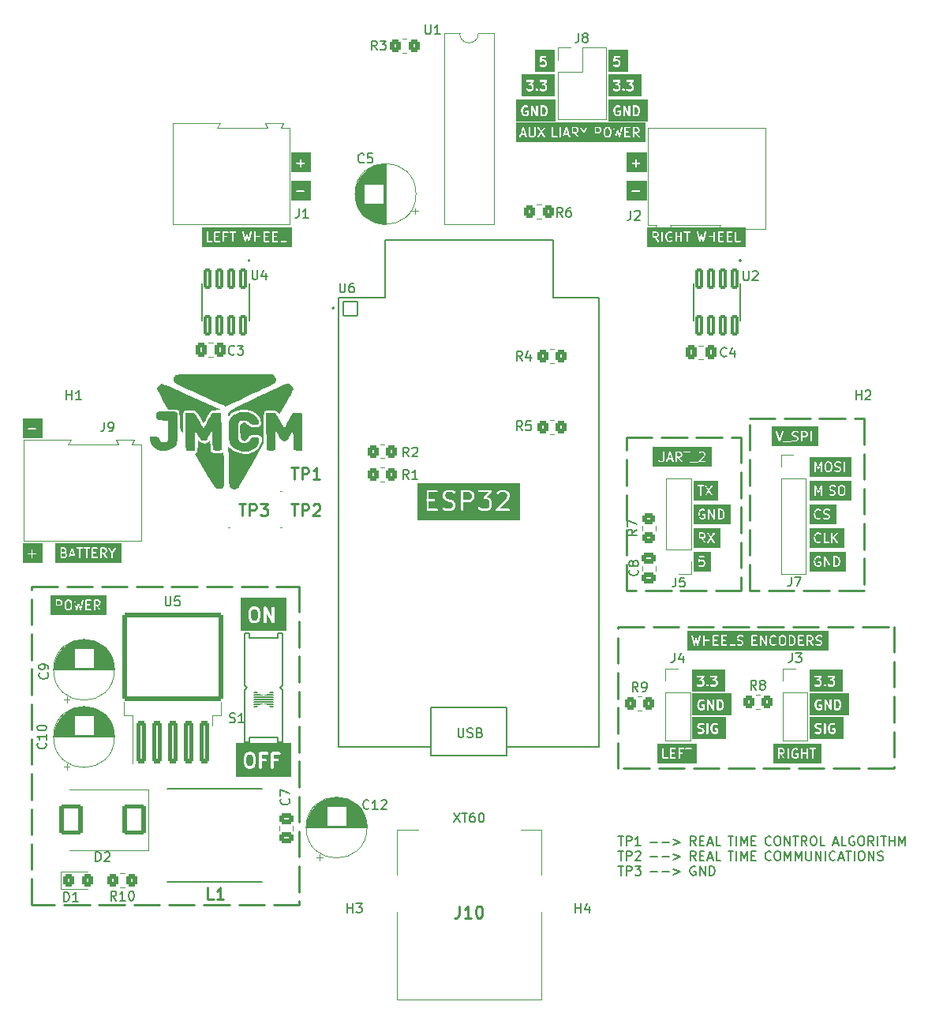
<source format=gto>
G04 #@! TF.GenerationSoftware,KiCad,Pcbnew,(7.0.0)*
G04 #@! TF.CreationDate,2023-09-27T17:19:24+02:00*
G04 #@! TF.ProjectId,Rover_1,526f7665-725f-4312-9e6b-696361645f70,rev?*
G04 #@! TF.SameCoordinates,Original*
G04 #@! TF.FileFunction,Legend,Top*
G04 #@! TF.FilePolarity,Positive*
%FSLAX46Y46*%
G04 Gerber Fmt 4.6, Leading zero omitted, Abs format (unit mm)*
G04 Created by KiCad (PCBNEW (7.0.0)) date 2023-09-27 17:19:24*
%MOMM*%
%LPD*%
G01*
G04 APERTURE LIST*
G04 Aperture macros list*
%AMRoundRect*
0 Rectangle with rounded corners*
0 $1 Rounding radius*
0 $2 $3 $4 $5 $6 $7 $8 $9 X,Y pos of 4 corners*
0 Add a 4 corners polygon primitive as box body*
4,1,4,$2,$3,$4,$5,$6,$7,$8,$9,$2,$3,0*
0 Add four circle primitives for the rounded corners*
1,1,$1+$1,$2,$3*
1,1,$1+$1,$4,$5*
1,1,$1+$1,$6,$7*
1,1,$1+$1,$8,$9*
0 Add four rect primitives between the rounded corners*
20,1,$1+$1,$2,$3,$4,$5,0*
20,1,$1+$1,$4,$5,$6,$7,0*
20,1,$1+$1,$6,$7,$8,$9,0*
20,1,$1+$1,$8,$9,$2,$3,0*%
G04 Aperture macros list end*
%ADD10C,0.250000*%
%ADD11C,0.200000*%
%ADD12C,0.150000*%
%ADD13C,0.300000*%
%ADD14C,0.254000*%
%ADD15C,0.120000*%
%ADD16C,0.100000*%
%ADD17C,0.127000*%
%ADD18R,1.700000X1.700000*%
%ADD19O,1.700000X1.700000*%
%ADD20R,3.430000X1.780000*%
%ADD21RoundRect,0.144000X-0.258000X0.943000X-0.258000X-0.943000X0.258000X-0.943000X0.258000X0.943000X0*%
%ADD22RoundRect,0.250000X-0.350000X-0.450000X0.350000X-0.450000X0.350000X0.450000X-0.350000X0.450000X0*%
%ADD23RoundRect,0.250000X0.350000X0.450000X-0.350000X0.450000X-0.350000X-0.450000X0.350000X-0.450000X0*%
%ADD24RoundRect,0.250000X0.450000X-0.350000X0.450000X0.350000X-0.450000X0.350000X-0.450000X-0.350000X0*%
%ADD25R,1.600000X1.600000*%
%ADD26C,1.600000*%
%ADD27R,3.960000X1.980000*%
%ADD28O,3.960000X1.980000*%
%ADD29C,3.200000*%
%ADD30C,1.676400*%
%ADD31RoundRect,0.250000X0.337500X0.475000X-0.337500X0.475000X-0.337500X-0.475000X0.337500X-0.475000X0*%
%ADD32RoundRect,0.250000X-0.325000X-0.450000X0.325000X-0.450000X0.325000X0.450000X-0.325000X0.450000X0*%
%ADD33R,2.200000X3.200000*%
%ADD34RoundRect,0.250000X-0.475000X0.337500X-0.475000X-0.337500X0.475000X-0.337500X0.475000X0.337500X0*%
%ADD35RoundRect,0.102000X-0.765000X-0.765000X0.765000X-0.765000X0.765000X0.765000X-0.765000X0.765000X0*%
%ADD36C,1.734000*%
%ADD37RoundRect,0.250000X0.475000X-0.337500X0.475000X0.337500X-0.475000X0.337500X-0.475000X-0.337500X0*%
%ADD38RoundRect,0.250000X0.300000X-2.050000X0.300000X2.050000X-0.300000X2.050000X-0.300000X-2.050000X0*%
%ADD39RoundRect,0.250002X5.149998X-4.449998X5.149998X4.449998X-5.149998X4.449998X-5.149998X-4.449998X0*%
%ADD40O,1.600000X1.600000*%
%ADD41RoundRect,0.250000X-1.000000X1.400000X-1.000000X-1.400000X1.000000X-1.400000X1.000000X1.400000X0*%
%ADD42C,4.050000*%
%ADD43C,2.700000*%
G04 APERTURE END LIST*
D10*
X175100000Y-102400000D02*
X177850000Y-102400000D01*
X178850000Y-102400000D02*
X181600000Y-102400000D01*
X182600000Y-102400000D02*
X185350000Y-102400000D01*
X186350000Y-102400000D02*
X187400000Y-102400000D01*
X187400000Y-102400000D02*
X187400000Y-105150000D01*
X187400000Y-106150000D02*
X187400000Y-108900000D01*
X187400000Y-109900000D02*
X187400000Y-112650000D01*
X187400000Y-113650000D02*
X187400000Y-116400000D01*
X187400000Y-117400000D02*
X187400000Y-120150000D01*
X187400000Y-120800000D02*
X184650000Y-120800000D01*
X183650000Y-120800000D02*
X180900000Y-120800000D01*
X179900000Y-120800000D02*
X177150000Y-120800000D01*
X176150000Y-120800000D02*
X175100000Y-120800000D01*
X175100000Y-120800000D02*
X175100000Y-118050000D01*
X175100000Y-117050000D02*
X175100000Y-114300000D01*
X175100000Y-113300000D02*
X175100000Y-110550000D01*
X175100000Y-109550000D02*
X175100000Y-106800000D01*
X175100000Y-105800000D02*
X175100000Y-103050000D01*
X98100000Y-120400000D02*
X100850000Y-120400000D01*
X101850000Y-120400000D02*
X104600000Y-120400000D01*
X105600000Y-120400000D02*
X108350000Y-120400000D01*
X109350000Y-120400000D02*
X112100000Y-120400000D01*
X113100000Y-120400000D02*
X115850000Y-120400000D01*
X116850000Y-120400000D02*
X119600000Y-120400000D01*
X120600000Y-120400000D02*
X123350000Y-120400000D01*
X124350000Y-120400000D02*
X126800000Y-120400000D01*
X126800000Y-120400000D02*
X126800000Y-123150000D01*
X126800000Y-124150000D02*
X126800000Y-126900000D01*
X126800000Y-127900000D02*
X126800000Y-130650000D01*
X126800000Y-131650000D02*
X126800000Y-134400000D01*
X126800000Y-135400000D02*
X126800000Y-138150000D01*
X126800000Y-139150000D02*
X126800000Y-141900000D01*
X126800000Y-142900000D02*
X126800000Y-145650000D01*
X126800000Y-146650000D02*
X126800000Y-149400000D01*
X126800000Y-150400000D02*
X126800000Y-153150000D01*
X126800000Y-154150000D02*
X126800000Y-154500000D01*
X126800000Y-154500000D02*
X124050000Y-154500000D01*
X123050000Y-154500000D02*
X120300000Y-154500000D01*
X119300000Y-154500000D02*
X116550000Y-154500000D01*
X115550000Y-154500000D02*
X112800000Y-154500000D01*
X111800000Y-154500000D02*
X109050000Y-154500000D01*
X108050000Y-154500000D02*
X105300000Y-154500000D01*
X104300000Y-154500000D02*
X101550000Y-154500000D01*
X100550000Y-154500000D02*
X98100000Y-154500000D01*
X98100000Y-154500000D02*
X98100000Y-151750000D01*
X98100000Y-150750000D02*
X98100000Y-148000000D01*
X98100000Y-147000000D02*
X98100000Y-144250000D01*
X98100000Y-143250000D02*
X98100000Y-140500000D01*
X98100000Y-139500000D02*
X98100000Y-136750000D01*
X98100000Y-135750000D02*
X98100000Y-133000000D01*
X98100000Y-132000000D02*
X98100000Y-129250000D01*
X98100000Y-128250000D02*
X98100000Y-125500000D01*
X98100000Y-124500000D02*
X98100000Y-121750000D01*
X98100000Y-120750000D02*
X98100000Y-120400000D01*
D11*
X140930000Y-133400000D02*
X149000000Y-133400000D01*
X149000000Y-133400000D02*
X149000000Y-138500000D01*
X149000000Y-138500000D02*
X140930000Y-138500000D01*
X140930000Y-138500000D02*
X140930000Y-133400000D01*
D10*
X161900000Y-104400000D02*
X164650000Y-104400000D01*
X165650000Y-104400000D02*
X168400000Y-104400000D01*
X169400000Y-104400000D02*
X172150000Y-104400000D01*
X173150000Y-104400000D02*
X174200000Y-104400000D01*
X174200000Y-104400000D02*
X174200000Y-107150000D01*
X174200000Y-108150000D02*
X174200000Y-110900000D01*
X174200000Y-111900000D02*
X174200000Y-114650000D01*
X174200000Y-115650000D02*
X174200000Y-118400000D01*
X174200000Y-119400000D02*
X174200000Y-120800000D01*
X174200000Y-120800000D02*
X171450000Y-120800000D01*
X170450000Y-120800000D02*
X167700000Y-120800000D01*
X166700000Y-120800000D02*
X163950000Y-120800000D01*
X162950000Y-120800000D02*
X161900000Y-120800000D01*
X161900000Y-120800000D02*
X161900000Y-118050000D01*
X161900000Y-117050000D02*
X161900000Y-114300000D01*
X161900000Y-113300000D02*
X161900000Y-110550000D01*
X161900000Y-109550000D02*
X161900000Y-106800000D01*
X161900000Y-105800000D02*
X161900000Y-104400000D01*
X161000000Y-124700000D02*
X163750000Y-124700000D01*
X164750000Y-124700000D02*
X167500000Y-124700000D01*
X168500000Y-124700000D02*
X171250000Y-124700000D01*
X172250000Y-124700000D02*
X175000000Y-124700000D01*
X176000000Y-124700000D02*
X178750000Y-124700000D01*
X179750000Y-124700000D02*
X182500000Y-124700000D01*
X183500000Y-124700000D02*
X186250000Y-124700000D01*
X187250000Y-124700000D02*
X190000000Y-124700000D01*
X190600000Y-124700000D02*
X190600000Y-127450000D01*
X190600000Y-128450000D02*
X190600000Y-131200000D01*
X190600000Y-132200000D02*
X190600000Y-134950000D01*
X190600000Y-135950000D02*
X190600000Y-138700000D01*
X190600000Y-139700000D02*
X190600000Y-139900000D01*
X190600000Y-139900000D02*
X187850000Y-139900000D01*
X186850000Y-139900000D02*
X184100000Y-139900000D01*
X183100000Y-139900000D02*
X180350000Y-139900000D01*
X179350000Y-139900000D02*
X176600000Y-139900000D01*
X175600000Y-139900000D02*
X172850000Y-139900000D01*
X171850000Y-139900000D02*
X169100000Y-139900000D01*
X168100000Y-139900000D02*
X165350000Y-139900000D01*
X164350000Y-139900000D02*
X161600000Y-139900000D01*
X161000000Y-139900000D02*
X161000000Y-137150000D01*
X161000000Y-136150000D02*
X161000000Y-133400000D01*
X161000000Y-132400000D02*
X161000000Y-129650000D01*
X161000000Y-128650000D02*
X161000000Y-125900000D01*
X161000000Y-124900000D02*
X161000000Y-124700000D01*
D11*
G36*
X154223809Y-67842857D02*
G01*
X150657143Y-67842857D01*
X150657143Y-67079707D01*
X151138900Y-67079707D01*
X151151384Y-67137090D01*
X151210899Y-67196605D01*
X151219492Y-67211072D01*
X151244128Y-67223390D01*
X151268322Y-67236601D01*
X151270270Y-67236461D01*
X151336175Y-67269414D01*
X151356351Y-67282380D01*
X151376786Y-67282380D01*
X151396902Y-67286000D01*
X151405630Y-67282380D01*
X151666043Y-67282380D01*
X151689886Y-67284954D01*
X151708162Y-67275815D01*
X151727775Y-67270057D01*
X151733963Y-67262915D01*
X151800171Y-67229811D01*
X151816614Y-67226234D01*
X151836093Y-67206754D01*
X151856274Y-67187983D01*
X151856758Y-67186089D01*
X151876129Y-67166718D01*
X151890596Y-67158126D01*
X151902914Y-67133489D01*
X151906279Y-67127326D01*
X152138900Y-67127326D01*
X152143621Y-67149029D01*
X152145206Y-67171183D01*
X152149766Y-67177275D01*
X152151384Y-67184709D01*
X152167085Y-67200410D01*
X152180399Y-67218195D01*
X152187529Y-67220854D01*
X152201716Y-67235041D01*
X152202799Y-67238727D01*
X152216864Y-67250914D01*
X152228018Y-67265814D01*
X152238625Y-67269770D01*
X152247181Y-67277184D01*
X152258387Y-67278795D01*
X152268322Y-67284220D01*
X152275910Y-67283677D01*
X152283041Y-67286337D01*
X152294103Y-67283930D01*
X152305308Y-67285541D01*
X152315607Y-67280837D01*
X152326898Y-67280030D01*
X152332988Y-67275470D01*
X152340424Y-67273853D01*
X152348427Y-67265849D01*
X152358727Y-67261146D01*
X152364848Y-67251620D01*
X152373909Y-67244838D01*
X152376568Y-67237708D01*
X152403748Y-67210528D01*
X152421528Y-67197219D01*
X152429288Y-67176412D01*
X152439935Y-67156915D01*
X152439392Y-67149324D01*
X152442051Y-67142196D01*
X152437329Y-67120492D01*
X152435745Y-67098339D01*
X152431185Y-67092248D01*
X152429568Y-67084813D01*
X152424462Y-67079707D01*
X152567471Y-67079707D01*
X152579955Y-67137090D01*
X152639470Y-67196605D01*
X152648063Y-67211072D01*
X152672699Y-67223390D01*
X152696893Y-67236601D01*
X152698841Y-67236461D01*
X152764746Y-67269414D01*
X152784922Y-67282380D01*
X152805357Y-67282380D01*
X152825473Y-67286000D01*
X152834201Y-67282380D01*
X153094614Y-67282380D01*
X153118457Y-67284954D01*
X153136733Y-67275815D01*
X153156346Y-67270057D01*
X153162534Y-67262915D01*
X153228742Y-67229811D01*
X153245185Y-67226234D01*
X153264664Y-67206754D01*
X153284845Y-67187983D01*
X153285329Y-67186089D01*
X153304700Y-67166718D01*
X153319167Y-67158126D01*
X153331485Y-67133489D01*
X153344696Y-67109296D01*
X153344556Y-67107347D01*
X153377509Y-67041442D01*
X153390475Y-67021267D01*
X153390475Y-67000832D01*
X153394095Y-66980716D01*
X153390475Y-66971988D01*
X153390475Y-66759193D01*
X153393049Y-66735350D01*
X153383910Y-66717072D01*
X153378152Y-66697462D01*
X153371010Y-66691274D01*
X153337905Y-66625063D01*
X153334329Y-66608623D01*
X153314854Y-66589148D01*
X153296078Y-66568962D01*
X153294183Y-66568477D01*
X153274813Y-66549107D01*
X153266221Y-66534641D01*
X153241586Y-66522323D01*
X153217391Y-66509112D01*
X153215441Y-66509251D01*
X153161110Y-66482085D01*
X153346570Y-66270130D01*
X153346822Y-66270057D01*
X153365884Y-66248057D01*
X153375202Y-66237409D01*
X153375305Y-66237184D01*
X153385279Y-66225675D01*
X153387376Y-66211088D01*
X153393564Y-66197710D01*
X153391468Y-66182621D01*
X153393636Y-66167548D01*
X153387514Y-66154143D01*
X153385487Y-66139542D01*
X153375567Y-66127981D01*
X153369241Y-66114129D01*
X153356843Y-66106161D01*
X153347245Y-66094976D01*
X153332650Y-66090613D01*
X153319838Y-66082380D01*
X153305102Y-66082380D01*
X153290979Y-66078159D01*
X153276342Y-66082380D01*
X152657049Y-66082380D01*
X152615081Y-66094703D01*
X152576624Y-66139085D01*
X152568267Y-66197212D01*
X152592662Y-66250631D01*
X152642065Y-66282380D01*
X153070098Y-66282380D01*
X152901047Y-66475581D01*
X152900795Y-66475656D01*
X152881635Y-66497767D01*
X152872416Y-66508304D01*
X152872313Y-66508525D01*
X152862338Y-66520038D01*
X152860240Y-66534627D01*
X152854054Y-66548003D01*
X152856148Y-66563088D01*
X152853981Y-66578165D01*
X152860103Y-66591570D01*
X152862130Y-66606170D01*
X152872049Y-66617729D01*
X152878376Y-66631584D01*
X152890774Y-66639551D01*
X152900372Y-66650737D01*
X152914966Y-66655099D01*
X152927779Y-66663333D01*
X152942515Y-66663333D01*
X152956638Y-66667554D01*
X152971274Y-66663333D01*
X153076393Y-66663333D01*
X153136001Y-66693137D01*
X153160671Y-66717807D01*
X153190475Y-66777415D01*
X153190475Y-66968298D01*
X153160671Y-67027906D01*
X153136001Y-67052575D01*
X153076393Y-67082380D01*
X152837891Y-67082380D01*
X152778283Y-67052576D01*
X152731971Y-67006264D01*
X152693582Y-66985302D01*
X152635006Y-66989491D01*
X152587994Y-67024684D01*
X152567471Y-67079707D01*
X152424462Y-67079707D01*
X152413862Y-67069107D01*
X152400553Y-67051328D01*
X152393423Y-67048668D01*
X152379235Y-67034480D01*
X152378153Y-67030795D01*
X152364085Y-67018605D01*
X152352934Y-67003709D01*
X152342328Y-66999753D01*
X152333771Y-66992338D01*
X152322564Y-66990726D01*
X152312630Y-66985302D01*
X152305039Y-66985844D01*
X152297911Y-66983186D01*
X152286850Y-66985592D01*
X152275644Y-66983981D01*
X152265346Y-66988683D01*
X152254054Y-66989491D01*
X152247961Y-66994051D01*
X152240528Y-66995669D01*
X152232524Y-67003672D01*
X152222225Y-67008376D01*
X152216104Y-67017899D01*
X152207042Y-67024684D01*
X152204382Y-67031814D01*
X152177207Y-67058989D01*
X152159423Y-67072303D01*
X152151660Y-67093115D01*
X152141017Y-67112607D01*
X152141559Y-67120195D01*
X152138900Y-67127326D01*
X151906279Y-67127326D01*
X151916125Y-67109296D01*
X151915985Y-67107347D01*
X151948938Y-67041442D01*
X151961904Y-67021267D01*
X151961904Y-67000832D01*
X151965524Y-66980716D01*
X151961904Y-66971988D01*
X151961904Y-66759193D01*
X151964478Y-66735350D01*
X151955339Y-66717072D01*
X151949581Y-66697462D01*
X151942439Y-66691274D01*
X151909334Y-66625063D01*
X151905758Y-66608623D01*
X151886283Y-66589148D01*
X151867507Y-66568962D01*
X151865612Y-66568477D01*
X151846242Y-66549107D01*
X151837650Y-66534641D01*
X151813015Y-66522323D01*
X151788820Y-66509112D01*
X151786870Y-66509251D01*
X151732539Y-66482085D01*
X151917999Y-66270130D01*
X151918251Y-66270057D01*
X151937313Y-66248057D01*
X151946631Y-66237409D01*
X151946734Y-66237184D01*
X151956708Y-66225675D01*
X151958805Y-66211088D01*
X151964993Y-66197710D01*
X151962897Y-66182621D01*
X151965065Y-66167548D01*
X151958943Y-66154143D01*
X151956916Y-66139542D01*
X151946996Y-66127981D01*
X151940670Y-66114129D01*
X151928272Y-66106161D01*
X151918674Y-66094976D01*
X151904079Y-66090613D01*
X151891267Y-66082380D01*
X151876531Y-66082380D01*
X151862408Y-66078159D01*
X151847771Y-66082380D01*
X151228478Y-66082380D01*
X151186510Y-66094703D01*
X151148053Y-66139085D01*
X151139696Y-66197212D01*
X151164091Y-66250631D01*
X151213494Y-66282380D01*
X151641527Y-66282380D01*
X151472476Y-66475581D01*
X151472224Y-66475656D01*
X151453064Y-66497767D01*
X151443845Y-66508304D01*
X151443742Y-66508525D01*
X151433767Y-66520038D01*
X151431669Y-66534627D01*
X151425483Y-66548003D01*
X151427577Y-66563088D01*
X151425410Y-66578165D01*
X151431532Y-66591570D01*
X151433559Y-66606170D01*
X151443478Y-66617729D01*
X151449805Y-66631584D01*
X151462203Y-66639551D01*
X151471801Y-66650737D01*
X151486395Y-66655099D01*
X151499208Y-66663333D01*
X151513944Y-66663333D01*
X151528067Y-66667554D01*
X151542703Y-66663333D01*
X151647822Y-66663333D01*
X151707430Y-66693137D01*
X151732100Y-66717807D01*
X151761904Y-66777415D01*
X151761904Y-66968298D01*
X151732100Y-67027906D01*
X151707430Y-67052575D01*
X151647822Y-67082380D01*
X151409320Y-67082380D01*
X151349712Y-67052576D01*
X151303400Y-67006264D01*
X151265011Y-66985302D01*
X151206435Y-66989491D01*
X151159423Y-67024684D01*
X151138900Y-67079707D01*
X150657143Y-67079707D01*
X150657143Y-65457143D01*
X154223809Y-65457143D01*
X154223809Y-67842857D01*
G37*
D12*
G36*
X181141287Y-103891639D02*
G01*
X181171693Y-103922045D01*
X181205952Y-103990561D01*
X181205952Y-104098008D01*
X181171693Y-104166525D01*
X181141286Y-104196932D01*
X181072771Y-104231190D01*
X180784524Y-104231190D01*
X180784524Y-103857380D01*
X181072770Y-103857380D01*
X181141287Y-103891639D01*
G37*
G36*
X182490476Y-105367857D02*
G01*
X177532143Y-105367857D01*
X177532143Y-104888743D01*
X178679773Y-104888743D01*
X178698069Y-104928807D01*
X178735121Y-104952619D01*
X179529829Y-104952619D01*
X179561307Y-104943376D01*
X179590149Y-104910090D01*
X179596417Y-104866495D01*
X179578121Y-104826431D01*
X179541069Y-104802619D01*
X178746361Y-104802619D01*
X178714883Y-104811862D01*
X178686041Y-104845148D01*
X178679773Y-104888743D01*
X177532143Y-104888743D01*
X177532143Y-103785205D01*
X177917123Y-103785205D01*
X178253130Y-104793229D01*
X178252825Y-104801677D01*
X178259957Y-104813710D01*
X178260829Y-104816325D01*
X178265437Y-104822956D01*
X178275282Y-104839565D01*
X178277888Y-104840871D01*
X178279552Y-104843265D01*
X178297394Y-104850645D01*
X178314658Y-104859297D01*
X178317557Y-104858986D01*
X178320251Y-104860101D01*
X178339238Y-104856666D01*
X178358451Y-104854610D01*
X178360724Y-104852779D01*
X178363591Y-104852261D01*
X178377709Y-104839104D01*
X178392758Y-104826989D01*
X178393680Y-104824222D01*
X178395813Y-104822235D01*
X178400579Y-104803524D01*
X178674672Y-103981248D01*
X179631810Y-103981248D01*
X179634524Y-103987792D01*
X179634524Y-104064055D01*
X179632593Y-104081939D01*
X179639449Y-104095652D01*
X179643767Y-104110355D01*
X179649120Y-104114993D01*
X179685855Y-104188462D01*
X179688538Y-104200794D01*
X179703165Y-104215421D01*
X179717227Y-104230539D01*
X179718645Y-104230901D01*
X179745080Y-104257336D01*
X179751524Y-104268186D01*
X179770033Y-104277440D01*
X179788147Y-104287331D01*
X179789605Y-104287226D01*
X179854510Y-104319679D01*
X179860445Y-104325991D01*
X179873822Y-104329335D01*
X179876102Y-104330475D01*
X179884234Y-104331938D01*
X180064298Y-104376954D01*
X180141288Y-104415449D01*
X180171693Y-104445854D01*
X180205952Y-104514370D01*
X180205952Y-104574198D01*
X180171693Y-104642715D01*
X180141286Y-104673122D01*
X180072771Y-104707380D01*
X179864551Y-104707380D01*
X179723012Y-104660200D01*
X179690227Y-104659015D01*
X179652339Y-104681472D01*
X179632607Y-104720848D01*
X179637294Y-104764641D01*
X179664915Y-104798948D01*
X179819744Y-104850558D01*
X179830359Y-104857380D01*
X179851038Y-104857380D01*
X179871678Y-104858126D01*
X179872937Y-104857380D01*
X180086436Y-104857380D01*
X180104320Y-104859311D01*
X180118033Y-104852454D01*
X180132736Y-104848137D01*
X180137374Y-104842783D01*
X180210843Y-104806048D01*
X180223175Y-104803366D01*
X180237802Y-104788738D01*
X180252920Y-104774677D01*
X180253282Y-104773258D01*
X180279717Y-104746823D01*
X180290567Y-104740380D01*
X180299821Y-104721870D01*
X180309712Y-104703757D01*
X180309607Y-104702298D01*
X180346230Y-104629052D01*
X180355952Y-104613926D01*
X180355952Y-104598596D01*
X180358666Y-104583513D01*
X180355952Y-104576969D01*
X180355952Y-104500697D01*
X180357882Y-104482822D01*
X180351027Y-104469112D01*
X180346709Y-104454406D01*
X180341354Y-104449766D01*
X180304620Y-104376297D01*
X180301938Y-104363967D01*
X180287318Y-104349347D01*
X180273249Y-104334222D01*
X180271830Y-104333859D01*
X180255285Y-104317314D01*
X180632154Y-104317314D01*
X180634524Y-104322504D01*
X180634524Y-104793162D01*
X180643767Y-104824640D01*
X180677053Y-104853482D01*
X180720648Y-104859750D01*
X180760712Y-104841454D01*
X180784524Y-104804402D01*
X180784524Y-104793162D01*
X181634524Y-104793162D01*
X181643767Y-104824640D01*
X181677053Y-104853482D01*
X181720648Y-104859750D01*
X181760712Y-104841454D01*
X181784524Y-104804402D01*
X181784524Y-103771598D01*
X181775281Y-103740120D01*
X181741995Y-103711278D01*
X181698400Y-103705010D01*
X181658336Y-103723306D01*
X181634524Y-103760358D01*
X181634524Y-104793162D01*
X180784524Y-104793162D01*
X180784524Y-104381190D01*
X181086436Y-104381190D01*
X181104320Y-104383121D01*
X181118033Y-104376264D01*
X181132736Y-104371947D01*
X181137374Y-104366593D01*
X181210843Y-104329858D01*
X181223175Y-104327176D01*
X181237802Y-104312548D01*
X181252920Y-104298487D01*
X181253282Y-104297068D01*
X181279717Y-104270633D01*
X181290567Y-104264190D01*
X181299821Y-104245680D01*
X181309712Y-104227567D01*
X181309607Y-104226108D01*
X181346230Y-104152862D01*
X181355952Y-104137736D01*
X181355952Y-104122406D01*
X181358666Y-104107323D01*
X181355952Y-104100779D01*
X181355952Y-103976888D01*
X181357882Y-103959013D01*
X181351027Y-103945303D01*
X181346709Y-103930597D01*
X181341354Y-103925957D01*
X181304620Y-103852488D01*
X181301938Y-103840158D01*
X181287318Y-103825538D01*
X181273249Y-103810413D01*
X181271830Y-103810050D01*
X181245397Y-103783617D01*
X181238953Y-103772767D01*
X181220456Y-103763518D01*
X181202329Y-103753620D01*
X181200868Y-103753724D01*
X181127625Y-103717101D01*
X181112498Y-103707380D01*
X181097169Y-103707380D01*
X181082086Y-103704666D01*
X181075542Y-103707380D01*
X180714884Y-103707380D01*
X180698400Y-103705010D01*
X180683247Y-103711929D01*
X180667264Y-103716623D01*
X180663527Y-103720935D01*
X180658336Y-103723306D01*
X180649328Y-103737322D01*
X180638422Y-103749909D01*
X180637610Y-103755555D01*
X180634524Y-103760358D01*
X180634524Y-103777020D01*
X180632154Y-103793504D01*
X180634524Y-103798694D01*
X180634524Y-104300830D01*
X180632154Y-104317314D01*
X180255285Y-104317314D01*
X180245395Y-104307424D01*
X180238952Y-104296575D01*
X180220451Y-104287324D01*
X180202329Y-104277429D01*
X180200868Y-104277533D01*
X180135964Y-104245081D01*
X180130030Y-104238770D01*
X180116652Y-104235425D01*
X180114373Y-104234286D01*
X180106240Y-104232822D01*
X179926177Y-104187806D01*
X179849188Y-104149312D01*
X179818781Y-104118905D01*
X179784524Y-104050390D01*
X179784524Y-103990563D01*
X179818783Y-103922045D01*
X179849189Y-103891638D01*
X179917705Y-103857380D01*
X180125924Y-103857380D01*
X180267463Y-103904561D01*
X180300249Y-103905747D01*
X180338137Y-103883290D01*
X180357869Y-103843914D01*
X180353182Y-103800120D01*
X180325562Y-103765813D01*
X180170731Y-103714201D01*
X180160117Y-103707380D01*
X180139438Y-103707380D01*
X180118798Y-103706634D01*
X180117539Y-103707380D01*
X179904040Y-103707380D01*
X179886156Y-103705449D01*
X179872442Y-103712305D01*
X179857740Y-103716623D01*
X179853100Y-103721976D01*
X179779630Y-103758712D01*
X179767301Y-103761395D01*
X179752676Y-103776019D01*
X179737556Y-103790085D01*
X179737193Y-103791502D01*
X179710758Y-103817937D01*
X179699909Y-103824381D01*
X179690658Y-103842881D01*
X179680763Y-103861004D01*
X179680867Y-103862464D01*
X179644247Y-103935705D01*
X179634524Y-103950835D01*
X179634524Y-103966165D01*
X179631810Y-103981248D01*
X178674672Y-103981248D01*
X178736465Y-103795869D01*
X178737650Y-103763083D01*
X178715193Y-103725195D01*
X178675817Y-103705463D01*
X178632023Y-103710151D01*
X178597717Y-103737771D01*
X178328571Y-104545208D01*
X178062980Y-103748434D01*
X178044257Y-103721494D01*
X178003558Y-103704658D01*
X177960218Y-103712498D01*
X177927996Y-103742525D01*
X177917123Y-103785205D01*
X177532143Y-103785205D01*
X177532143Y-103257143D01*
X182490476Y-103257143D01*
X182490476Y-105367857D01*
G37*
G36*
X99280952Y-104467857D02*
G01*
X97132143Y-104467857D01*
X97132143Y-103512552D01*
X97660725Y-103512552D01*
X97679021Y-103552616D01*
X97716073Y-103576428D01*
X98510782Y-103576428D01*
X98542260Y-103567185D01*
X98571102Y-103533899D01*
X98577370Y-103490304D01*
X98559074Y-103450240D01*
X98522022Y-103426428D01*
X97727313Y-103426428D01*
X97695835Y-103435671D01*
X97666993Y-103468957D01*
X97660725Y-103512552D01*
X97132143Y-103512552D01*
X97132143Y-102357143D01*
X99280952Y-102357143D01*
X99280952Y-104467857D01*
G37*
D13*
G36*
X122182574Y-122884278D02*
G01*
X122278840Y-122980544D01*
X122335714Y-123208036D01*
X122335714Y-123671106D01*
X122278840Y-123898597D01*
X122182574Y-123994863D01*
X122093161Y-124039571D01*
X121878267Y-124039571D01*
X121788855Y-123994865D01*
X121692586Y-123898597D01*
X121635714Y-123671107D01*
X121635714Y-123208035D01*
X121692585Y-122980545D01*
X121788855Y-122884276D01*
X121878267Y-122839571D01*
X122093160Y-122839571D01*
X122182574Y-122884278D01*
G37*
G36*
X125457144Y-125180286D02*
G01*
X120535714Y-125180286D01*
X120535714Y-123683222D01*
X121329510Y-123683222D01*
X121335714Y-123708038D01*
X121335714Y-123711139D01*
X121340932Y-123728912D01*
X121411053Y-124009396D01*
X121419932Y-124050208D01*
X121437489Y-124067765D01*
X121450052Y-124089178D01*
X121467994Y-124098270D01*
X121580634Y-124210908D01*
X121593523Y-124232609D01*
X121630485Y-124251090D01*
X121666769Y-124270903D01*
X121669692Y-124270693D01*
X121768551Y-124320123D01*
X121798813Y-124339571D01*
X121829466Y-124339571D01*
X121859638Y-124345001D01*
X121872730Y-124339571D01*
X122120496Y-124339571D01*
X122156259Y-124343432D01*
X122183673Y-124329724D01*
X122213091Y-124321087D01*
X122222373Y-124310374D01*
X122321686Y-124260717D01*
X122346350Y-124255352D01*
X122375570Y-124226131D01*
X122405841Y-124197975D01*
X122406567Y-124195134D01*
X122518710Y-124082991D01*
X122549124Y-124054395D01*
X122555145Y-124030307D01*
X122567045Y-124008516D01*
X122565609Y-123988451D01*
X122625247Y-123749900D01*
X122635714Y-123733615D01*
X122635714Y-123708036D01*
X122636466Y-123705028D01*
X122635714Y-123686523D01*
X122635714Y-123214258D01*
X122641918Y-123195919D01*
X122635714Y-123171103D01*
X122635714Y-123168003D01*
X122630496Y-123150232D01*
X122560370Y-122869732D01*
X122551495Y-122828935D01*
X122533940Y-122811380D01*
X122521375Y-122789963D01*
X122503429Y-122780869D01*
X122448311Y-122725751D01*
X122976483Y-122725751D01*
X122978571Y-122729405D01*
X122978571Y-124211139D01*
X122997055Y-124274091D01*
X123063628Y-124331776D01*
X123150820Y-124344313D01*
X123230947Y-124307720D01*
X123278571Y-124233615D01*
X123278571Y-123254405D01*
X123846746Y-124248712D01*
X123854198Y-124274091D01*
X123884531Y-124300374D01*
X123913460Y-124328205D01*
X123917590Y-124329020D01*
X123920771Y-124331776D01*
X123960504Y-124337489D01*
X123999881Y-124345260D01*
X124003794Y-124343713D01*
X124007963Y-124344313D01*
X124044486Y-124327633D01*
X124081805Y-124312886D01*
X124084261Y-124309468D01*
X124088090Y-124307720D01*
X124109781Y-124273966D01*
X124133220Y-124241361D01*
X124133439Y-124237154D01*
X124135714Y-124233615D01*
X124135714Y-124193489D01*
X124137803Y-124153391D01*
X124135714Y-124149735D01*
X124135714Y-122668003D01*
X124117230Y-122605051D01*
X124050657Y-122547366D01*
X123963465Y-122534829D01*
X123883338Y-122571422D01*
X123835714Y-122645527D01*
X123835714Y-123624736D01*
X123267538Y-122630429D01*
X123260087Y-122605051D01*
X123229753Y-122578767D01*
X123200825Y-122550937D01*
X123196694Y-122550121D01*
X123193514Y-122547366D01*
X123153780Y-122541652D01*
X123114404Y-122533882D01*
X123110490Y-122535428D01*
X123106322Y-122534829D01*
X123069798Y-122551508D01*
X123032480Y-122566256D01*
X123030023Y-122569673D01*
X123026195Y-122571422D01*
X123004499Y-122605180D01*
X122981065Y-122637782D01*
X122980845Y-122641987D01*
X122978571Y-122645527D01*
X122978571Y-122685664D01*
X122976483Y-122725751D01*
X122448311Y-122725751D01*
X122390792Y-122668232D01*
X122377904Y-122646533D01*
X122340952Y-122628057D01*
X122304659Y-122608239D01*
X122301734Y-122608448D01*
X122202880Y-122559021D01*
X122172615Y-122539571D01*
X122141962Y-122539571D01*
X122111790Y-122534141D01*
X122098698Y-122539571D01*
X121850932Y-122539571D01*
X121815168Y-122535710D01*
X121787752Y-122549418D01*
X121758337Y-122558055D01*
X121749055Y-122568766D01*
X121649740Y-122618424D01*
X121625078Y-122623790D01*
X121595852Y-122653014D01*
X121565587Y-122681167D01*
X121564860Y-122684006D01*
X121452694Y-122796172D01*
X121422303Y-122824748D01*
X121416282Y-122848831D01*
X121404382Y-122870625D01*
X121405817Y-122890691D01*
X121346180Y-123129240D01*
X121335714Y-123145527D01*
X121335714Y-123171107D01*
X121334962Y-123174115D01*
X121335714Y-123192620D01*
X121335714Y-123664883D01*
X121329510Y-123683222D01*
X120535714Y-123683222D01*
X120535714Y-121601714D01*
X125457144Y-121601714D01*
X125457144Y-125180286D01*
G37*
D11*
G36*
X185171428Y-136777857D02*
G01*
X181557143Y-136777857D01*
X181557143Y-135319045D01*
X182086856Y-135319045D01*
X182090476Y-135327773D01*
X182090476Y-135397710D01*
X182087902Y-135421553D01*
X182097040Y-135439829D01*
X182102799Y-135459442D01*
X182109940Y-135465630D01*
X182143044Y-135531838D01*
X182146622Y-135548281D01*
X182166101Y-135567760D01*
X182184873Y-135587941D01*
X182186766Y-135588425D01*
X182206137Y-135607796D01*
X182214730Y-135622263D01*
X182239366Y-135634581D01*
X182263560Y-135647792D01*
X182265508Y-135647652D01*
X182320298Y-135675047D01*
X182328212Y-135683464D01*
X182346050Y-135687923D01*
X182349091Y-135689444D01*
X182359945Y-135691397D01*
X182536527Y-135735542D01*
X182607430Y-135770994D01*
X182632100Y-135795664D01*
X182661904Y-135855272D01*
X182661904Y-135903298D01*
X182632100Y-135962906D01*
X182607430Y-135987575D01*
X182547822Y-136017380D01*
X182349560Y-136017380D01*
X182208458Y-135970346D01*
X182164746Y-135968765D01*
X182114228Y-135998708D01*
X182087919Y-136051209D01*
X182094169Y-136109602D01*
X182130997Y-136155344D01*
X182289814Y-136208282D01*
X182303970Y-136217380D01*
X182331525Y-136217380D01*
X182359062Y-136218376D01*
X182360742Y-136217380D01*
X182566043Y-136217380D01*
X182589886Y-136219954D01*
X182608162Y-136210815D01*
X182627775Y-136205057D01*
X182633963Y-136197915D01*
X182700171Y-136164811D01*
X182716614Y-136161234D01*
X182736093Y-136141754D01*
X182746839Y-136131759D01*
X183090476Y-136131759D01*
X183102799Y-136173727D01*
X183147181Y-136212184D01*
X183205308Y-136220541D01*
X183258727Y-136196146D01*
X183290476Y-136146743D01*
X183290476Y-135684576D01*
X183514911Y-135684576D01*
X183519047Y-135701120D01*
X183519047Y-135703188D01*
X183522526Y-135715038D01*
X183565331Y-135886258D01*
X183564092Y-135897743D01*
X183572313Y-135914186D01*
X183573139Y-135917488D01*
X183578724Y-135927008D01*
X183619234Y-136008028D01*
X183622812Y-136024471D01*
X183642291Y-136043950D01*
X183661063Y-136064131D01*
X183662956Y-136064615D01*
X183735001Y-136136660D01*
X183750044Y-136155344D01*
X183769431Y-136161806D01*
X183787369Y-136171601D01*
X183796793Y-136170927D01*
X183908861Y-136208282D01*
X183923017Y-136217380D01*
X183950572Y-136217380D01*
X183978109Y-136218376D01*
X183979789Y-136217380D01*
X184035078Y-136217380D01*
X184051385Y-136221534D01*
X184077524Y-136212820D01*
X184103965Y-136205057D01*
X184105244Y-136203580D01*
X184216985Y-136166333D01*
X184240423Y-136161234D01*
X184254873Y-136146783D01*
X184271656Y-136135120D01*
X184275267Y-136126389D01*
X184296045Y-136105611D01*
X184306345Y-136100908D01*
X184316408Y-136085248D01*
X184318972Y-136082685D01*
X184324148Y-136073204D01*
X184338094Y-136051505D01*
X184338094Y-136047666D01*
X184339934Y-136044296D01*
X184338094Y-136018573D01*
X184338094Y-135695963D01*
X184341255Y-135673977D01*
X184332028Y-135653773D01*
X184325771Y-135632462D01*
X184320020Y-135627479D01*
X184316860Y-135620558D01*
X184298174Y-135608549D01*
X184281389Y-135594005D01*
X184273857Y-135592922D01*
X184267457Y-135588809D01*
X184245248Y-135588809D01*
X184223262Y-135585648D01*
X184216340Y-135588809D01*
X184033239Y-135588809D01*
X183991271Y-135601132D01*
X183952814Y-135645514D01*
X183944457Y-135703641D01*
X183968852Y-135757060D01*
X184018255Y-135788809D01*
X184138094Y-135788809D01*
X184138094Y-135980721D01*
X184136457Y-135982357D01*
X184031391Y-136017380D01*
X183968607Y-136017380D01*
X183863542Y-135982358D01*
X183796470Y-135915287D01*
X183761018Y-135844383D01*
X183719047Y-135676498D01*
X183719047Y-135558264D01*
X183761018Y-135390376D01*
X183796470Y-135319473D01*
X183863540Y-135252403D01*
X183968609Y-135217380D01*
X184071629Y-135217380D01*
X184158614Y-135260873D01*
X184201662Y-135268620D01*
X184255908Y-135246123D01*
X184289378Y-135197870D01*
X184291449Y-135139181D01*
X184261460Y-135088690D01*
X184144776Y-135030346D01*
X184124600Y-135017380D01*
X184104165Y-135017380D01*
X184084050Y-135013760D01*
X184075322Y-135017380D01*
X183964920Y-135017380D01*
X183948613Y-135013226D01*
X183922475Y-135021938D01*
X183896033Y-135029703D01*
X183894753Y-135031179D01*
X183783014Y-135068427D01*
X183759575Y-135073526D01*
X183745123Y-135087977D01*
X183728341Y-135099641D01*
X183724729Y-135108371D01*
X183652439Y-135180662D01*
X183637974Y-135189254D01*
X183625656Y-135213888D01*
X183612445Y-135238084D01*
X183612584Y-135240033D01*
X183585190Y-135294821D01*
X183576773Y-135302736D01*
X183572313Y-135320576D01*
X183570793Y-135323616D01*
X183568840Y-135334467D01*
X183526023Y-135505732D01*
X183519047Y-135516589D01*
X183519047Y-135533640D01*
X183518545Y-135535648D01*
X183519047Y-135547994D01*
X183519047Y-135672350D01*
X183514911Y-135684576D01*
X183290476Y-135684576D01*
X183290476Y-135103001D01*
X183278153Y-135061033D01*
X183233771Y-135022576D01*
X183175644Y-135014219D01*
X183122225Y-135038614D01*
X183090476Y-135088017D01*
X183090476Y-136131759D01*
X182746839Y-136131759D01*
X182756274Y-136122983D01*
X182756758Y-136121089D01*
X182776129Y-136101718D01*
X182790596Y-136093126D01*
X182802914Y-136068489D01*
X182816125Y-136044296D01*
X182815985Y-136042347D01*
X182848938Y-135976442D01*
X182861904Y-135956267D01*
X182861904Y-135935832D01*
X182865524Y-135915716D01*
X182861904Y-135906988D01*
X182861904Y-135837050D01*
X182864478Y-135813207D01*
X182855339Y-135794929D01*
X182849581Y-135775319D01*
X182842439Y-135769131D01*
X182809334Y-135702920D01*
X182805758Y-135686480D01*
X182786283Y-135667005D01*
X182767507Y-135646819D01*
X182765612Y-135646334D01*
X182746242Y-135626964D01*
X182737650Y-135612498D01*
X182713015Y-135600180D01*
X182688820Y-135586969D01*
X182686870Y-135587108D01*
X182632082Y-135559714D01*
X182624168Y-135551297D01*
X182606328Y-135546837D01*
X182603288Y-135545317D01*
X182592436Y-135543364D01*
X182415852Y-135499218D01*
X182344950Y-135463767D01*
X182320280Y-135439097D01*
X182290476Y-135379489D01*
X182290476Y-135331463D01*
X182320280Y-135271854D01*
X182344949Y-135247185D01*
X182404560Y-135217380D01*
X182602818Y-135217380D01*
X182743922Y-135264415D01*
X182787633Y-135265996D01*
X182838152Y-135236053D01*
X182864461Y-135183552D01*
X182858211Y-135125160D01*
X182821384Y-135079417D01*
X182662565Y-135026477D01*
X182648410Y-135017380D01*
X182620855Y-135017380D01*
X182593318Y-135016384D01*
X182591638Y-135017380D01*
X182386336Y-135017380D01*
X182362493Y-135014806D01*
X182344215Y-135023944D01*
X182324605Y-135029703D01*
X182318417Y-135036844D01*
X182252204Y-135069950D01*
X182235766Y-135073527D01*
X182216294Y-135092998D01*
X182196105Y-135111779D01*
X182195620Y-135113672D01*
X182176250Y-135133042D01*
X182161784Y-135141635D01*
X182149466Y-135166269D01*
X182136255Y-135190465D01*
X182136394Y-135192414D01*
X182103443Y-135258315D01*
X182090476Y-135278494D01*
X182090476Y-135298930D01*
X182086856Y-135319045D01*
X181557143Y-135319045D01*
X181557143Y-134392143D01*
X185171428Y-134392143D01*
X185171428Y-136777857D01*
G37*
D12*
G36*
X102562609Y-116921666D02*
G01*
X102294533Y-116921666D01*
X102428571Y-116519551D01*
X102562609Y-116921666D01*
G37*
G36*
X105955573Y-116391639D02*
G01*
X105985979Y-116422045D01*
X106020238Y-116490561D01*
X106020238Y-116598008D01*
X105985979Y-116666525D01*
X105955572Y-116696932D01*
X105887057Y-116731190D01*
X105765777Y-116731190D01*
X105747732Y-116729320D01*
X105744032Y-116731190D01*
X105598810Y-116731190D01*
X105598810Y-116357380D01*
X105887056Y-116357380D01*
X105955573Y-116391639D01*
G37*
G36*
X101673771Y-116871742D02*
G01*
X101700264Y-116898235D01*
X101734523Y-116966751D01*
X101734523Y-117074198D01*
X101700264Y-117142715D01*
X101669857Y-117173122D01*
X101601342Y-117207380D01*
X101313095Y-117207380D01*
X101313095Y-116833571D01*
X101559258Y-116833571D01*
X101673771Y-116871742D01*
G37*
G36*
X101622239Y-116391639D02*
G01*
X101652645Y-116422045D01*
X101686904Y-116490561D01*
X101686904Y-116550389D01*
X101652645Y-116618906D01*
X101622238Y-116649313D01*
X101555007Y-116682928D01*
X101552131Y-116682825D01*
X101550872Y-116683571D01*
X101313095Y-116683571D01*
X101313095Y-116357380D01*
X101553722Y-116357380D01*
X101622239Y-116391639D01*
G37*
G36*
X107685715Y-117867857D02*
G01*
X100632143Y-117867857D01*
X100632143Y-117293504D01*
X101160725Y-117293504D01*
X101167644Y-117308656D01*
X101172338Y-117324640D01*
X101176650Y-117328376D01*
X101179021Y-117333568D01*
X101193037Y-117342575D01*
X101205624Y-117353482D01*
X101211270Y-117354293D01*
X101216073Y-117357380D01*
X101232735Y-117357380D01*
X101249219Y-117359750D01*
X101254409Y-117357380D01*
X101615007Y-117357380D01*
X101632891Y-117359311D01*
X101646604Y-117352454D01*
X101661307Y-117348137D01*
X101665945Y-117342783D01*
X101739414Y-117306048D01*
X101751746Y-117303366D01*
X101753435Y-117301677D01*
X102019492Y-117301677D01*
X102041949Y-117339565D01*
X102081325Y-117359297D01*
X102125118Y-117354610D01*
X102159425Y-117326989D01*
X102244533Y-117071666D01*
X102612609Y-117071666D01*
X102694162Y-117316325D01*
X102712885Y-117343265D01*
X102753584Y-117360101D01*
X102796924Y-117352261D01*
X102829146Y-117322235D01*
X102840019Y-117279554D01*
X102743427Y-116989777D01*
X102744036Y-116985542D01*
X102736553Y-116969157D01*
X102511336Y-116293504D01*
X102875011Y-116293504D01*
X102893307Y-116333568D01*
X102930359Y-116357380D01*
X103163095Y-116357380D01*
X103163095Y-117293162D01*
X103172338Y-117324640D01*
X103205624Y-117353482D01*
X103249219Y-117359750D01*
X103289283Y-117341454D01*
X103313095Y-117304402D01*
X103313095Y-116357380D01*
X103534591Y-116357380D01*
X103566069Y-116348137D01*
X103594911Y-116314851D01*
X103597980Y-116293504D01*
X103636916Y-116293504D01*
X103655212Y-116333568D01*
X103692264Y-116357380D01*
X103925000Y-116357380D01*
X103925000Y-117293162D01*
X103934243Y-117324640D01*
X103967529Y-117353482D01*
X104011124Y-117359750D01*
X104051188Y-117341454D01*
X104075000Y-117304402D01*
X104075000Y-117293504D01*
X104541678Y-117293504D01*
X104548597Y-117308656D01*
X104553291Y-117324640D01*
X104557603Y-117328376D01*
X104559974Y-117333568D01*
X104573990Y-117342575D01*
X104586577Y-117353482D01*
X104592223Y-117354293D01*
X104597026Y-117357380D01*
X104613688Y-117357380D01*
X104630172Y-117359750D01*
X104635362Y-117357380D01*
X105106020Y-117357380D01*
X105137498Y-117348137D01*
X105166340Y-117314851D01*
X105172608Y-117271256D01*
X105154312Y-117231192D01*
X105117260Y-117207380D01*
X104694048Y-117207380D01*
X104694048Y-116833571D01*
X104963163Y-116833571D01*
X104994641Y-116824328D01*
X105000719Y-116817314D01*
X105446440Y-116817314D01*
X105448810Y-116822504D01*
X105448810Y-117293162D01*
X105458053Y-117324640D01*
X105491339Y-117353482D01*
X105534934Y-117359750D01*
X105574998Y-117341454D01*
X105598810Y-117304402D01*
X105598810Y-116881190D01*
X105722856Y-116881190D01*
X106039979Y-117334223D01*
X106065602Y-117354710D01*
X106109411Y-117359250D01*
X106148720Y-117339385D01*
X106171050Y-117301421D01*
X106169309Y-117257411D01*
X105906381Y-116881801D01*
X105918606Y-116883121D01*
X105932319Y-116876264D01*
X105947022Y-116871947D01*
X105951660Y-116866593D01*
X106025129Y-116829858D01*
X106037461Y-116827176D01*
X106052088Y-116812548D01*
X106067206Y-116798487D01*
X106067568Y-116797068D01*
X106094003Y-116770633D01*
X106104853Y-116764190D01*
X106114107Y-116745680D01*
X106123998Y-116727567D01*
X106123893Y-116726108D01*
X106160516Y-116652862D01*
X106170238Y-116637736D01*
X106170238Y-116622406D01*
X106172952Y-116607323D01*
X106170238Y-116600779D01*
X106170238Y-116476888D01*
X106172168Y-116459013D01*
X106165313Y-116445303D01*
X106160995Y-116430597D01*
X106155640Y-116425957D01*
X106118906Y-116352488D01*
X106116224Y-116340158D01*
X106101604Y-116325538D01*
X106087535Y-116310413D01*
X106086116Y-116310050D01*
X106080132Y-116304066D01*
X106305855Y-116304066D01*
X106639286Y-116828030D01*
X106639286Y-117293162D01*
X106648529Y-117324640D01*
X106681815Y-117353482D01*
X106725410Y-117359750D01*
X106765474Y-117341454D01*
X106789286Y-117304402D01*
X106789286Y-116828031D01*
X107116682Y-116313549D01*
X107125784Y-116282030D01*
X107113187Y-116239827D01*
X107079772Y-116211133D01*
X107036149Y-116205060D01*
X106996168Y-116223535D01*
X106714286Y-116666492D01*
X106438439Y-116233018D01*
X106413741Y-116211424D01*
X106370175Y-116204961D01*
X106330030Y-116223078D01*
X106306052Y-116260023D01*
X106305855Y-116304066D01*
X106080132Y-116304066D01*
X106059683Y-116283617D01*
X106053239Y-116272767D01*
X106034742Y-116263518D01*
X106016615Y-116253620D01*
X106015154Y-116253724D01*
X105941911Y-116217101D01*
X105926784Y-116207380D01*
X105911455Y-116207380D01*
X105896372Y-116204666D01*
X105889828Y-116207380D01*
X105529170Y-116207380D01*
X105512686Y-116205010D01*
X105497533Y-116211929D01*
X105481550Y-116216623D01*
X105477813Y-116220935D01*
X105472622Y-116223306D01*
X105463614Y-116237322D01*
X105452708Y-116249909D01*
X105451896Y-116255555D01*
X105448810Y-116260358D01*
X105448810Y-116277020D01*
X105446440Y-116293504D01*
X105448810Y-116298694D01*
X105448810Y-116800830D01*
X105446440Y-116817314D01*
X105000719Y-116817314D01*
X105023483Y-116791042D01*
X105029751Y-116747447D01*
X105011455Y-116707383D01*
X104974403Y-116683571D01*
X104694048Y-116683571D01*
X104694048Y-116357380D01*
X105106020Y-116357380D01*
X105137498Y-116348137D01*
X105166340Y-116314851D01*
X105172608Y-116271256D01*
X105154312Y-116231192D01*
X105117260Y-116207380D01*
X104624408Y-116207380D01*
X104607924Y-116205010D01*
X104592771Y-116211929D01*
X104576788Y-116216623D01*
X104573051Y-116220935D01*
X104567860Y-116223306D01*
X104558852Y-116237322D01*
X104547946Y-116249909D01*
X104547134Y-116255555D01*
X104544048Y-116260358D01*
X104544048Y-116277020D01*
X104541678Y-116293504D01*
X104544048Y-116298694D01*
X104544048Y-116753211D01*
X104541678Y-116769695D01*
X104544048Y-116774885D01*
X104544048Y-117277020D01*
X104541678Y-117293504D01*
X104075000Y-117293504D01*
X104075000Y-116357380D01*
X104296496Y-116357380D01*
X104327974Y-116348137D01*
X104356816Y-116314851D01*
X104363084Y-116271256D01*
X104344788Y-116231192D01*
X104307736Y-116207380D01*
X104005360Y-116207380D01*
X103988876Y-116205010D01*
X103983686Y-116207380D01*
X103703504Y-116207380D01*
X103672026Y-116216623D01*
X103643184Y-116249909D01*
X103636916Y-116293504D01*
X103597980Y-116293504D01*
X103601179Y-116271256D01*
X103582883Y-116231192D01*
X103545831Y-116207380D01*
X103243455Y-116207380D01*
X103226971Y-116205010D01*
X103221781Y-116207380D01*
X102941599Y-116207380D01*
X102910121Y-116216623D01*
X102881279Y-116249909D01*
X102875011Y-116293504D01*
X102511336Y-116293504D01*
X102504011Y-116271530D01*
X102504317Y-116263083D01*
X102497185Y-116251050D01*
X102496313Y-116248434D01*
X102491700Y-116241796D01*
X102481860Y-116225195D01*
X102479254Y-116223889D01*
X102477590Y-116221494D01*
X102459736Y-116214108D01*
X102442484Y-116205463D01*
X102439586Y-116205773D01*
X102436891Y-116204658D01*
X102417883Y-116208096D01*
X102398690Y-116210151D01*
X102396419Y-116211979D01*
X102393551Y-116212498D01*
X102379427Y-116225659D01*
X102364384Y-116237771D01*
X102363461Y-116240537D01*
X102361329Y-116242525D01*
X102356561Y-116261237D01*
X102124036Y-116958814D01*
X102119374Y-116964195D01*
X102117198Y-116979328D01*
X102020677Y-117268892D01*
X102019492Y-117301677D01*
X101753435Y-117301677D01*
X101766373Y-117288738D01*
X101781491Y-117274677D01*
X101781853Y-117273258D01*
X101808288Y-117246823D01*
X101819138Y-117240380D01*
X101828392Y-117221870D01*
X101838283Y-117203757D01*
X101838178Y-117202298D01*
X101874801Y-117129052D01*
X101884523Y-117113926D01*
X101884523Y-117098596D01*
X101887237Y-117083513D01*
X101884523Y-117076969D01*
X101884523Y-116953078D01*
X101886453Y-116935203D01*
X101879598Y-116921493D01*
X101875280Y-116906787D01*
X101869925Y-116902147D01*
X101833191Y-116828678D01*
X101830509Y-116816348D01*
X101815889Y-116801728D01*
X101801820Y-116786603D01*
X101800401Y-116786240D01*
X101770171Y-116756010D01*
X101758894Y-116742003D01*
X101745984Y-116737699D01*
X101760669Y-116723014D01*
X101771519Y-116716571D01*
X101780773Y-116698061D01*
X101790664Y-116679948D01*
X101790559Y-116678489D01*
X101827182Y-116605243D01*
X101836904Y-116590117D01*
X101836904Y-116574787D01*
X101839618Y-116559704D01*
X101836904Y-116553160D01*
X101836904Y-116476888D01*
X101838834Y-116459013D01*
X101831979Y-116445303D01*
X101827661Y-116430597D01*
X101822306Y-116425957D01*
X101785572Y-116352488D01*
X101782890Y-116340158D01*
X101768270Y-116325538D01*
X101754201Y-116310413D01*
X101752782Y-116310050D01*
X101726349Y-116283617D01*
X101719905Y-116272767D01*
X101701408Y-116263518D01*
X101683281Y-116253620D01*
X101681820Y-116253724D01*
X101608577Y-116217101D01*
X101593450Y-116207380D01*
X101578121Y-116207380D01*
X101563038Y-116204666D01*
X101556494Y-116207380D01*
X101243455Y-116207380D01*
X101226971Y-116205010D01*
X101211818Y-116211929D01*
X101195835Y-116216623D01*
X101192098Y-116220935D01*
X101186907Y-116223306D01*
X101177899Y-116237322D01*
X101166993Y-116249909D01*
X101166181Y-116255555D01*
X101163095Y-116260358D01*
X101163095Y-116277020D01*
X101160725Y-116293504D01*
X101163095Y-116298694D01*
X101163095Y-116753211D01*
X101160725Y-116769695D01*
X101163095Y-116774885D01*
X101163095Y-117277020D01*
X101160725Y-117293504D01*
X100632143Y-117293504D01*
X100632143Y-115757143D01*
X107685715Y-115757143D01*
X107685715Y-117867857D01*
G37*
G36*
X183712715Y-107159139D02*
G01*
X183784657Y-107231081D01*
X183824999Y-107392448D01*
X183824999Y-107707313D01*
X183784657Y-107868679D01*
X183712714Y-107940622D01*
X183644199Y-107974880D01*
X183489134Y-107974880D01*
X183420616Y-107940621D01*
X183348674Y-107868679D01*
X183308333Y-107707313D01*
X183308333Y-107392449D01*
X183348674Y-107231081D01*
X183420617Y-107159138D01*
X183489133Y-107124880D01*
X183644198Y-107124880D01*
X183712715Y-107159139D01*
G37*
G36*
X186061904Y-108635357D02*
G01*
X181532143Y-108635357D01*
X181532143Y-107061640D01*
X182060818Y-107061640D01*
X182063095Y-107066519D01*
X182063095Y-108060662D01*
X182072338Y-108092140D01*
X182105624Y-108120982D01*
X182149219Y-108127250D01*
X182189283Y-108108954D01*
X182213095Y-108071902D01*
X182213095Y-107387948D01*
X182403208Y-107795333D01*
X182411935Y-107814866D01*
X182421865Y-107821364D01*
X182429711Y-107830269D01*
X182439913Y-107833173D01*
X182448790Y-107838982D01*
X182460658Y-107839079D01*
X182472071Y-107842329D01*
X182482222Y-107839257D01*
X182492832Y-107839345D01*
X182502868Y-107833010D01*
X182514227Y-107829574D01*
X182521108Y-107821499D01*
X182530079Y-107815838D01*
X182535097Y-107805084D01*
X182542795Y-107796052D01*
X182544218Y-107785538D01*
X182729761Y-107387947D01*
X182729761Y-108060662D01*
X182739004Y-108092140D01*
X182772290Y-108120982D01*
X182815885Y-108127250D01*
X182855949Y-108108954D01*
X182879761Y-108071902D01*
X182879761Y-107713373D01*
X183155231Y-107713373D01*
X183158333Y-107725781D01*
X183158333Y-107727329D01*
X183160937Y-107736198D01*
X183207913Y-107924101D01*
X183212347Y-107944484D01*
X183221127Y-107953264D01*
X183227408Y-107963969D01*
X183236376Y-107968513D01*
X183316508Y-108048645D01*
X183322952Y-108059495D01*
X183341453Y-108068745D01*
X183359575Y-108078641D01*
X183361035Y-108078536D01*
X183434279Y-108115158D01*
X183449406Y-108124880D01*
X183464736Y-108124880D01*
X183479819Y-108127594D01*
X183486363Y-108124880D01*
X183657864Y-108124880D01*
X183675748Y-108126811D01*
X183689461Y-108119954D01*
X183704164Y-108115637D01*
X183708802Y-108110283D01*
X183782271Y-108073548D01*
X183794603Y-108070866D01*
X183809230Y-108056238D01*
X183824348Y-108042177D01*
X183824710Y-108040758D01*
X183904592Y-107960876D01*
X183919800Y-107946578D01*
X183922811Y-107934531D01*
X183928760Y-107923638D01*
X183928042Y-107913608D01*
X183969766Y-107746710D01*
X183974999Y-107738569D01*
X183974999Y-107725781D01*
X183975375Y-107724277D01*
X183974999Y-107715031D01*
X183974999Y-107395557D01*
X183978101Y-107386388D01*
X183974999Y-107373980D01*
X183974999Y-107372432D01*
X183972394Y-107363562D01*
X183943690Y-107248748D01*
X184203238Y-107248748D01*
X184205952Y-107255292D01*
X184205952Y-107331555D01*
X184204021Y-107349439D01*
X184210877Y-107363152D01*
X184215195Y-107377855D01*
X184220548Y-107382493D01*
X184257283Y-107455962D01*
X184259966Y-107468294D01*
X184274593Y-107482921D01*
X184288655Y-107498039D01*
X184290073Y-107498401D01*
X184316508Y-107524836D01*
X184322952Y-107535686D01*
X184341461Y-107544940D01*
X184359575Y-107554831D01*
X184361033Y-107554726D01*
X184425938Y-107587179D01*
X184431873Y-107593491D01*
X184445250Y-107596835D01*
X184447530Y-107597975D01*
X184455662Y-107599438D01*
X184635726Y-107644454D01*
X184712716Y-107682949D01*
X184743121Y-107713354D01*
X184777380Y-107781870D01*
X184777380Y-107841698D01*
X184743121Y-107910215D01*
X184712714Y-107940622D01*
X184644199Y-107974880D01*
X184435979Y-107974880D01*
X184294440Y-107927700D01*
X184261655Y-107926515D01*
X184223767Y-107948972D01*
X184204035Y-107988348D01*
X184208722Y-108032141D01*
X184236343Y-108066448D01*
X184391172Y-108118058D01*
X184401787Y-108124880D01*
X184422466Y-108124880D01*
X184443106Y-108125626D01*
X184444365Y-108124880D01*
X184657864Y-108124880D01*
X184675748Y-108126811D01*
X184689461Y-108119954D01*
X184704164Y-108115637D01*
X184708802Y-108110283D01*
X184782271Y-108073548D01*
X184794603Y-108070866D01*
X184804806Y-108060662D01*
X185205952Y-108060662D01*
X185215195Y-108092140D01*
X185248481Y-108120982D01*
X185292076Y-108127250D01*
X185332140Y-108108954D01*
X185355952Y-108071902D01*
X185355952Y-107039098D01*
X185346709Y-107007620D01*
X185313423Y-106978778D01*
X185269828Y-106972510D01*
X185229764Y-106990806D01*
X185205952Y-107027858D01*
X185205952Y-108060662D01*
X184804806Y-108060662D01*
X184809230Y-108056238D01*
X184824348Y-108042177D01*
X184824710Y-108040758D01*
X184851145Y-108014323D01*
X184861995Y-108007880D01*
X184871249Y-107989370D01*
X184881140Y-107971257D01*
X184881035Y-107969798D01*
X184917658Y-107896552D01*
X184927380Y-107881426D01*
X184927380Y-107866096D01*
X184930094Y-107851013D01*
X184927380Y-107844469D01*
X184927380Y-107768197D01*
X184929310Y-107750322D01*
X184922455Y-107736612D01*
X184918137Y-107721906D01*
X184912782Y-107717266D01*
X184876048Y-107643797D01*
X184873366Y-107631467D01*
X184858746Y-107616847D01*
X184844677Y-107601722D01*
X184843258Y-107601359D01*
X184816823Y-107574924D01*
X184810380Y-107564075D01*
X184791879Y-107554824D01*
X184773757Y-107544929D01*
X184772296Y-107545033D01*
X184707392Y-107512581D01*
X184701458Y-107506270D01*
X184688080Y-107502925D01*
X184685801Y-107501786D01*
X184677668Y-107500322D01*
X184497605Y-107455306D01*
X184420616Y-107416812D01*
X184390209Y-107386405D01*
X184355952Y-107317890D01*
X184355952Y-107258063D01*
X184390211Y-107189545D01*
X184420617Y-107159138D01*
X184489133Y-107124880D01*
X184697352Y-107124880D01*
X184838891Y-107172061D01*
X184871677Y-107173247D01*
X184909565Y-107150790D01*
X184929297Y-107111414D01*
X184924610Y-107067620D01*
X184896990Y-107033313D01*
X184742159Y-106981701D01*
X184731545Y-106974880D01*
X184710866Y-106974880D01*
X184690226Y-106974134D01*
X184688967Y-106974880D01*
X184475468Y-106974880D01*
X184457584Y-106972949D01*
X184443870Y-106979805D01*
X184429168Y-106984123D01*
X184424528Y-106989476D01*
X184351058Y-107026212D01*
X184338729Y-107028895D01*
X184324104Y-107043519D01*
X184308984Y-107057585D01*
X184308621Y-107059002D01*
X184282186Y-107085437D01*
X184271337Y-107091881D01*
X184262086Y-107110381D01*
X184252191Y-107128504D01*
X184252295Y-107129964D01*
X184215675Y-107203205D01*
X184205952Y-107218335D01*
X184205952Y-107233665D01*
X184203238Y-107248748D01*
X183943690Y-107248748D01*
X183925418Y-107175659D01*
X183920985Y-107155277D01*
X183912205Y-107146497D01*
X183905924Y-107135791D01*
X183896953Y-107131245D01*
X183816825Y-107051117D01*
X183810381Y-107040267D01*
X183791884Y-107031018D01*
X183773757Y-107021120D01*
X183772296Y-107021224D01*
X183699053Y-106984601D01*
X183683926Y-106974880D01*
X183668597Y-106974880D01*
X183653514Y-106972166D01*
X183646970Y-106974880D01*
X183475468Y-106974880D01*
X183457584Y-106972949D01*
X183443870Y-106979805D01*
X183429168Y-106984123D01*
X183424528Y-106989476D01*
X183351058Y-107026212D01*
X183338729Y-107028895D01*
X183324104Y-107043519D01*
X183308984Y-107057585D01*
X183308621Y-107059002D01*
X183228730Y-107138893D01*
X183213532Y-107153184D01*
X183210520Y-107165228D01*
X183204572Y-107176123D01*
X183205289Y-107186153D01*
X183163565Y-107353050D01*
X183158333Y-107361192D01*
X183158333Y-107373980D01*
X183157957Y-107375484D01*
X183158333Y-107384730D01*
X183158333Y-107704204D01*
X183155231Y-107713373D01*
X182879761Y-107713373D01*
X182879761Y-107055550D01*
X182882220Y-107039392D01*
X182875298Y-107023899D01*
X182870518Y-107007620D01*
X182866449Y-107004095D01*
X182864254Y-106999180D01*
X182850054Y-106989888D01*
X182837232Y-106978778D01*
X182831904Y-106978011D01*
X182827399Y-106975064D01*
X182810427Y-106974924D01*
X182793637Y-106972510D01*
X182788742Y-106974745D01*
X182783357Y-106974701D01*
X182769002Y-106983759D01*
X182753573Y-106990806D01*
X182750663Y-106995333D01*
X182746110Y-106998207D01*
X182738933Y-107013585D01*
X182729761Y-107027858D01*
X182729761Y-107033241D01*
X182471428Y-107586812D01*
X182208457Y-107023303D01*
X182203852Y-107007620D01*
X182191029Y-106996509D01*
X182179812Y-106983777D01*
X182174633Y-106982302D01*
X182170566Y-106978778D01*
X182153772Y-106976363D01*
X182137452Y-106971717D01*
X182132299Y-106973276D01*
X182126971Y-106972510D01*
X182111534Y-106979559D01*
X182095296Y-106984473D01*
X182091805Y-106988569D01*
X182086907Y-106990806D01*
X182077731Y-107005083D01*
X182066728Y-107017995D01*
X182066005Y-107023328D01*
X182063095Y-107027858D01*
X182063095Y-107044824D01*
X182060818Y-107061640D01*
X181532143Y-107061640D01*
X181532143Y-106524643D01*
X186061904Y-106524643D01*
X186061904Y-108635357D01*
G37*
G36*
X128080952Y-78967857D02*
G01*
X125932143Y-78967857D01*
X125932143Y-78012552D01*
X126460725Y-78012552D01*
X126479021Y-78052616D01*
X126516073Y-78076428D01*
X127310782Y-78076428D01*
X127342260Y-78067185D01*
X127371102Y-78033899D01*
X127377370Y-77990304D01*
X127359074Y-77950240D01*
X127322022Y-77926428D01*
X126527313Y-77926428D01*
X126495835Y-77935671D01*
X126466993Y-77968957D01*
X126460725Y-78012552D01*
X125932143Y-78012552D01*
X125932143Y-76857143D01*
X128080952Y-76857143D01*
X128080952Y-78967857D01*
G37*
D11*
G36*
X162095238Y-65242857D02*
G01*
X159957143Y-65242857D01*
X159957143Y-64479707D01*
X160486519Y-64479707D01*
X160499003Y-64537090D01*
X160558518Y-64596605D01*
X160567111Y-64611072D01*
X160591747Y-64623390D01*
X160615941Y-64636601D01*
X160617889Y-64636461D01*
X160683794Y-64669414D01*
X160703970Y-64682380D01*
X160724405Y-64682380D01*
X160744521Y-64686000D01*
X160753249Y-64682380D01*
X160966043Y-64682380D01*
X160989886Y-64684954D01*
X161008162Y-64675815D01*
X161027775Y-64670057D01*
X161033963Y-64662915D01*
X161100171Y-64629811D01*
X161116614Y-64626234D01*
X161136093Y-64606754D01*
X161156274Y-64587983D01*
X161156758Y-64586089D01*
X161176129Y-64566718D01*
X161190596Y-64558126D01*
X161202914Y-64533489D01*
X161216125Y-64509296D01*
X161215985Y-64507347D01*
X161248938Y-64441442D01*
X161261904Y-64421267D01*
X161261904Y-64400832D01*
X161265524Y-64380716D01*
X161261904Y-64371988D01*
X161261904Y-64159193D01*
X161264478Y-64135350D01*
X161255339Y-64117072D01*
X161249581Y-64097462D01*
X161242439Y-64091274D01*
X161209334Y-64025063D01*
X161205758Y-64008623D01*
X161186283Y-63989148D01*
X161167507Y-63968962D01*
X161165612Y-63968477D01*
X161146242Y-63949107D01*
X161137650Y-63934641D01*
X161113015Y-63922323D01*
X161088820Y-63909112D01*
X161086870Y-63909251D01*
X161020969Y-63876300D01*
X161000791Y-63863333D01*
X160980355Y-63863333D01*
X160960240Y-63859713D01*
X160951512Y-63863333D01*
X160738717Y-63863333D01*
X160714874Y-63860759D01*
X160710538Y-63862926D01*
X160728593Y-63682380D01*
X161128664Y-63682380D01*
X161170632Y-63670057D01*
X161209089Y-63625675D01*
X161217446Y-63567548D01*
X161193051Y-63514129D01*
X161143648Y-63482380D01*
X160650279Y-63482380D01*
X160633601Y-63478255D01*
X160607852Y-63487038D01*
X160581748Y-63494703D01*
X160580223Y-63496462D01*
X160578020Y-63497214D01*
X160561105Y-63518525D01*
X160543291Y-63539085D01*
X160542959Y-63541389D01*
X160541513Y-63543212D01*
X160538806Y-63570275D01*
X160534934Y-63597212D01*
X160535901Y-63599330D01*
X160492990Y-64028442D01*
X160488636Y-64036417D01*
X160490119Y-64057156D01*
X160489542Y-64062928D01*
X160491139Y-64071419D01*
X160492825Y-64094993D01*
X160496495Y-64099895D01*
X160497627Y-64105914D01*
X160513857Y-64123088D01*
X160528018Y-64142005D01*
X160533756Y-64144145D01*
X160537963Y-64148597D01*
X160560901Y-64154270D01*
X160583041Y-64162528D01*
X160589026Y-64161225D01*
X160594970Y-64162696D01*
X160617335Y-64155067D01*
X160640424Y-64150044D01*
X160644753Y-64145714D01*
X160650551Y-64143737D01*
X160665244Y-64125223D01*
X160697331Y-64093137D01*
X160756939Y-64063333D01*
X160947822Y-64063333D01*
X161007430Y-64093137D01*
X161032100Y-64117807D01*
X161061904Y-64177415D01*
X161061904Y-64368298D01*
X161032100Y-64427906D01*
X161007430Y-64452575D01*
X160947822Y-64482380D01*
X160756939Y-64482380D01*
X160697331Y-64452576D01*
X160651019Y-64406264D01*
X160612630Y-64385302D01*
X160554054Y-64389491D01*
X160507042Y-64424684D01*
X160486519Y-64479707D01*
X159957143Y-64479707D01*
X159957143Y-62857143D01*
X162095238Y-62857143D01*
X162095238Y-65242857D01*
G37*
D12*
G36*
X155581656Y-71821666D02*
G01*
X155313580Y-71821666D01*
X155447618Y-71419551D01*
X155581656Y-71821666D01*
G37*
G36*
X150962609Y-71821666D02*
G01*
X150694533Y-71821666D01*
X150828571Y-71419551D01*
X150962609Y-71821666D01*
G37*
G36*
X160003191Y-71291639D02*
G01*
X160075133Y-71363581D01*
X160115475Y-71524948D01*
X160115475Y-71839813D01*
X160075133Y-72001179D01*
X160003190Y-72073122D01*
X159934675Y-72107380D01*
X159779610Y-72107380D01*
X159711092Y-72073121D01*
X159639150Y-72001179D01*
X159598809Y-71839813D01*
X159598809Y-71524949D01*
X159639150Y-71363581D01*
X159711093Y-71291638D01*
X159779609Y-71257380D01*
X159934674Y-71257380D01*
X160003191Y-71291639D01*
G37*
G36*
X163098429Y-71291639D02*
G01*
X163128835Y-71322045D01*
X163163094Y-71390561D01*
X163163094Y-71498008D01*
X163128835Y-71566525D01*
X163098428Y-71596932D01*
X163029913Y-71631190D01*
X162908633Y-71631190D01*
X162890588Y-71629320D01*
X162886888Y-71631190D01*
X162741666Y-71631190D01*
X162741666Y-71257380D01*
X163029912Y-71257380D01*
X163098429Y-71291639D01*
G37*
G36*
X159003191Y-71291639D02*
G01*
X159033597Y-71322045D01*
X159067856Y-71390561D01*
X159067856Y-71498008D01*
X159033597Y-71566525D01*
X159003190Y-71596932D01*
X158934675Y-71631190D01*
X158646428Y-71631190D01*
X158646428Y-71257380D01*
X158934674Y-71257380D01*
X159003191Y-71291639D01*
G37*
G36*
X156546048Y-71291639D02*
G01*
X156576454Y-71322045D01*
X156610713Y-71390561D01*
X156610713Y-71498008D01*
X156576454Y-71566525D01*
X156546047Y-71596932D01*
X156477532Y-71631190D01*
X156356252Y-71631190D01*
X156338207Y-71629320D01*
X156334507Y-71631190D01*
X156189285Y-71631190D01*
X156189285Y-71257380D01*
X156477531Y-71257380D01*
X156546048Y-71291639D01*
G37*
G36*
X163971428Y-72767857D02*
G01*
X150032143Y-72767857D01*
X150032143Y-72201677D01*
X150419492Y-72201677D01*
X150441949Y-72239565D01*
X150481325Y-72259297D01*
X150525118Y-72254610D01*
X150559425Y-72226989D01*
X150644533Y-71971666D01*
X151012609Y-71971666D01*
X151094162Y-72216325D01*
X151112885Y-72243265D01*
X151153584Y-72260101D01*
X151196924Y-72252261D01*
X151229146Y-72222235D01*
X151240019Y-72179554D01*
X151182084Y-72005748D01*
X151418307Y-72005748D01*
X151425163Y-72019461D01*
X151429481Y-72034164D01*
X151434834Y-72038802D01*
X151471569Y-72112271D01*
X151474252Y-72124603D01*
X151488879Y-72139230D01*
X151502941Y-72154348D01*
X151504359Y-72154710D01*
X151530794Y-72181145D01*
X151537238Y-72191995D01*
X151555747Y-72201249D01*
X151573861Y-72211140D01*
X151575319Y-72211035D01*
X151648565Y-72247658D01*
X151663692Y-72257380D01*
X151679022Y-72257380D01*
X151694105Y-72260094D01*
X151700649Y-72257380D01*
X151872150Y-72257380D01*
X151890034Y-72259311D01*
X151903747Y-72252454D01*
X151918450Y-72248137D01*
X151923088Y-72242783D01*
X151996557Y-72206048D01*
X152008889Y-72203366D01*
X152023516Y-72188738D01*
X152031764Y-72181067D01*
X152369464Y-72181067D01*
X152381161Y-72223529D01*
X152413958Y-72252926D01*
X152457442Y-72259927D01*
X152497807Y-72242306D01*
X152780952Y-71817588D01*
X153057862Y-72232954D01*
X153083013Y-72254018D01*
X153126708Y-72259552D01*
X153166458Y-72240585D01*
X153189644Y-72203139D01*
X153189476Y-72193162D01*
X153420238Y-72193162D01*
X153429481Y-72224640D01*
X153462767Y-72253482D01*
X153506362Y-72259750D01*
X153546426Y-72241454D01*
X153570238Y-72204402D01*
X153570238Y-72193504D01*
X153894058Y-72193504D01*
X153900977Y-72208656D01*
X153905671Y-72224640D01*
X153909983Y-72228376D01*
X153912354Y-72233568D01*
X153926370Y-72242575D01*
X153938957Y-72253482D01*
X153944603Y-72254293D01*
X153949406Y-72257380D01*
X153966068Y-72257380D01*
X153982552Y-72259750D01*
X153987742Y-72257380D01*
X154458400Y-72257380D01*
X154489878Y-72248137D01*
X154518720Y-72214851D01*
X154521838Y-72193162D01*
X154705952Y-72193162D01*
X154715195Y-72224640D01*
X154748481Y-72253482D01*
X154792076Y-72259750D01*
X154832140Y-72241454D01*
X154855952Y-72204402D01*
X154855952Y-72201677D01*
X155038539Y-72201677D01*
X155060996Y-72239565D01*
X155100372Y-72259297D01*
X155144165Y-72254610D01*
X155178472Y-72226989D01*
X155263580Y-71971666D01*
X155631656Y-71971666D01*
X155713209Y-72216325D01*
X155731932Y-72243265D01*
X155772631Y-72260101D01*
X155815971Y-72252261D01*
X155848193Y-72222235D01*
X155859066Y-72179554D01*
X155762474Y-71889777D01*
X155763083Y-71885542D01*
X155755600Y-71869157D01*
X155704986Y-71717314D01*
X156036915Y-71717314D01*
X156039285Y-71722504D01*
X156039285Y-72193162D01*
X156048528Y-72224640D01*
X156081814Y-72253482D01*
X156125409Y-72259750D01*
X156165473Y-72241454D01*
X156189285Y-72204402D01*
X156189285Y-71781190D01*
X156313331Y-71781190D01*
X156630454Y-72234223D01*
X156656077Y-72254710D01*
X156699886Y-72259250D01*
X156739195Y-72239385D01*
X156761525Y-72201421D01*
X156759784Y-72157411D01*
X156496856Y-71781801D01*
X156509081Y-71783121D01*
X156522794Y-71776264D01*
X156537497Y-71771947D01*
X156542135Y-71766593D01*
X156615604Y-71729858D01*
X156627936Y-71727176D01*
X156642563Y-71712548D01*
X156657681Y-71698487D01*
X156658043Y-71697068D01*
X156684478Y-71670633D01*
X156695328Y-71664190D01*
X156704582Y-71645680D01*
X156714473Y-71627567D01*
X156714368Y-71626108D01*
X156750991Y-71552862D01*
X156760713Y-71537736D01*
X156760713Y-71522406D01*
X156763427Y-71507323D01*
X156760713Y-71500779D01*
X156760713Y-71376888D01*
X156762643Y-71359013D01*
X156755788Y-71345303D01*
X156751470Y-71330597D01*
X156746115Y-71325957D01*
X156709381Y-71252488D01*
X156706699Y-71240158D01*
X156692079Y-71225538D01*
X156678010Y-71210413D01*
X156676591Y-71210050D01*
X156670607Y-71204066D01*
X156896330Y-71204066D01*
X157229761Y-71728030D01*
X157229761Y-72193162D01*
X157239004Y-72224640D01*
X157272290Y-72253482D01*
X157315885Y-72259750D01*
X157355949Y-72241454D01*
X157379761Y-72204402D01*
X157379761Y-71728031D01*
X157386581Y-71717314D01*
X158494058Y-71717314D01*
X158496428Y-71722504D01*
X158496428Y-72193162D01*
X158505671Y-72224640D01*
X158538957Y-72253482D01*
X158582552Y-72259750D01*
X158622616Y-72241454D01*
X158646428Y-72204402D01*
X158646428Y-71845873D01*
X159445707Y-71845873D01*
X159448809Y-71858281D01*
X159448809Y-71859829D01*
X159451413Y-71868698D01*
X159498389Y-72056601D01*
X159502823Y-72076984D01*
X159511603Y-72085764D01*
X159517884Y-72096469D01*
X159526852Y-72101013D01*
X159606984Y-72181145D01*
X159613428Y-72191995D01*
X159631929Y-72201245D01*
X159650051Y-72211141D01*
X159651511Y-72211036D01*
X159724755Y-72247658D01*
X159739882Y-72257380D01*
X159755212Y-72257380D01*
X159770295Y-72260094D01*
X159776839Y-72257380D01*
X159948340Y-72257380D01*
X159966224Y-72259311D01*
X159979937Y-72252454D01*
X159994640Y-72248137D01*
X159999278Y-72242783D01*
X160072747Y-72206048D01*
X160085079Y-72203366D01*
X160099706Y-72188738D01*
X160114824Y-72174677D01*
X160115186Y-72173258D01*
X160195068Y-72093376D01*
X160210276Y-72079078D01*
X160213287Y-72067031D01*
X160219236Y-72056138D01*
X160218518Y-72046108D01*
X160260242Y-71879210D01*
X160265475Y-71871069D01*
X160265475Y-71858281D01*
X160265851Y-71856777D01*
X160265475Y-71847531D01*
X160265475Y-71528057D01*
X160268577Y-71518888D01*
X160265475Y-71506480D01*
X160265475Y-71504932D01*
X160262870Y-71496062D01*
X160215894Y-71308159D01*
X160211461Y-71287777D01*
X160202681Y-71278997D01*
X160196400Y-71268291D01*
X160187429Y-71263745D01*
X160107301Y-71183617D01*
X160104160Y-71178328D01*
X160445748Y-71178328D01*
X160687123Y-72192108D01*
X160687478Y-72206270D01*
X160698225Y-72222108D01*
X160707723Y-72238722D01*
X160710470Y-72240153D01*
X160712209Y-72242715D01*
X160729807Y-72250225D01*
X160746785Y-72259070D01*
X160749869Y-72258788D01*
X160752717Y-72260004D01*
X160771584Y-72256808D01*
X160790646Y-72255070D01*
X160793088Y-72253166D01*
X160796142Y-72252649D01*
X160810289Y-72239757D01*
X160825383Y-72227991D01*
X160826408Y-72225068D01*
X160828697Y-72222983D01*
X160833627Y-72204495D01*
X160839965Y-72186432D01*
X160839247Y-72183418D01*
X160952380Y-71759172D01*
X161068364Y-72194113D01*
X161069099Y-72208260D01*
X161080264Y-72223799D01*
X161090208Y-72240157D01*
X161092993Y-72241514D01*
X161094799Y-72244027D01*
X161112591Y-72251062D01*
X161129802Y-72259448D01*
X161132876Y-72259084D01*
X161135757Y-72260223D01*
X161154534Y-72256521D01*
X161173540Y-72254272D01*
X161175930Y-72252303D01*
X161178969Y-72251704D01*
X161192766Y-72238436D01*
X161207537Y-72226270D01*
X161208483Y-72223322D01*
X161210716Y-72221175D01*
X161215149Y-72202553D01*
X161218054Y-72193504D01*
X161684534Y-72193504D01*
X161691453Y-72208656D01*
X161696147Y-72224640D01*
X161700459Y-72228376D01*
X161702830Y-72233568D01*
X161716846Y-72242575D01*
X161729433Y-72253482D01*
X161735079Y-72254293D01*
X161739882Y-72257380D01*
X161756544Y-72257380D01*
X161773028Y-72259750D01*
X161778218Y-72257380D01*
X162248876Y-72257380D01*
X162280354Y-72248137D01*
X162309196Y-72214851D01*
X162315464Y-72171256D01*
X162297168Y-72131192D01*
X162260116Y-72107380D01*
X161836904Y-72107380D01*
X161836904Y-71733571D01*
X162106019Y-71733571D01*
X162137497Y-71724328D01*
X162143575Y-71717314D01*
X162589296Y-71717314D01*
X162591666Y-71722504D01*
X162591666Y-72193162D01*
X162600909Y-72224640D01*
X162634195Y-72253482D01*
X162677790Y-72259750D01*
X162717854Y-72241454D01*
X162741666Y-72204402D01*
X162741666Y-71781190D01*
X162865712Y-71781190D01*
X163182835Y-72234223D01*
X163208458Y-72254710D01*
X163252267Y-72259250D01*
X163291576Y-72239385D01*
X163313906Y-72201421D01*
X163312165Y-72157411D01*
X163049237Y-71781801D01*
X163061462Y-71783121D01*
X163075175Y-71776264D01*
X163089878Y-71771947D01*
X163094516Y-71766593D01*
X163167985Y-71729858D01*
X163180317Y-71727176D01*
X163194944Y-71712548D01*
X163210062Y-71698487D01*
X163210424Y-71697068D01*
X163236859Y-71670633D01*
X163247709Y-71664190D01*
X163256963Y-71645680D01*
X163266854Y-71627567D01*
X163266749Y-71626108D01*
X163303372Y-71552862D01*
X163313094Y-71537736D01*
X163313094Y-71522406D01*
X163315808Y-71507323D01*
X163313094Y-71500779D01*
X163313094Y-71376888D01*
X163315024Y-71359013D01*
X163308169Y-71345303D01*
X163303851Y-71330597D01*
X163298496Y-71325957D01*
X163261762Y-71252488D01*
X163259080Y-71240158D01*
X163244460Y-71225538D01*
X163230391Y-71210413D01*
X163228972Y-71210050D01*
X163202539Y-71183617D01*
X163196095Y-71172767D01*
X163177598Y-71163518D01*
X163159471Y-71153620D01*
X163158010Y-71153724D01*
X163084767Y-71117101D01*
X163069640Y-71107380D01*
X163054311Y-71107380D01*
X163039228Y-71104666D01*
X163032684Y-71107380D01*
X162672026Y-71107380D01*
X162655542Y-71105010D01*
X162640389Y-71111929D01*
X162624406Y-71116623D01*
X162620669Y-71120935D01*
X162615478Y-71123306D01*
X162606470Y-71137322D01*
X162595564Y-71149909D01*
X162594752Y-71155555D01*
X162591666Y-71160358D01*
X162591666Y-71177020D01*
X162589296Y-71193504D01*
X162591666Y-71198694D01*
X162591666Y-71700830D01*
X162589296Y-71717314D01*
X162143575Y-71717314D01*
X162166339Y-71691042D01*
X162172607Y-71647447D01*
X162154311Y-71607383D01*
X162117259Y-71583571D01*
X161836904Y-71583571D01*
X161836904Y-71257380D01*
X162248876Y-71257380D01*
X162280354Y-71248137D01*
X162309196Y-71214851D01*
X162315464Y-71171256D01*
X162297168Y-71131192D01*
X162260116Y-71107380D01*
X161767264Y-71107380D01*
X161750780Y-71105010D01*
X161735627Y-71111929D01*
X161719644Y-71116623D01*
X161715907Y-71120935D01*
X161710716Y-71123306D01*
X161701708Y-71137322D01*
X161690802Y-71149909D01*
X161689990Y-71155555D01*
X161686904Y-71160358D01*
X161686904Y-71177020D01*
X161684534Y-71193504D01*
X161686904Y-71198694D01*
X161686904Y-71653211D01*
X161684534Y-71669695D01*
X161686904Y-71674885D01*
X161686904Y-72177020D01*
X161684534Y-72193504D01*
X161218054Y-72193504D01*
X161220998Y-72184334D01*
X161220200Y-72181341D01*
X161456410Y-71189263D01*
X161454709Y-71156500D01*
X161429009Y-71120733D01*
X161388051Y-71104538D01*
X161344839Y-71113056D01*
X161313092Y-71143585D01*
X161138739Y-71875863D01*
X161027134Y-71457343D01*
X161026806Y-71444205D01*
X161015494Y-71427535D01*
X161005028Y-71410319D01*
X161003210Y-71409433D01*
X161002075Y-71407760D01*
X160983541Y-71399849D01*
X160965434Y-71391027D01*
X160963426Y-71391264D01*
X160961567Y-71390471D01*
X160941693Y-71393837D01*
X160921696Y-71396204D01*
X160920136Y-71397488D01*
X160918142Y-71397826D01*
X160903247Y-71411399D01*
X160887699Y-71424205D01*
X160887080Y-71426130D01*
X160885587Y-71427492D01*
X160880398Y-71446948D01*
X160874238Y-71466141D01*
X160874759Y-71468095D01*
X160766020Y-71875864D01*
X160594272Y-71154520D01*
X160577990Y-71126039D01*
X160538928Y-71105691D01*
X160495067Y-71109691D01*
X160460330Y-71136769D01*
X160445748Y-71178328D01*
X160104160Y-71178328D01*
X160100857Y-71172767D01*
X160082360Y-71163518D01*
X160064233Y-71153620D01*
X160062772Y-71153724D01*
X159989529Y-71117101D01*
X159974402Y-71107380D01*
X159959073Y-71107380D01*
X159943990Y-71104666D01*
X159937446Y-71107380D01*
X159765944Y-71107380D01*
X159748060Y-71105449D01*
X159734346Y-71112305D01*
X159719644Y-71116623D01*
X159715004Y-71121976D01*
X159641534Y-71158712D01*
X159629205Y-71161395D01*
X159614580Y-71176019D01*
X159599460Y-71190085D01*
X159599097Y-71191502D01*
X159519206Y-71271393D01*
X159504008Y-71285684D01*
X159500996Y-71297728D01*
X159495048Y-71308623D01*
X159495765Y-71318653D01*
X159454041Y-71485550D01*
X159448809Y-71493692D01*
X159448809Y-71506480D01*
X159448433Y-71507984D01*
X159448809Y-71517230D01*
X159448809Y-71836704D01*
X159445707Y-71845873D01*
X158646428Y-71845873D01*
X158646428Y-71781190D01*
X158948340Y-71781190D01*
X158966224Y-71783121D01*
X158979937Y-71776264D01*
X158994640Y-71771947D01*
X158999278Y-71766593D01*
X159072747Y-71729858D01*
X159085079Y-71727176D01*
X159099706Y-71712548D01*
X159114824Y-71698487D01*
X159115186Y-71697068D01*
X159141621Y-71670633D01*
X159152471Y-71664190D01*
X159161725Y-71645680D01*
X159171616Y-71627567D01*
X159171511Y-71626108D01*
X159208134Y-71552862D01*
X159217856Y-71537736D01*
X159217856Y-71522406D01*
X159220570Y-71507323D01*
X159217856Y-71500779D01*
X159217856Y-71376888D01*
X159219786Y-71359013D01*
X159212931Y-71345303D01*
X159208613Y-71330597D01*
X159203258Y-71325957D01*
X159166524Y-71252488D01*
X159163842Y-71240158D01*
X159149222Y-71225538D01*
X159135153Y-71210413D01*
X159133734Y-71210050D01*
X159107301Y-71183617D01*
X159100857Y-71172767D01*
X159082360Y-71163518D01*
X159064233Y-71153620D01*
X159062772Y-71153724D01*
X158989529Y-71117101D01*
X158974402Y-71107380D01*
X158959073Y-71107380D01*
X158943990Y-71104666D01*
X158937446Y-71107380D01*
X158576788Y-71107380D01*
X158560304Y-71105010D01*
X158545151Y-71111929D01*
X158529168Y-71116623D01*
X158525431Y-71120935D01*
X158520240Y-71123306D01*
X158511232Y-71137322D01*
X158500326Y-71149909D01*
X158499514Y-71155555D01*
X158496428Y-71160358D01*
X158496428Y-71177020D01*
X158494058Y-71193504D01*
X158496428Y-71198694D01*
X158496428Y-71700830D01*
X158494058Y-71717314D01*
X157386581Y-71717314D01*
X157707157Y-71213549D01*
X157716259Y-71182030D01*
X157703662Y-71139827D01*
X157670247Y-71111133D01*
X157626624Y-71105060D01*
X157586643Y-71123535D01*
X157304761Y-71566492D01*
X157028914Y-71133018D01*
X157004216Y-71111424D01*
X156960650Y-71104961D01*
X156920505Y-71123078D01*
X156896527Y-71160023D01*
X156896330Y-71204066D01*
X156670607Y-71204066D01*
X156650158Y-71183617D01*
X156643714Y-71172767D01*
X156625217Y-71163518D01*
X156607090Y-71153620D01*
X156605629Y-71153724D01*
X156532386Y-71117101D01*
X156517259Y-71107380D01*
X156501930Y-71107380D01*
X156486847Y-71104666D01*
X156480303Y-71107380D01*
X156119645Y-71107380D01*
X156103161Y-71105010D01*
X156088008Y-71111929D01*
X156072025Y-71116623D01*
X156068288Y-71120935D01*
X156063097Y-71123306D01*
X156054089Y-71137322D01*
X156043183Y-71149909D01*
X156042371Y-71155555D01*
X156039285Y-71160358D01*
X156039285Y-71177020D01*
X156036915Y-71193504D01*
X156039285Y-71198694D01*
X156039285Y-71700830D01*
X156036915Y-71717314D01*
X155704986Y-71717314D01*
X155523058Y-71171530D01*
X155523364Y-71163083D01*
X155516232Y-71151050D01*
X155515360Y-71148434D01*
X155510747Y-71141796D01*
X155500907Y-71125195D01*
X155498301Y-71123889D01*
X155496637Y-71121494D01*
X155478783Y-71114108D01*
X155461531Y-71105463D01*
X155458633Y-71105773D01*
X155455938Y-71104658D01*
X155436930Y-71108096D01*
X155417737Y-71110151D01*
X155415466Y-71111979D01*
X155412598Y-71112498D01*
X155398474Y-71125659D01*
X155383431Y-71137771D01*
X155382508Y-71140537D01*
X155380376Y-71142525D01*
X155375608Y-71161237D01*
X155143083Y-71858814D01*
X155138421Y-71864195D01*
X155136245Y-71879328D01*
X155039724Y-72168892D01*
X155038539Y-72201677D01*
X154855952Y-72201677D01*
X154855952Y-71171598D01*
X154846709Y-71140120D01*
X154813423Y-71111278D01*
X154769828Y-71105010D01*
X154729764Y-71123306D01*
X154705952Y-71160358D01*
X154705952Y-72193162D01*
X154521838Y-72193162D01*
X154524988Y-72171256D01*
X154506692Y-72131192D01*
X154469640Y-72107380D01*
X154046428Y-72107380D01*
X154046428Y-71171598D01*
X154037185Y-71140120D01*
X154003899Y-71111278D01*
X153960304Y-71105010D01*
X153920240Y-71123306D01*
X153896428Y-71160358D01*
X153896428Y-72177020D01*
X153894058Y-72193504D01*
X153570238Y-72193504D01*
X153570238Y-71171598D01*
X153560995Y-71140120D01*
X153527709Y-71111278D01*
X153484114Y-71105010D01*
X153444050Y-71123306D01*
X153420238Y-71160358D01*
X153420238Y-72193162D01*
X153189476Y-72193162D01*
X153188904Y-72159101D01*
X152871090Y-71682380D01*
X153182670Y-71215011D01*
X153192440Y-71183693D01*
X153180743Y-71141231D01*
X153147946Y-71111834D01*
X153104462Y-71104834D01*
X153064097Y-71122454D01*
X152780951Y-71547171D01*
X152504042Y-71131806D01*
X152478891Y-71110742D01*
X152435196Y-71105208D01*
X152395446Y-71124175D01*
X152372260Y-71161621D01*
X152373000Y-71205659D01*
X152690813Y-71682379D01*
X152379234Y-72149749D01*
X152369464Y-72181067D01*
X152031764Y-72181067D01*
X152038634Y-72174677D01*
X152038996Y-72173258D01*
X152065431Y-72146823D01*
X152076281Y-72140380D01*
X152085535Y-72121870D01*
X152095426Y-72103757D01*
X152095321Y-72102298D01*
X152131944Y-72029052D01*
X152141666Y-72013926D01*
X152141666Y-71998596D01*
X152144380Y-71983513D01*
X152141666Y-71976969D01*
X152141666Y-71171598D01*
X152132423Y-71140120D01*
X152099137Y-71111278D01*
X152055542Y-71105010D01*
X152015478Y-71123306D01*
X151991666Y-71160358D01*
X151991666Y-71974198D01*
X151957407Y-72042715D01*
X151927000Y-72073122D01*
X151858485Y-72107380D01*
X151703420Y-72107380D01*
X151634902Y-72073121D01*
X151604495Y-72042714D01*
X151570238Y-71974199D01*
X151570238Y-71171598D01*
X151560995Y-71140120D01*
X151527709Y-71111278D01*
X151484114Y-71105010D01*
X151444050Y-71123306D01*
X151420238Y-71160358D01*
X151420238Y-71987864D01*
X151418307Y-72005748D01*
X151182084Y-72005748D01*
X151143427Y-71889777D01*
X151144036Y-71885542D01*
X151136553Y-71869157D01*
X150904011Y-71171530D01*
X150904317Y-71163083D01*
X150897185Y-71151050D01*
X150896313Y-71148434D01*
X150891700Y-71141796D01*
X150881860Y-71125195D01*
X150879254Y-71123889D01*
X150877590Y-71121494D01*
X150859736Y-71114108D01*
X150842484Y-71105463D01*
X150839586Y-71105773D01*
X150836891Y-71104658D01*
X150817883Y-71108096D01*
X150798690Y-71110151D01*
X150796419Y-71111979D01*
X150793551Y-71112498D01*
X150779427Y-71125659D01*
X150764384Y-71137771D01*
X150763461Y-71140537D01*
X150761329Y-71142525D01*
X150756561Y-71161237D01*
X150524036Y-71858814D01*
X150519374Y-71864195D01*
X150517198Y-71879328D01*
X150420677Y-72168892D01*
X150419492Y-72201677D01*
X150032143Y-72201677D01*
X150032143Y-70657143D01*
X163971428Y-70657143D01*
X163971428Y-72767857D01*
G37*
D11*
G36*
X172523809Y-131697857D02*
G01*
X168957143Y-131697857D01*
X168957143Y-130934707D01*
X169438900Y-130934707D01*
X169451384Y-130992090D01*
X169510899Y-131051605D01*
X169519492Y-131066072D01*
X169544128Y-131078390D01*
X169568322Y-131091601D01*
X169570270Y-131091461D01*
X169636175Y-131124414D01*
X169656351Y-131137380D01*
X169676786Y-131137380D01*
X169696902Y-131141000D01*
X169705630Y-131137380D01*
X169966043Y-131137380D01*
X169989886Y-131139954D01*
X170008162Y-131130815D01*
X170027775Y-131125057D01*
X170033963Y-131117915D01*
X170100171Y-131084811D01*
X170116614Y-131081234D01*
X170136093Y-131061754D01*
X170156274Y-131042983D01*
X170156758Y-131041089D01*
X170176129Y-131021718D01*
X170190596Y-131013126D01*
X170202914Y-130988489D01*
X170206279Y-130982326D01*
X170438900Y-130982326D01*
X170443621Y-131004029D01*
X170445206Y-131026183D01*
X170449766Y-131032275D01*
X170451384Y-131039709D01*
X170467085Y-131055410D01*
X170480399Y-131073195D01*
X170487529Y-131075854D01*
X170501716Y-131090041D01*
X170502799Y-131093727D01*
X170516864Y-131105914D01*
X170528018Y-131120814D01*
X170538625Y-131124770D01*
X170547181Y-131132184D01*
X170558387Y-131133795D01*
X170568322Y-131139220D01*
X170575910Y-131138677D01*
X170583041Y-131141337D01*
X170594103Y-131138930D01*
X170605308Y-131140541D01*
X170615607Y-131135837D01*
X170626898Y-131135030D01*
X170632988Y-131130470D01*
X170640424Y-131128853D01*
X170648427Y-131120849D01*
X170658727Y-131116146D01*
X170664848Y-131106620D01*
X170673909Y-131099838D01*
X170676568Y-131092708D01*
X170703748Y-131065528D01*
X170721528Y-131052219D01*
X170729288Y-131031412D01*
X170739935Y-131011915D01*
X170739392Y-131004324D01*
X170742051Y-130997196D01*
X170737329Y-130975492D01*
X170735745Y-130953339D01*
X170731185Y-130947248D01*
X170729568Y-130939813D01*
X170724462Y-130934707D01*
X170867471Y-130934707D01*
X170879955Y-130992090D01*
X170939470Y-131051605D01*
X170948063Y-131066072D01*
X170972699Y-131078390D01*
X170996893Y-131091601D01*
X170998841Y-131091461D01*
X171064746Y-131124414D01*
X171084922Y-131137380D01*
X171105357Y-131137380D01*
X171125473Y-131141000D01*
X171134201Y-131137380D01*
X171394614Y-131137380D01*
X171418457Y-131139954D01*
X171436733Y-131130815D01*
X171456346Y-131125057D01*
X171462534Y-131117915D01*
X171528742Y-131084811D01*
X171545185Y-131081234D01*
X171564664Y-131061754D01*
X171584845Y-131042983D01*
X171585329Y-131041089D01*
X171604700Y-131021718D01*
X171619167Y-131013126D01*
X171631485Y-130988489D01*
X171644696Y-130964296D01*
X171644556Y-130962347D01*
X171677509Y-130896442D01*
X171690475Y-130876267D01*
X171690475Y-130855832D01*
X171694095Y-130835716D01*
X171690475Y-130826988D01*
X171690475Y-130614193D01*
X171693049Y-130590350D01*
X171683910Y-130572072D01*
X171678152Y-130552462D01*
X171671010Y-130546274D01*
X171637905Y-130480063D01*
X171634329Y-130463623D01*
X171614854Y-130444148D01*
X171596078Y-130423962D01*
X171594183Y-130423477D01*
X171574813Y-130404107D01*
X171566221Y-130389641D01*
X171541586Y-130377323D01*
X171517391Y-130364112D01*
X171515441Y-130364251D01*
X171461110Y-130337085D01*
X171646570Y-130125130D01*
X171646822Y-130125057D01*
X171665884Y-130103057D01*
X171675202Y-130092409D01*
X171675305Y-130092184D01*
X171685279Y-130080675D01*
X171687376Y-130066088D01*
X171693564Y-130052710D01*
X171691468Y-130037621D01*
X171693636Y-130022548D01*
X171687514Y-130009143D01*
X171685487Y-129994542D01*
X171675567Y-129982981D01*
X171669241Y-129969129D01*
X171656843Y-129961161D01*
X171647245Y-129949976D01*
X171632650Y-129945613D01*
X171619838Y-129937380D01*
X171605102Y-129937380D01*
X171590979Y-129933159D01*
X171576342Y-129937380D01*
X170957049Y-129937380D01*
X170915081Y-129949703D01*
X170876624Y-129994085D01*
X170868267Y-130052212D01*
X170892662Y-130105631D01*
X170942065Y-130137380D01*
X171370098Y-130137380D01*
X171201047Y-130330581D01*
X171200795Y-130330656D01*
X171181635Y-130352767D01*
X171172416Y-130363304D01*
X171172313Y-130363525D01*
X171162338Y-130375038D01*
X171160240Y-130389627D01*
X171154054Y-130403003D01*
X171156148Y-130418088D01*
X171153981Y-130433165D01*
X171160103Y-130446570D01*
X171162130Y-130461170D01*
X171172049Y-130472729D01*
X171178376Y-130486584D01*
X171190774Y-130494551D01*
X171200372Y-130505737D01*
X171214966Y-130510099D01*
X171227779Y-130518333D01*
X171242515Y-130518333D01*
X171256638Y-130522554D01*
X171271274Y-130518333D01*
X171376393Y-130518333D01*
X171436001Y-130548137D01*
X171460671Y-130572807D01*
X171490475Y-130632415D01*
X171490475Y-130823298D01*
X171460671Y-130882906D01*
X171436001Y-130907575D01*
X171376393Y-130937380D01*
X171137891Y-130937380D01*
X171078283Y-130907576D01*
X171031971Y-130861264D01*
X170993582Y-130840302D01*
X170935006Y-130844491D01*
X170887994Y-130879684D01*
X170867471Y-130934707D01*
X170724462Y-130934707D01*
X170713862Y-130924107D01*
X170700553Y-130906328D01*
X170693423Y-130903668D01*
X170679235Y-130889480D01*
X170678153Y-130885795D01*
X170664085Y-130873605D01*
X170652934Y-130858709D01*
X170642328Y-130854753D01*
X170633771Y-130847338D01*
X170622564Y-130845726D01*
X170612630Y-130840302D01*
X170605039Y-130840844D01*
X170597911Y-130838186D01*
X170586850Y-130840592D01*
X170575644Y-130838981D01*
X170565346Y-130843683D01*
X170554054Y-130844491D01*
X170547961Y-130849051D01*
X170540528Y-130850669D01*
X170532524Y-130858672D01*
X170522225Y-130863376D01*
X170516104Y-130872899D01*
X170507042Y-130879684D01*
X170504382Y-130886814D01*
X170477207Y-130913989D01*
X170459423Y-130927303D01*
X170451660Y-130948115D01*
X170441017Y-130967607D01*
X170441559Y-130975195D01*
X170438900Y-130982326D01*
X170206279Y-130982326D01*
X170216125Y-130964296D01*
X170215985Y-130962347D01*
X170248938Y-130896442D01*
X170261904Y-130876267D01*
X170261904Y-130855832D01*
X170265524Y-130835716D01*
X170261904Y-130826988D01*
X170261904Y-130614193D01*
X170264478Y-130590350D01*
X170255339Y-130572072D01*
X170249581Y-130552462D01*
X170242439Y-130546274D01*
X170209334Y-130480063D01*
X170205758Y-130463623D01*
X170186283Y-130444148D01*
X170167507Y-130423962D01*
X170165612Y-130423477D01*
X170146242Y-130404107D01*
X170137650Y-130389641D01*
X170113015Y-130377323D01*
X170088820Y-130364112D01*
X170086870Y-130364251D01*
X170032539Y-130337085D01*
X170217999Y-130125130D01*
X170218251Y-130125057D01*
X170237313Y-130103057D01*
X170246631Y-130092409D01*
X170246734Y-130092184D01*
X170256708Y-130080675D01*
X170258805Y-130066088D01*
X170264993Y-130052710D01*
X170262897Y-130037621D01*
X170265065Y-130022548D01*
X170258943Y-130009143D01*
X170256916Y-129994542D01*
X170246996Y-129982981D01*
X170240670Y-129969129D01*
X170228272Y-129961161D01*
X170218674Y-129949976D01*
X170204079Y-129945613D01*
X170191267Y-129937380D01*
X170176531Y-129937380D01*
X170162408Y-129933159D01*
X170147771Y-129937380D01*
X169528478Y-129937380D01*
X169486510Y-129949703D01*
X169448053Y-129994085D01*
X169439696Y-130052212D01*
X169464091Y-130105631D01*
X169513494Y-130137380D01*
X169941527Y-130137380D01*
X169772476Y-130330581D01*
X169772224Y-130330656D01*
X169753064Y-130352767D01*
X169743845Y-130363304D01*
X169743742Y-130363525D01*
X169733767Y-130375038D01*
X169731669Y-130389627D01*
X169725483Y-130403003D01*
X169727577Y-130418088D01*
X169725410Y-130433165D01*
X169731532Y-130446570D01*
X169733559Y-130461170D01*
X169743478Y-130472729D01*
X169749805Y-130486584D01*
X169762203Y-130494551D01*
X169771801Y-130505737D01*
X169786395Y-130510099D01*
X169799208Y-130518333D01*
X169813944Y-130518333D01*
X169828067Y-130522554D01*
X169842703Y-130518333D01*
X169947822Y-130518333D01*
X170007430Y-130548137D01*
X170032100Y-130572807D01*
X170061904Y-130632415D01*
X170061904Y-130823298D01*
X170032100Y-130882906D01*
X170007430Y-130907575D01*
X169947822Y-130937380D01*
X169709320Y-130937380D01*
X169649712Y-130907576D01*
X169603400Y-130861264D01*
X169565011Y-130840302D01*
X169506435Y-130844491D01*
X169459423Y-130879684D01*
X169438900Y-130934707D01*
X168957143Y-130934707D01*
X168957143Y-129312143D01*
X172523809Y-129312143D01*
X172523809Y-131697857D01*
G37*
D12*
X160995238Y-148782380D02*
X161566666Y-148782380D01*
X161280952Y-149782380D02*
X161280952Y-148782380D01*
X161900000Y-149782380D02*
X161900000Y-148782380D01*
X161900000Y-148782380D02*
X162280952Y-148782380D01*
X162280952Y-148782380D02*
X162376190Y-148830000D01*
X162376190Y-148830000D02*
X162423809Y-148877619D01*
X162423809Y-148877619D02*
X162471428Y-148972857D01*
X162471428Y-148972857D02*
X162471428Y-149115714D01*
X162471428Y-149115714D02*
X162423809Y-149210952D01*
X162423809Y-149210952D02*
X162376190Y-149258571D01*
X162376190Y-149258571D02*
X162280952Y-149306190D01*
X162280952Y-149306190D02*
X161900000Y-149306190D01*
X162852381Y-148877619D02*
X162900000Y-148830000D01*
X162900000Y-148830000D02*
X162995238Y-148782380D01*
X162995238Y-148782380D02*
X163233333Y-148782380D01*
X163233333Y-148782380D02*
X163328571Y-148830000D01*
X163328571Y-148830000D02*
X163376190Y-148877619D01*
X163376190Y-148877619D02*
X163423809Y-148972857D01*
X163423809Y-148972857D02*
X163423809Y-149068095D01*
X163423809Y-149068095D02*
X163376190Y-149210952D01*
X163376190Y-149210952D02*
X162804762Y-149782380D01*
X162804762Y-149782380D02*
X163423809Y-149782380D01*
X164452381Y-149401428D02*
X165214286Y-149401428D01*
X165690476Y-149401428D02*
X166452381Y-149401428D01*
X166928571Y-149115714D02*
X167690476Y-149401428D01*
X167690476Y-149401428D02*
X166928571Y-149687142D01*
X169338094Y-149782380D02*
X169004761Y-149306190D01*
X168766666Y-149782380D02*
X168766666Y-148782380D01*
X168766666Y-148782380D02*
X169147618Y-148782380D01*
X169147618Y-148782380D02*
X169242856Y-148830000D01*
X169242856Y-148830000D02*
X169290475Y-148877619D01*
X169290475Y-148877619D02*
X169338094Y-148972857D01*
X169338094Y-148972857D02*
X169338094Y-149115714D01*
X169338094Y-149115714D02*
X169290475Y-149210952D01*
X169290475Y-149210952D02*
X169242856Y-149258571D01*
X169242856Y-149258571D02*
X169147618Y-149306190D01*
X169147618Y-149306190D02*
X168766666Y-149306190D01*
X169766666Y-149258571D02*
X170099999Y-149258571D01*
X170242856Y-149782380D02*
X169766666Y-149782380D01*
X169766666Y-149782380D02*
X169766666Y-148782380D01*
X169766666Y-148782380D02*
X170242856Y-148782380D01*
X170623809Y-149496666D02*
X171099999Y-149496666D01*
X170528571Y-149782380D02*
X170861904Y-148782380D01*
X170861904Y-148782380D02*
X171195237Y-149782380D01*
X172004761Y-149782380D02*
X171528571Y-149782380D01*
X171528571Y-149782380D02*
X171528571Y-148782380D01*
X172795238Y-148782380D02*
X173366666Y-148782380D01*
X173080952Y-149782380D02*
X173080952Y-148782380D01*
X173700000Y-149782380D02*
X173700000Y-148782380D01*
X174176190Y-149782380D02*
X174176190Y-148782380D01*
X174176190Y-148782380D02*
X174509523Y-149496666D01*
X174509523Y-149496666D02*
X174842856Y-148782380D01*
X174842856Y-148782380D02*
X174842856Y-149782380D01*
X175319047Y-149258571D02*
X175652380Y-149258571D01*
X175795237Y-149782380D02*
X175319047Y-149782380D01*
X175319047Y-149782380D02*
X175319047Y-148782380D01*
X175319047Y-148782380D02*
X175795237Y-148782380D01*
X177395237Y-149687142D02*
X177347618Y-149734761D01*
X177347618Y-149734761D02*
X177204761Y-149782380D01*
X177204761Y-149782380D02*
X177109523Y-149782380D01*
X177109523Y-149782380D02*
X176966666Y-149734761D01*
X176966666Y-149734761D02*
X176871428Y-149639523D01*
X176871428Y-149639523D02*
X176823809Y-149544285D01*
X176823809Y-149544285D02*
X176776190Y-149353809D01*
X176776190Y-149353809D02*
X176776190Y-149210952D01*
X176776190Y-149210952D02*
X176823809Y-149020476D01*
X176823809Y-149020476D02*
X176871428Y-148925238D01*
X176871428Y-148925238D02*
X176966666Y-148830000D01*
X176966666Y-148830000D02*
X177109523Y-148782380D01*
X177109523Y-148782380D02*
X177204761Y-148782380D01*
X177204761Y-148782380D02*
X177347618Y-148830000D01*
X177347618Y-148830000D02*
X177395237Y-148877619D01*
X178014285Y-148782380D02*
X178204761Y-148782380D01*
X178204761Y-148782380D02*
X178299999Y-148830000D01*
X178299999Y-148830000D02*
X178395237Y-148925238D01*
X178395237Y-148925238D02*
X178442856Y-149115714D01*
X178442856Y-149115714D02*
X178442856Y-149449047D01*
X178442856Y-149449047D02*
X178395237Y-149639523D01*
X178395237Y-149639523D02*
X178299999Y-149734761D01*
X178299999Y-149734761D02*
X178204761Y-149782380D01*
X178204761Y-149782380D02*
X178014285Y-149782380D01*
X178014285Y-149782380D02*
X177919047Y-149734761D01*
X177919047Y-149734761D02*
X177823809Y-149639523D01*
X177823809Y-149639523D02*
X177776190Y-149449047D01*
X177776190Y-149449047D02*
X177776190Y-149115714D01*
X177776190Y-149115714D02*
X177823809Y-148925238D01*
X177823809Y-148925238D02*
X177919047Y-148830000D01*
X177919047Y-148830000D02*
X178014285Y-148782380D01*
X178871428Y-149782380D02*
X178871428Y-148782380D01*
X178871428Y-148782380D02*
X179204761Y-149496666D01*
X179204761Y-149496666D02*
X179538094Y-148782380D01*
X179538094Y-148782380D02*
X179538094Y-149782380D01*
X180014285Y-149782380D02*
X180014285Y-148782380D01*
X180014285Y-148782380D02*
X180347618Y-149496666D01*
X180347618Y-149496666D02*
X180680951Y-148782380D01*
X180680951Y-148782380D02*
X180680951Y-149782380D01*
X181157142Y-148782380D02*
X181157142Y-149591904D01*
X181157142Y-149591904D02*
X181204761Y-149687142D01*
X181204761Y-149687142D02*
X181252380Y-149734761D01*
X181252380Y-149734761D02*
X181347618Y-149782380D01*
X181347618Y-149782380D02*
X181538094Y-149782380D01*
X181538094Y-149782380D02*
X181633332Y-149734761D01*
X181633332Y-149734761D02*
X181680951Y-149687142D01*
X181680951Y-149687142D02*
X181728570Y-149591904D01*
X181728570Y-149591904D02*
X181728570Y-148782380D01*
X182204761Y-149782380D02*
X182204761Y-148782380D01*
X182204761Y-148782380D02*
X182776189Y-149782380D01*
X182776189Y-149782380D02*
X182776189Y-148782380D01*
X183252380Y-149782380D02*
X183252380Y-148782380D01*
X184299998Y-149687142D02*
X184252379Y-149734761D01*
X184252379Y-149734761D02*
X184109522Y-149782380D01*
X184109522Y-149782380D02*
X184014284Y-149782380D01*
X184014284Y-149782380D02*
X183871427Y-149734761D01*
X183871427Y-149734761D02*
X183776189Y-149639523D01*
X183776189Y-149639523D02*
X183728570Y-149544285D01*
X183728570Y-149544285D02*
X183680951Y-149353809D01*
X183680951Y-149353809D02*
X183680951Y-149210952D01*
X183680951Y-149210952D02*
X183728570Y-149020476D01*
X183728570Y-149020476D02*
X183776189Y-148925238D01*
X183776189Y-148925238D02*
X183871427Y-148830000D01*
X183871427Y-148830000D02*
X184014284Y-148782380D01*
X184014284Y-148782380D02*
X184109522Y-148782380D01*
X184109522Y-148782380D02*
X184252379Y-148830000D01*
X184252379Y-148830000D02*
X184299998Y-148877619D01*
X184680951Y-149496666D02*
X185157141Y-149496666D01*
X184585713Y-149782380D02*
X184919046Y-148782380D01*
X184919046Y-148782380D02*
X185252379Y-149782380D01*
X185442856Y-148782380D02*
X186014284Y-148782380D01*
X185728570Y-149782380D02*
X185728570Y-148782380D01*
X186347618Y-149782380D02*
X186347618Y-148782380D01*
X187014284Y-148782380D02*
X187204760Y-148782380D01*
X187204760Y-148782380D02*
X187299998Y-148830000D01*
X187299998Y-148830000D02*
X187395236Y-148925238D01*
X187395236Y-148925238D02*
X187442855Y-149115714D01*
X187442855Y-149115714D02*
X187442855Y-149449047D01*
X187442855Y-149449047D02*
X187395236Y-149639523D01*
X187395236Y-149639523D02*
X187299998Y-149734761D01*
X187299998Y-149734761D02*
X187204760Y-149782380D01*
X187204760Y-149782380D02*
X187014284Y-149782380D01*
X187014284Y-149782380D02*
X186919046Y-149734761D01*
X186919046Y-149734761D02*
X186823808Y-149639523D01*
X186823808Y-149639523D02*
X186776189Y-149449047D01*
X186776189Y-149449047D02*
X186776189Y-149115714D01*
X186776189Y-149115714D02*
X186823808Y-148925238D01*
X186823808Y-148925238D02*
X186919046Y-148830000D01*
X186919046Y-148830000D02*
X187014284Y-148782380D01*
X187871427Y-149782380D02*
X187871427Y-148782380D01*
X187871427Y-148782380D02*
X188442855Y-149782380D01*
X188442855Y-149782380D02*
X188442855Y-148782380D01*
X188871427Y-149734761D02*
X189014284Y-149782380D01*
X189014284Y-149782380D02*
X189252379Y-149782380D01*
X189252379Y-149782380D02*
X189347617Y-149734761D01*
X189347617Y-149734761D02*
X189395236Y-149687142D01*
X189395236Y-149687142D02*
X189442855Y-149591904D01*
X189442855Y-149591904D02*
X189442855Y-149496666D01*
X189442855Y-149496666D02*
X189395236Y-149401428D01*
X189395236Y-149401428D02*
X189347617Y-149353809D01*
X189347617Y-149353809D02*
X189252379Y-149306190D01*
X189252379Y-149306190D02*
X189061903Y-149258571D01*
X189061903Y-149258571D02*
X188966665Y-149210952D01*
X188966665Y-149210952D02*
X188919046Y-149163333D01*
X188919046Y-149163333D02*
X188871427Y-149068095D01*
X188871427Y-149068095D02*
X188871427Y-148972857D01*
X188871427Y-148972857D02*
X188919046Y-148877619D01*
X188919046Y-148877619D02*
X188966665Y-148830000D01*
X188966665Y-148830000D02*
X189061903Y-148782380D01*
X189061903Y-148782380D02*
X189299998Y-148782380D01*
X189299998Y-148782380D02*
X189442855Y-148830000D01*
X143838095Y-135582380D02*
X143838095Y-136391904D01*
X143838095Y-136391904D02*
X143885714Y-136487142D01*
X143885714Y-136487142D02*
X143933333Y-136534761D01*
X143933333Y-136534761D02*
X144028571Y-136582380D01*
X144028571Y-136582380D02*
X144219047Y-136582380D01*
X144219047Y-136582380D02*
X144314285Y-136534761D01*
X144314285Y-136534761D02*
X144361904Y-136487142D01*
X144361904Y-136487142D02*
X144409523Y-136391904D01*
X144409523Y-136391904D02*
X144409523Y-135582380D01*
X144838095Y-136534761D02*
X144980952Y-136582380D01*
X144980952Y-136582380D02*
X145219047Y-136582380D01*
X145219047Y-136582380D02*
X145314285Y-136534761D01*
X145314285Y-136534761D02*
X145361904Y-136487142D01*
X145361904Y-136487142D02*
X145409523Y-136391904D01*
X145409523Y-136391904D02*
X145409523Y-136296666D01*
X145409523Y-136296666D02*
X145361904Y-136201428D01*
X145361904Y-136201428D02*
X145314285Y-136153809D01*
X145314285Y-136153809D02*
X145219047Y-136106190D01*
X145219047Y-136106190D02*
X145028571Y-136058571D01*
X145028571Y-136058571D02*
X144933333Y-136010952D01*
X144933333Y-136010952D02*
X144885714Y-135963333D01*
X144885714Y-135963333D02*
X144838095Y-135868095D01*
X144838095Y-135868095D02*
X144838095Y-135772857D01*
X144838095Y-135772857D02*
X144885714Y-135677619D01*
X144885714Y-135677619D02*
X144933333Y-135630000D01*
X144933333Y-135630000D02*
X145028571Y-135582380D01*
X145028571Y-135582380D02*
X145266666Y-135582380D01*
X145266666Y-135582380D02*
X145409523Y-135630000D01*
X146171428Y-136058571D02*
X146314285Y-136106190D01*
X146314285Y-136106190D02*
X146361904Y-136153809D01*
X146361904Y-136153809D02*
X146409523Y-136249047D01*
X146409523Y-136249047D02*
X146409523Y-136391904D01*
X146409523Y-136391904D02*
X146361904Y-136487142D01*
X146361904Y-136487142D02*
X146314285Y-136534761D01*
X146314285Y-136534761D02*
X146219047Y-136582380D01*
X146219047Y-136582380D02*
X145838095Y-136582380D01*
X145838095Y-136582380D02*
X145838095Y-135582380D01*
X145838095Y-135582380D02*
X146171428Y-135582380D01*
X146171428Y-135582380D02*
X146266666Y-135630000D01*
X146266666Y-135630000D02*
X146314285Y-135677619D01*
X146314285Y-135677619D02*
X146361904Y-135772857D01*
X146361904Y-135772857D02*
X146361904Y-135868095D01*
X146361904Y-135868095D02*
X146314285Y-135963333D01*
X146314285Y-135963333D02*
X146266666Y-136010952D01*
X146266666Y-136010952D02*
X146171428Y-136058571D01*
X146171428Y-136058571D02*
X145838095Y-136058571D01*
X160995238Y-150382380D02*
X161566666Y-150382380D01*
X161280952Y-151382380D02*
X161280952Y-150382380D01*
X161900000Y-151382380D02*
X161900000Y-150382380D01*
X161900000Y-150382380D02*
X162280952Y-150382380D01*
X162280952Y-150382380D02*
X162376190Y-150430000D01*
X162376190Y-150430000D02*
X162423809Y-150477619D01*
X162423809Y-150477619D02*
X162471428Y-150572857D01*
X162471428Y-150572857D02*
X162471428Y-150715714D01*
X162471428Y-150715714D02*
X162423809Y-150810952D01*
X162423809Y-150810952D02*
X162376190Y-150858571D01*
X162376190Y-150858571D02*
X162280952Y-150906190D01*
X162280952Y-150906190D02*
X161900000Y-150906190D01*
X162804762Y-150382380D02*
X163423809Y-150382380D01*
X163423809Y-150382380D02*
X163090476Y-150763333D01*
X163090476Y-150763333D02*
X163233333Y-150763333D01*
X163233333Y-150763333D02*
X163328571Y-150810952D01*
X163328571Y-150810952D02*
X163376190Y-150858571D01*
X163376190Y-150858571D02*
X163423809Y-150953809D01*
X163423809Y-150953809D02*
X163423809Y-151191904D01*
X163423809Y-151191904D02*
X163376190Y-151287142D01*
X163376190Y-151287142D02*
X163328571Y-151334761D01*
X163328571Y-151334761D02*
X163233333Y-151382380D01*
X163233333Y-151382380D02*
X162947619Y-151382380D01*
X162947619Y-151382380D02*
X162852381Y-151334761D01*
X162852381Y-151334761D02*
X162804762Y-151287142D01*
X164452381Y-151001428D02*
X165214286Y-151001428D01*
X165690476Y-151001428D02*
X166452381Y-151001428D01*
X166928571Y-150715714D02*
X167690476Y-151001428D01*
X167690476Y-151001428D02*
X166928571Y-151287142D01*
X169290475Y-150430000D02*
X169195237Y-150382380D01*
X169195237Y-150382380D02*
X169052380Y-150382380D01*
X169052380Y-150382380D02*
X168909523Y-150430000D01*
X168909523Y-150430000D02*
X168814285Y-150525238D01*
X168814285Y-150525238D02*
X168766666Y-150620476D01*
X168766666Y-150620476D02*
X168719047Y-150810952D01*
X168719047Y-150810952D02*
X168719047Y-150953809D01*
X168719047Y-150953809D02*
X168766666Y-151144285D01*
X168766666Y-151144285D02*
X168814285Y-151239523D01*
X168814285Y-151239523D02*
X168909523Y-151334761D01*
X168909523Y-151334761D02*
X169052380Y-151382380D01*
X169052380Y-151382380D02*
X169147618Y-151382380D01*
X169147618Y-151382380D02*
X169290475Y-151334761D01*
X169290475Y-151334761D02*
X169338094Y-151287142D01*
X169338094Y-151287142D02*
X169338094Y-150953809D01*
X169338094Y-150953809D02*
X169147618Y-150953809D01*
X169766666Y-151382380D02*
X169766666Y-150382380D01*
X169766666Y-150382380D02*
X170338094Y-151382380D01*
X170338094Y-151382380D02*
X170338094Y-150382380D01*
X170814285Y-151382380D02*
X170814285Y-150382380D01*
X170814285Y-150382380D02*
X171052380Y-150382380D01*
X171052380Y-150382380D02*
X171195237Y-150430000D01*
X171195237Y-150430000D02*
X171290475Y-150525238D01*
X171290475Y-150525238D02*
X171338094Y-150620476D01*
X171338094Y-150620476D02*
X171385713Y-150810952D01*
X171385713Y-150810952D02*
X171385713Y-150953809D01*
X171385713Y-150953809D02*
X171338094Y-151144285D01*
X171338094Y-151144285D02*
X171290475Y-151239523D01*
X171290475Y-151239523D02*
X171195237Y-151334761D01*
X171195237Y-151334761D02*
X171052380Y-151382380D01*
X171052380Y-151382380D02*
X170814285Y-151382380D01*
G36*
X178669858Y-137891639D02*
G01*
X178700264Y-137922045D01*
X178734523Y-137990561D01*
X178734523Y-138098008D01*
X178700264Y-138166525D01*
X178669857Y-138196932D01*
X178601342Y-138231190D01*
X178480062Y-138231190D01*
X178462017Y-138229320D01*
X178458317Y-138231190D01*
X178313095Y-138231190D01*
X178313095Y-137857380D01*
X178601341Y-137857380D01*
X178669858Y-137891639D01*
G37*
G36*
X182828571Y-139367857D02*
G01*
X177632143Y-139367857D01*
X177632143Y-138317314D01*
X178160725Y-138317314D01*
X178163095Y-138322504D01*
X178163095Y-138793162D01*
X178172338Y-138824640D01*
X178205624Y-138853482D01*
X178249219Y-138859750D01*
X178289283Y-138841454D01*
X178313095Y-138804402D01*
X178313095Y-138381190D01*
X178437141Y-138381190D01*
X178754264Y-138834223D01*
X178779887Y-138854710D01*
X178823696Y-138859250D01*
X178863005Y-138839385D01*
X178885335Y-138801421D01*
X178885008Y-138793162D01*
X179163095Y-138793162D01*
X179172338Y-138824640D01*
X179205624Y-138853482D01*
X179249219Y-138859750D01*
X179289283Y-138841454D01*
X179313095Y-138804402D01*
X179313095Y-138350635D01*
X179588564Y-138350635D01*
X179591666Y-138363043D01*
X179591666Y-138364591D01*
X179594270Y-138373460D01*
X179638284Y-138549515D01*
X179637354Y-138558129D01*
X179643520Y-138570462D01*
X179644139Y-138572935D01*
X179648321Y-138580062D01*
X179690616Y-138664652D01*
X179693299Y-138676984D01*
X179707926Y-138691611D01*
X179721988Y-138706729D01*
X179723406Y-138707091D01*
X179801254Y-138784939D01*
X179812533Y-138798948D01*
X179827074Y-138803795D01*
X179840527Y-138811141D01*
X179847594Y-138810635D01*
X179967362Y-138850558D01*
X179977977Y-138857380D01*
X179998656Y-138857380D01*
X180019296Y-138858126D01*
X180020555Y-138857380D01*
X180085835Y-138857380D01*
X180098062Y-138860495D01*
X180117674Y-138853957D01*
X180137497Y-138848137D01*
X180138455Y-138847030D01*
X180257981Y-138807188D01*
X180275555Y-138803366D01*
X180286395Y-138792525D01*
X180298979Y-138783780D01*
X180301686Y-138777234D01*
X180329178Y-138749742D01*
X180336901Y-138746216D01*
X180344447Y-138734473D01*
X180346370Y-138732551D01*
X180350251Y-138725442D01*
X180360713Y-138709164D01*
X180360713Y-138706283D01*
X180362092Y-138703757D01*
X180360713Y-138684476D01*
X180360713Y-138359169D01*
X180363083Y-138342685D01*
X180356163Y-138327532D01*
X180351470Y-138311549D01*
X180347157Y-138307812D01*
X180344787Y-138302621D01*
X180330770Y-138293613D01*
X180318184Y-138282707D01*
X180312537Y-138281895D01*
X180307735Y-138278809D01*
X180291073Y-138278809D01*
X180274589Y-138276439D01*
X180269399Y-138278809D01*
X180084455Y-138278809D01*
X180052977Y-138288052D01*
X180024135Y-138321338D01*
X180017867Y-138364933D01*
X180036163Y-138404997D01*
X180073215Y-138428809D01*
X180210713Y-138428809D01*
X180210713Y-138656076D01*
X180197580Y-138669208D01*
X180083065Y-138707380D01*
X180012169Y-138707380D01*
X179897655Y-138669208D01*
X179823542Y-138595095D01*
X179785049Y-138518109D01*
X179741666Y-138344575D01*
X179741666Y-138269695D01*
X180636915Y-138269695D01*
X180639285Y-138274885D01*
X180639285Y-138793162D01*
X180648528Y-138824640D01*
X180681814Y-138853482D01*
X180725409Y-138859750D01*
X180765473Y-138841454D01*
X180789285Y-138804402D01*
X180789285Y-138333571D01*
X181210713Y-138333571D01*
X181210713Y-138793162D01*
X181219956Y-138824640D01*
X181253242Y-138853482D01*
X181296837Y-138859750D01*
X181336901Y-138841454D01*
X181360713Y-138804402D01*
X181360713Y-138263931D01*
X181363083Y-138247447D01*
X181360713Y-138242257D01*
X181360713Y-137793504D01*
X181541677Y-137793504D01*
X181559973Y-137833568D01*
X181597025Y-137857380D01*
X181829761Y-137857380D01*
X181829761Y-138793162D01*
X181839004Y-138824640D01*
X181872290Y-138853482D01*
X181915885Y-138859750D01*
X181955949Y-138841454D01*
X181979761Y-138804402D01*
X181979761Y-137857380D01*
X182201257Y-137857380D01*
X182232735Y-137848137D01*
X182261577Y-137814851D01*
X182267845Y-137771256D01*
X182249549Y-137731192D01*
X182212497Y-137707380D01*
X181910121Y-137707380D01*
X181893637Y-137705010D01*
X181888447Y-137707380D01*
X181608265Y-137707380D01*
X181576787Y-137716623D01*
X181547945Y-137749909D01*
X181541677Y-137793504D01*
X181360713Y-137793504D01*
X181360713Y-137771598D01*
X181351470Y-137740120D01*
X181318184Y-137711278D01*
X181274589Y-137705010D01*
X181234525Y-137723306D01*
X181210713Y-137760358D01*
X181210713Y-138183571D01*
X180789285Y-138183571D01*
X180789285Y-137771598D01*
X180780042Y-137740120D01*
X180746756Y-137711278D01*
X180703161Y-137705010D01*
X180663097Y-137723306D01*
X180639285Y-137760358D01*
X180639285Y-138253211D01*
X180636915Y-138269695D01*
X179741666Y-138269695D01*
X179741666Y-138220187D01*
X179785049Y-138046653D01*
X179823544Y-137969664D01*
X179897656Y-137895551D01*
X180012169Y-137857380D01*
X180125150Y-137857380D01*
X180214196Y-137901904D01*
X180246485Y-137907714D01*
X180287168Y-137890841D01*
X180312271Y-137854652D01*
X180313824Y-137810635D01*
X180291333Y-137772767D01*
X180180005Y-137717101D01*
X180164878Y-137707380D01*
X180149549Y-137707380D01*
X180134466Y-137704666D01*
X180127922Y-137707380D01*
X180009401Y-137707380D01*
X179997174Y-137704265D01*
X179977566Y-137710800D01*
X179957739Y-137716623D01*
X179956779Y-137717730D01*
X179837259Y-137757571D01*
X179819681Y-137761395D01*
X179808839Y-137772236D01*
X179796256Y-137780982D01*
X179793548Y-137787527D01*
X179715519Y-137865556D01*
X179704670Y-137872000D01*
X179695419Y-137890500D01*
X179685524Y-137908623D01*
X179685628Y-137910083D01*
X179653176Y-137974987D01*
X179646865Y-137980922D01*
X179643520Y-137994299D01*
X179642381Y-137996579D01*
X179640917Y-138004711D01*
X179596898Y-138180788D01*
X179591666Y-138188930D01*
X179591666Y-138201718D01*
X179591290Y-138203222D01*
X179591666Y-138212468D01*
X179591666Y-138341466D01*
X179588564Y-138350635D01*
X179313095Y-138350635D01*
X179313095Y-137771598D01*
X179303852Y-137740120D01*
X179270566Y-137711278D01*
X179226971Y-137705010D01*
X179186907Y-137723306D01*
X179163095Y-137760358D01*
X179163095Y-138793162D01*
X178885008Y-138793162D01*
X178883594Y-138757411D01*
X178620666Y-138381801D01*
X178632891Y-138383121D01*
X178646604Y-138376264D01*
X178661307Y-138371947D01*
X178665945Y-138366593D01*
X178739414Y-138329858D01*
X178751746Y-138327176D01*
X178766373Y-138312548D01*
X178781491Y-138298487D01*
X178781853Y-138297068D01*
X178808288Y-138270633D01*
X178819138Y-138264190D01*
X178828392Y-138245680D01*
X178838283Y-138227567D01*
X178838178Y-138226108D01*
X178874801Y-138152862D01*
X178884523Y-138137736D01*
X178884523Y-138122406D01*
X178887237Y-138107323D01*
X178884523Y-138100779D01*
X178884523Y-137976888D01*
X178886453Y-137959013D01*
X178879598Y-137945303D01*
X178875280Y-137930597D01*
X178869925Y-137925957D01*
X178833191Y-137852488D01*
X178830509Y-137840158D01*
X178815889Y-137825538D01*
X178801820Y-137810413D01*
X178800401Y-137810050D01*
X178773968Y-137783617D01*
X178767524Y-137772767D01*
X178749027Y-137763518D01*
X178730900Y-137753620D01*
X178729439Y-137753724D01*
X178656196Y-137717101D01*
X178641069Y-137707380D01*
X178625740Y-137707380D01*
X178610657Y-137704666D01*
X178604113Y-137707380D01*
X178243455Y-137707380D01*
X178226971Y-137705010D01*
X178211818Y-137711929D01*
X178195835Y-137716623D01*
X178192098Y-137720935D01*
X178186907Y-137723306D01*
X178177899Y-137737322D01*
X178166993Y-137749909D01*
X178166181Y-137755555D01*
X178163095Y-137760358D01*
X178163095Y-137777020D01*
X178160725Y-137793504D01*
X178163095Y-137798694D01*
X178163095Y-138300830D01*
X178160725Y-138317314D01*
X177632143Y-138317314D01*
X177632143Y-137257143D01*
X182828571Y-137257143D01*
X182828571Y-139367857D01*
G37*
D11*
G36*
X163523809Y-67842857D02*
G01*
X159957143Y-67842857D01*
X159957143Y-67079707D01*
X160438900Y-67079707D01*
X160451384Y-67137090D01*
X160510899Y-67196605D01*
X160519492Y-67211072D01*
X160544128Y-67223390D01*
X160568322Y-67236601D01*
X160570270Y-67236461D01*
X160636175Y-67269414D01*
X160656351Y-67282380D01*
X160676786Y-67282380D01*
X160696902Y-67286000D01*
X160705630Y-67282380D01*
X160966043Y-67282380D01*
X160989886Y-67284954D01*
X161008162Y-67275815D01*
X161027775Y-67270057D01*
X161033963Y-67262915D01*
X161100171Y-67229811D01*
X161116614Y-67226234D01*
X161136093Y-67206754D01*
X161156274Y-67187983D01*
X161156758Y-67186089D01*
X161176129Y-67166718D01*
X161190596Y-67158126D01*
X161202914Y-67133489D01*
X161206279Y-67127326D01*
X161438900Y-67127326D01*
X161443621Y-67149029D01*
X161445206Y-67171183D01*
X161449766Y-67177275D01*
X161451384Y-67184709D01*
X161467085Y-67200410D01*
X161480399Y-67218195D01*
X161487529Y-67220854D01*
X161501716Y-67235041D01*
X161502799Y-67238727D01*
X161516864Y-67250914D01*
X161528018Y-67265814D01*
X161538625Y-67269770D01*
X161547181Y-67277184D01*
X161558387Y-67278795D01*
X161568322Y-67284220D01*
X161575910Y-67283677D01*
X161583041Y-67286337D01*
X161594103Y-67283930D01*
X161605308Y-67285541D01*
X161615607Y-67280837D01*
X161626898Y-67280030D01*
X161632988Y-67275470D01*
X161640424Y-67273853D01*
X161648427Y-67265849D01*
X161658727Y-67261146D01*
X161664848Y-67251620D01*
X161673909Y-67244838D01*
X161676568Y-67237708D01*
X161703748Y-67210528D01*
X161721528Y-67197219D01*
X161729288Y-67176412D01*
X161739935Y-67156915D01*
X161739392Y-67149324D01*
X161742051Y-67142196D01*
X161737329Y-67120492D01*
X161735745Y-67098339D01*
X161731185Y-67092248D01*
X161729568Y-67084813D01*
X161724462Y-67079707D01*
X161867471Y-67079707D01*
X161879955Y-67137090D01*
X161939470Y-67196605D01*
X161948063Y-67211072D01*
X161972699Y-67223390D01*
X161996893Y-67236601D01*
X161998841Y-67236461D01*
X162064746Y-67269414D01*
X162084922Y-67282380D01*
X162105357Y-67282380D01*
X162125473Y-67286000D01*
X162134201Y-67282380D01*
X162394614Y-67282380D01*
X162418457Y-67284954D01*
X162436733Y-67275815D01*
X162456346Y-67270057D01*
X162462534Y-67262915D01*
X162528742Y-67229811D01*
X162545185Y-67226234D01*
X162564664Y-67206754D01*
X162584845Y-67187983D01*
X162585329Y-67186089D01*
X162604700Y-67166718D01*
X162619167Y-67158126D01*
X162631485Y-67133489D01*
X162644696Y-67109296D01*
X162644556Y-67107347D01*
X162677509Y-67041442D01*
X162690475Y-67021267D01*
X162690475Y-67000832D01*
X162694095Y-66980716D01*
X162690475Y-66971988D01*
X162690475Y-66759193D01*
X162693049Y-66735350D01*
X162683910Y-66717072D01*
X162678152Y-66697462D01*
X162671010Y-66691274D01*
X162637905Y-66625063D01*
X162634329Y-66608623D01*
X162614854Y-66589148D01*
X162596078Y-66568962D01*
X162594183Y-66568477D01*
X162574813Y-66549107D01*
X162566221Y-66534641D01*
X162541586Y-66522323D01*
X162517391Y-66509112D01*
X162515441Y-66509251D01*
X162461110Y-66482085D01*
X162646570Y-66270130D01*
X162646822Y-66270057D01*
X162665884Y-66248057D01*
X162675202Y-66237409D01*
X162675305Y-66237184D01*
X162685279Y-66225675D01*
X162687376Y-66211088D01*
X162693564Y-66197710D01*
X162691468Y-66182621D01*
X162693636Y-66167548D01*
X162687514Y-66154143D01*
X162685487Y-66139542D01*
X162675567Y-66127981D01*
X162669241Y-66114129D01*
X162656843Y-66106161D01*
X162647245Y-66094976D01*
X162632650Y-66090613D01*
X162619838Y-66082380D01*
X162605102Y-66082380D01*
X162590979Y-66078159D01*
X162576342Y-66082380D01*
X161957049Y-66082380D01*
X161915081Y-66094703D01*
X161876624Y-66139085D01*
X161868267Y-66197212D01*
X161892662Y-66250631D01*
X161942065Y-66282380D01*
X162370098Y-66282380D01*
X162201047Y-66475581D01*
X162200795Y-66475656D01*
X162181635Y-66497767D01*
X162172416Y-66508304D01*
X162172313Y-66508525D01*
X162162338Y-66520038D01*
X162160240Y-66534627D01*
X162154054Y-66548003D01*
X162156148Y-66563088D01*
X162153981Y-66578165D01*
X162160103Y-66591570D01*
X162162130Y-66606170D01*
X162172049Y-66617729D01*
X162178376Y-66631584D01*
X162190774Y-66639551D01*
X162200372Y-66650737D01*
X162214966Y-66655099D01*
X162227779Y-66663333D01*
X162242515Y-66663333D01*
X162256638Y-66667554D01*
X162271274Y-66663333D01*
X162376393Y-66663333D01*
X162436001Y-66693137D01*
X162460671Y-66717807D01*
X162490475Y-66777415D01*
X162490475Y-66968298D01*
X162460671Y-67027906D01*
X162436001Y-67052575D01*
X162376393Y-67082380D01*
X162137891Y-67082380D01*
X162078283Y-67052576D01*
X162031971Y-67006264D01*
X161993582Y-66985302D01*
X161935006Y-66989491D01*
X161887994Y-67024684D01*
X161867471Y-67079707D01*
X161724462Y-67079707D01*
X161713862Y-67069107D01*
X161700553Y-67051328D01*
X161693423Y-67048668D01*
X161679235Y-67034480D01*
X161678153Y-67030795D01*
X161664085Y-67018605D01*
X161652934Y-67003709D01*
X161642328Y-66999753D01*
X161633771Y-66992338D01*
X161622564Y-66990726D01*
X161612630Y-66985302D01*
X161605039Y-66985844D01*
X161597911Y-66983186D01*
X161586850Y-66985592D01*
X161575644Y-66983981D01*
X161565346Y-66988683D01*
X161554054Y-66989491D01*
X161547961Y-66994051D01*
X161540528Y-66995669D01*
X161532524Y-67003672D01*
X161522225Y-67008376D01*
X161516104Y-67017899D01*
X161507042Y-67024684D01*
X161504382Y-67031814D01*
X161477207Y-67058989D01*
X161459423Y-67072303D01*
X161451660Y-67093115D01*
X161441017Y-67112607D01*
X161441559Y-67120195D01*
X161438900Y-67127326D01*
X161206279Y-67127326D01*
X161216125Y-67109296D01*
X161215985Y-67107347D01*
X161248938Y-67041442D01*
X161261904Y-67021267D01*
X161261904Y-67000832D01*
X161265524Y-66980716D01*
X161261904Y-66971988D01*
X161261904Y-66759193D01*
X161264478Y-66735350D01*
X161255339Y-66717072D01*
X161249581Y-66697462D01*
X161242439Y-66691274D01*
X161209334Y-66625063D01*
X161205758Y-66608623D01*
X161186283Y-66589148D01*
X161167507Y-66568962D01*
X161165612Y-66568477D01*
X161146242Y-66549107D01*
X161137650Y-66534641D01*
X161113015Y-66522323D01*
X161088820Y-66509112D01*
X161086870Y-66509251D01*
X161032539Y-66482085D01*
X161217999Y-66270130D01*
X161218251Y-66270057D01*
X161237313Y-66248057D01*
X161246631Y-66237409D01*
X161246734Y-66237184D01*
X161256708Y-66225675D01*
X161258805Y-66211088D01*
X161264993Y-66197710D01*
X161262897Y-66182621D01*
X161265065Y-66167548D01*
X161258943Y-66154143D01*
X161256916Y-66139542D01*
X161246996Y-66127981D01*
X161240670Y-66114129D01*
X161228272Y-66106161D01*
X161218674Y-66094976D01*
X161204079Y-66090613D01*
X161191267Y-66082380D01*
X161176531Y-66082380D01*
X161162408Y-66078159D01*
X161147771Y-66082380D01*
X160528478Y-66082380D01*
X160486510Y-66094703D01*
X160448053Y-66139085D01*
X160439696Y-66197212D01*
X160464091Y-66250631D01*
X160513494Y-66282380D01*
X160941527Y-66282380D01*
X160772476Y-66475581D01*
X160772224Y-66475656D01*
X160753064Y-66497767D01*
X160743845Y-66508304D01*
X160743742Y-66508525D01*
X160733767Y-66520038D01*
X160731669Y-66534627D01*
X160725483Y-66548003D01*
X160727577Y-66563088D01*
X160725410Y-66578165D01*
X160731532Y-66591570D01*
X160733559Y-66606170D01*
X160743478Y-66617729D01*
X160749805Y-66631584D01*
X160762203Y-66639551D01*
X160771801Y-66650737D01*
X160786395Y-66655099D01*
X160799208Y-66663333D01*
X160813944Y-66663333D01*
X160828067Y-66667554D01*
X160842703Y-66663333D01*
X160947822Y-66663333D01*
X161007430Y-66693137D01*
X161032100Y-66717807D01*
X161061904Y-66777415D01*
X161061904Y-66968298D01*
X161032100Y-67027906D01*
X161007430Y-67052575D01*
X160947822Y-67082380D01*
X160709320Y-67082380D01*
X160649712Y-67052576D01*
X160603400Y-67006264D01*
X160565011Y-66985302D01*
X160506435Y-66989491D01*
X160459423Y-67024684D01*
X160438900Y-67079707D01*
X159957143Y-67079707D01*
X159957143Y-65457143D01*
X163523809Y-65457143D01*
X163523809Y-67842857D01*
G37*
D12*
G36*
X172126152Y-112243052D02*
G01*
X172200264Y-112317164D01*
X172238758Y-112394150D01*
X172282142Y-112567686D01*
X172282142Y-112692075D01*
X172238758Y-112865607D01*
X172200264Y-112942596D01*
X172126152Y-113016708D01*
X172011637Y-113054880D01*
X171860714Y-113054880D01*
X171860714Y-112204880D01*
X172011638Y-112204880D01*
X172126152Y-112243052D01*
G37*
G36*
X173090476Y-113715357D02*
G01*
X169132143Y-113715357D01*
X169132143Y-112698135D01*
X169612374Y-112698135D01*
X169615476Y-112710543D01*
X169615476Y-112712091D01*
X169618080Y-112720960D01*
X169662094Y-112897015D01*
X169661164Y-112905629D01*
X169667330Y-112917962D01*
X169667949Y-112920435D01*
X169672131Y-112927562D01*
X169714426Y-113012152D01*
X169717109Y-113024484D01*
X169731736Y-113039111D01*
X169745798Y-113054229D01*
X169747216Y-113054591D01*
X169825064Y-113132439D01*
X169836343Y-113146448D01*
X169850884Y-113151295D01*
X169864337Y-113158641D01*
X169871404Y-113158135D01*
X169991172Y-113198058D01*
X170001787Y-113204880D01*
X170022466Y-113204880D01*
X170043106Y-113205626D01*
X170044365Y-113204880D01*
X170109645Y-113204880D01*
X170121872Y-113207995D01*
X170141484Y-113201457D01*
X170161307Y-113195637D01*
X170162265Y-113194530D01*
X170281791Y-113154688D01*
X170299365Y-113150866D01*
X170310205Y-113140025D01*
X170322789Y-113131280D01*
X170325496Y-113124734D01*
X170352988Y-113097242D01*
X170360711Y-113093716D01*
X170368257Y-113081973D01*
X170370180Y-113080051D01*
X170374061Y-113072942D01*
X170384523Y-113056664D01*
X170384523Y-113053783D01*
X170385902Y-113051257D01*
X170384523Y-113031976D01*
X170384523Y-112706669D01*
X170386893Y-112690185D01*
X170379973Y-112675032D01*
X170375280Y-112659049D01*
X170370967Y-112655312D01*
X170368597Y-112650121D01*
X170354580Y-112641113D01*
X170341994Y-112630207D01*
X170336347Y-112629395D01*
X170331545Y-112626309D01*
X170314883Y-112626309D01*
X170298399Y-112623939D01*
X170293209Y-112626309D01*
X170108265Y-112626309D01*
X170076787Y-112635552D01*
X170047945Y-112668838D01*
X170041677Y-112712433D01*
X170059973Y-112752497D01*
X170097025Y-112776309D01*
X170234523Y-112776309D01*
X170234523Y-113003576D01*
X170221390Y-113016708D01*
X170106875Y-113054880D01*
X170035979Y-113054880D01*
X169921465Y-113016708D01*
X169847352Y-112942595D01*
X169808859Y-112865609D01*
X169765476Y-112692075D01*
X169765476Y-112567687D01*
X169808859Y-112394153D01*
X169847354Y-112317164D01*
X169921466Y-112243051D01*
X170035979Y-112204880D01*
X170148960Y-112204880D01*
X170238006Y-112249404D01*
X170270295Y-112255214D01*
X170310978Y-112238341D01*
X170336081Y-112202152D01*
X170337634Y-112158135D01*
X170331597Y-112147970D01*
X170662051Y-112147970D01*
X170663095Y-112149797D01*
X170663095Y-113140662D01*
X170672338Y-113172140D01*
X170705624Y-113200982D01*
X170749219Y-113207250D01*
X170789283Y-113188954D01*
X170813095Y-113151902D01*
X170813095Y-112412297D01*
X171240041Y-113159454D01*
X171243766Y-113172140D01*
X171258929Y-113185279D01*
X171273397Y-113199197D01*
X171275462Y-113199604D01*
X171277052Y-113200982D01*
X171296912Y-113203837D01*
X171316607Y-113207724D01*
X171318564Y-113206950D01*
X171320647Y-113207250D01*
X171338902Y-113198913D01*
X171357568Y-113191537D01*
X171358796Y-113189828D01*
X171360711Y-113188954D01*
X171371561Y-113172069D01*
X171383276Y-113155774D01*
X171383385Y-113153671D01*
X171384523Y-113151902D01*
X171384523Y-113141004D01*
X171708344Y-113141004D01*
X171715263Y-113156156D01*
X171719957Y-113172140D01*
X171724269Y-113175876D01*
X171726640Y-113181068D01*
X171740656Y-113190075D01*
X171753243Y-113200982D01*
X171758889Y-113201793D01*
X171763692Y-113204880D01*
X171780354Y-113204880D01*
X171796838Y-113207250D01*
X171802028Y-113204880D01*
X172014407Y-113204880D01*
X172026634Y-113207995D01*
X172046246Y-113201457D01*
X172066069Y-113195637D01*
X172067027Y-113194530D01*
X172186553Y-113154688D01*
X172204127Y-113150866D01*
X172214967Y-113140025D01*
X172227551Y-113131280D01*
X172230258Y-113124734D01*
X172308288Y-113046704D01*
X172319138Y-113040261D01*
X172328388Y-113021759D01*
X172338284Y-113003638D01*
X172338179Y-113002177D01*
X172370631Y-112937274D01*
X172376943Y-112931340D01*
X172380287Y-112917962D01*
X172381427Y-112915683D01*
X172382890Y-112907550D01*
X172426909Y-112731472D01*
X172432142Y-112723331D01*
X172432142Y-112710543D01*
X172432518Y-112709039D01*
X172432142Y-112699793D01*
X172432142Y-112570795D01*
X172435244Y-112561626D01*
X172432142Y-112549218D01*
X172432142Y-112547670D01*
X172429537Y-112538800D01*
X172385523Y-112362743D01*
X172386453Y-112354132D01*
X172380287Y-112341801D01*
X172379669Y-112339326D01*
X172375481Y-112332187D01*
X172333191Y-112247607D01*
X172330509Y-112235277D01*
X172315889Y-112220657D01*
X172301820Y-112205532D01*
X172300401Y-112205169D01*
X172222556Y-112127324D01*
X172211276Y-112113313D01*
X172196731Y-112108464D01*
X172183281Y-112101120D01*
X172176214Y-112101625D01*
X172056445Y-112061701D01*
X172045831Y-112054880D01*
X172025152Y-112054880D01*
X172004512Y-112054134D01*
X172003253Y-112054880D01*
X171791074Y-112054880D01*
X171774590Y-112052510D01*
X171759437Y-112059429D01*
X171743454Y-112064123D01*
X171739717Y-112068435D01*
X171734526Y-112070806D01*
X171725518Y-112084822D01*
X171714612Y-112097409D01*
X171713800Y-112103055D01*
X171710714Y-112107858D01*
X171710714Y-112124520D01*
X171708344Y-112141004D01*
X171710714Y-112146194D01*
X171710714Y-113124520D01*
X171708344Y-113141004D01*
X171384523Y-113141004D01*
X171384523Y-113131833D01*
X171385567Y-113111790D01*
X171384523Y-113109963D01*
X171384523Y-112119098D01*
X171375280Y-112087620D01*
X171341994Y-112058778D01*
X171298399Y-112052510D01*
X171258335Y-112070806D01*
X171234523Y-112107858D01*
X171234523Y-112847463D01*
X170807576Y-112100305D01*
X170803852Y-112087620D01*
X170788688Y-112074480D01*
X170774221Y-112060563D01*
X170772155Y-112060155D01*
X170770566Y-112058778D01*
X170750705Y-112055922D01*
X170731011Y-112052036D01*
X170729053Y-112052809D01*
X170726971Y-112052510D01*
X170708715Y-112060846D01*
X170690050Y-112068223D01*
X170688821Y-112069931D01*
X170686907Y-112070806D01*
X170676056Y-112087690D01*
X170664342Y-112103986D01*
X170664232Y-112106088D01*
X170663095Y-112107858D01*
X170663095Y-112127927D01*
X170662051Y-112147970D01*
X170331597Y-112147970D01*
X170315143Y-112120267D01*
X170203815Y-112064601D01*
X170188688Y-112054880D01*
X170173359Y-112054880D01*
X170158276Y-112052166D01*
X170151732Y-112054880D01*
X170033211Y-112054880D01*
X170020984Y-112051765D01*
X170001376Y-112058300D01*
X169981549Y-112064123D01*
X169980589Y-112065230D01*
X169861069Y-112105071D01*
X169843491Y-112108895D01*
X169832649Y-112119736D01*
X169820066Y-112128482D01*
X169817358Y-112135027D01*
X169739329Y-112213056D01*
X169728480Y-112219500D01*
X169719229Y-112238000D01*
X169709334Y-112256123D01*
X169709438Y-112257583D01*
X169676986Y-112322487D01*
X169670675Y-112328422D01*
X169667330Y-112341799D01*
X169666191Y-112344079D01*
X169664727Y-112352211D01*
X169620708Y-112528288D01*
X169615476Y-112536430D01*
X169615476Y-112549218D01*
X169615100Y-112550722D01*
X169615476Y-112559968D01*
X169615476Y-112688966D01*
X169612374Y-112698135D01*
X169132143Y-112698135D01*
X169132143Y-111604643D01*
X173090476Y-111604643D01*
X173090476Y-113715357D01*
G37*
G36*
X179740438Y-125795552D02*
G01*
X179814550Y-125869664D01*
X179853044Y-125946650D01*
X179896428Y-126120186D01*
X179896428Y-126244575D01*
X179853044Y-126418107D01*
X179814550Y-126495096D01*
X179740438Y-126569208D01*
X179625923Y-126607380D01*
X179475000Y-126607380D01*
X179475000Y-125757380D01*
X179625924Y-125757380D01*
X179740438Y-125795552D01*
G37*
G36*
X178784144Y-125791639D02*
G01*
X178856086Y-125863581D01*
X178896428Y-126024948D01*
X178896428Y-126339813D01*
X178856086Y-126501179D01*
X178784143Y-126573122D01*
X178715628Y-126607380D01*
X178560563Y-126607380D01*
X178492045Y-126573121D01*
X178420103Y-126501179D01*
X178379762Y-126339813D01*
X178379762Y-126024949D01*
X178420103Y-125863581D01*
X178492046Y-125791638D01*
X178560562Y-125757380D01*
X178715627Y-125757380D01*
X178784144Y-125791639D01*
G37*
G36*
X181736525Y-125791639D02*
G01*
X181766931Y-125822045D01*
X181801190Y-125890561D01*
X181801190Y-125998008D01*
X181766931Y-126066525D01*
X181736524Y-126096932D01*
X181668009Y-126131190D01*
X181546729Y-126131190D01*
X181528684Y-126129320D01*
X181524984Y-126131190D01*
X181379762Y-126131190D01*
X181379762Y-125757380D01*
X181668008Y-125757380D01*
X181736525Y-125791639D01*
G37*
G36*
X183561905Y-127267857D02*
G01*
X168432143Y-127267857D01*
X168432143Y-125678328D01*
X168864796Y-125678328D01*
X169106171Y-126692108D01*
X169106526Y-126706270D01*
X169117273Y-126722108D01*
X169126771Y-126738722D01*
X169129518Y-126740153D01*
X169131257Y-126742715D01*
X169148855Y-126750225D01*
X169165833Y-126759070D01*
X169168917Y-126758788D01*
X169171765Y-126760004D01*
X169190632Y-126756808D01*
X169209694Y-126755070D01*
X169212136Y-126753166D01*
X169215190Y-126752649D01*
X169229337Y-126739757D01*
X169244431Y-126727991D01*
X169245456Y-126725068D01*
X169247745Y-126722983D01*
X169252675Y-126704495D01*
X169259013Y-126686432D01*
X169258295Y-126683418D01*
X169371428Y-126259172D01*
X169487412Y-126694113D01*
X169488147Y-126708260D01*
X169499312Y-126723799D01*
X169509256Y-126740157D01*
X169512041Y-126741514D01*
X169513847Y-126744027D01*
X169531639Y-126751062D01*
X169548850Y-126759448D01*
X169551924Y-126759084D01*
X169554805Y-126760223D01*
X169573582Y-126756521D01*
X169592588Y-126754272D01*
X169594978Y-126752303D01*
X169598017Y-126751704D01*
X169611814Y-126738436D01*
X169626585Y-126726270D01*
X169627531Y-126723322D01*
X169629764Y-126721175D01*
X169634197Y-126702553D01*
X169640046Y-126684334D01*
X169639248Y-126681341D01*
X169761069Y-126169695D01*
X170103582Y-126169695D01*
X170105952Y-126174885D01*
X170105952Y-126693162D01*
X170115195Y-126724640D01*
X170148481Y-126753482D01*
X170192076Y-126759750D01*
X170232140Y-126741454D01*
X170255952Y-126704402D01*
X170255952Y-126233571D01*
X170677380Y-126233571D01*
X170677380Y-126693162D01*
X170686623Y-126724640D01*
X170719909Y-126753482D01*
X170763504Y-126759750D01*
X170803568Y-126741454D01*
X170827380Y-126704402D01*
X170827380Y-126693504D01*
X171151201Y-126693504D01*
X171158120Y-126708656D01*
X171162814Y-126724640D01*
X171167126Y-126728376D01*
X171169497Y-126733568D01*
X171183513Y-126742575D01*
X171196100Y-126753482D01*
X171201746Y-126754293D01*
X171206549Y-126757380D01*
X171223211Y-126757380D01*
X171239695Y-126759750D01*
X171244885Y-126757380D01*
X171715543Y-126757380D01*
X171747021Y-126748137D01*
X171775863Y-126714851D01*
X171778932Y-126693504D01*
X172055963Y-126693504D01*
X172062882Y-126708656D01*
X172067576Y-126724640D01*
X172071888Y-126728376D01*
X172074259Y-126733568D01*
X172088275Y-126742575D01*
X172100862Y-126753482D01*
X172106508Y-126754293D01*
X172111311Y-126757380D01*
X172127973Y-126757380D01*
X172144457Y-126759750D01*
X172149647Y-126757380D01*
X172620305Y-126757380D01*
X172651783Y-126748137D01*
X172680625Y-126714851D01*
X172683694Y-126693504D01*
X172960725Y-126693504D01*
X172967644Y-126708656D01*
X172972338Y-126724640D01*
X172976650Y-126728376D01*
X172979021Y-126733568D01*
X172993037Y-126742575D01*
X173005624Y-126753482D01*
X173011270Y-126754293D01*
X173016073Y-126757380D01*
X173032735Y-126757380D01*
X173049219Y-126759750D01*
X173054409Y-126757380D01*
X173525067Y-126757380D01*
X173556545Y-126748137D01*
X173585387Y-126714851D01*
X173591655Y-126671256D01*
X173573359Y-126631192D01*
X173536307Y-126607380D01*
X173113095Y-126607380D01*
X173113095Y-125881248D01*
X173722286Y-125881248D01*
X173725000Y-125887792D01*
X173725000Y-125964055D01*
X173723069Y-125981939D01*
X173729925Y-125995652D01*
X173734243Y-126010355D01*
X173739596Y-126014993D01*
X173776331Y-126088462D01*
X173779014Y-126100794D01*
X173793641Y-126115421D01*
X173807703Y-126130539D01*
X173809121Y-126130901D01*
X173835556Y-126157336D01*
X173842000Y-126168186D01*
X173860509Y-126177440D01*
X173878623Y-126187331D01*
X173880081Y-126187226D01*
X173944986Y-126219679D01*
X173950921Y-126225991D01*
X173964298Y-126229335D01*
X173966578Y-126230475D01*
X173974710Y-126231938D01*
X174154774Y-126276954D01*
X174231764Y-126315449D01*
X174262169Y-126345854D01*
X174296428Y-126414370D01*
X174296428Y-126474198D01*
X174262169Y-126542715D01*
X174231762Y-126573122D01*
X174163247Y-126607380D01*
X173955027Y-126607380D01*
X173813488Y-126560200D01*
X173780703Y-126559015D01*
X173742815Y-126581472D01*
X173723083Y-126620848D01*
X173727770Y-126664641D01*
X173755391Y-126698948D01*
X173910220Y-126750558D01*
X173920835Y-126757380D01*
X173941514Y-126757380D01*
X173962154Y-126758126D01*
X173963413Y-126757380D01*
X174176912Y-126757380D01*
X174194796Y-126759311D01*
X174208509Y-126752454D01*
X174223212Y-126748137D01*
X174227850Y-126742783D01*
X174301319Y-126706048D01*
X174313651Y-126703366D01*
X174323512Y-126693504D01*
X175322630Y-126693504D01*
X175329549Y-126708656D01*
X175334243Y-126724640D01*
X175338555Y-126728376D01*
X175340926Y-126733568D01*
X175354942Y-126742575D01*
X175367529Y-126753482D01*
X175373175Y-126754293D01*
X175377978Y-126757380D01*
X175394640Y-126757380D01*
X175411124Y-126759750D01*
X175416314Y-126757380D01*
X175886972Y-126757380D01*
X175918450Y-126748137D01*
X175947292Y-126714851D01*
X175953560Y-126671256D01*
X175935264Y-126631192D01*
X175898212Y-126607380D01*
X175475000Y-126607380D01*
X175475000Y-126233571D01*
X175744115Y-126233571D01*
X175775593Y-126224328D01*
X175804435Y-126191042D01*
X175810703Y-126147447D01*
X175792407Y-126107383D01*
X175755355Y-126083571D01*
X175475000Y-126083571D01*
X175475000Y-125757380D01*
X175886972Y-125757380D01*
X175918450Y-125748137D01*
X175947292Y-125714851D01*
X175949360Y-125700470D01*
X176228718Y-125700470D01*
X176229762Y-125702297D01*
X176229762Y-126693162D01*
X176239005Y-126724640D01*
X176272291Y-126753482D01*
X176315886Y-126759750D01*
X176355950Y-126741454D01*
X176379762Y-126704402D01*
X176379762Y-125964797D01*
X176806708Y-126711954D01*
X176810433Y-126724640D01*
X176825596Y-126737779D01*
X176840064Y-126751697D01*
X176842129Y-126752104D01*
X176843719Y-126753482D01*
X176863579Y-126756337D01*
X176883274Y-126760224D01*
X176885231Y-126759450D01*
X176887314Y-126759750D01*
X176905569Y-126751413D01*
X176924235Y-126744037D01*
X176925463Y-126742328D01*
X176927378Y-126741454D01*
X176938228Y-126724569D01*
X176949943Y-126708274D01*
X176950052Y-126706171D01*
X176951190Y-126704402D01*
X176951190Y-126684333D01*
X176952234Y-126664290D01*
X176951190Y-126662463D01*
X176951190Y-126250635D01*
X177226660Y-126250635D01*
X177229762Y-126263043D01*
X177229762Y-126264591D01*
X177232366Y-126273460D01*
X177276380Y-126449515D01*
X177275450Y-126458129D01*
X177281616Y-126470462D01*
X177282235Y-126472935D01*
X177286417Y-126480062D01*
X177328712Y-126564652D01*
X177331395Y-126576984D01*
X177346022Y-126591611D01*
X177360084Y-126606729D01*
X177361502Y-126607091D01*
X177439350Y-126684939D01*
X177450629Y-126698948D01*
X177465170Y-126703795D01*
X177478623Y-126711141D01*
X177485690Y-126710635D01*
X177605458Y-126750558D01*
X177616073Y-126757380D01*
X177636752Y-126757380D01*
X177657392Y-126758126D01*
X177658651Y-126757380D01*
X177723931Y-126757380D01*
X177736158Y-126760495D01*
X177755770Y-126753957D01*
X177775593Y-126748137D01*
X177776551Y-126747030D01*
X177896077Y-126707188D01*
X177913651Y-126703366D01*
X177924491Y-126692525D01*
X177937075Y-126683780D01*
X177939782Y-126677234D01*
X177984466Y-126632551D01*
X178000188Y-126603757D01*
X177997046Y-126559826D01*
X177970652Y-126524568D01*
X177929385Y-126509175D01*
X177886348Y-126518537D01*
X177835676Y-126569208D01*
X177721161Y-126607380D01*
X177650265Y-126607380D01*
X177535751Y-126569208D01*
X177461638Y-126495095D01*
X177423145Y-126418109D01*
X177405086Y-126345873D01*
X178226660Y-126345873D01*
X178229762Y-126358281D01*
X178229762Y-126359829D01*
X178232366Y-126368698D01*
X178279342Y-126556601D01*
X178283776Y-126576984D01*
X178292556Y-126585764D01*
X178298837Y-126596469D01*
X178307805Y-126601013D01*
X178387937Y-126681145D01*
X178394381Y-126691995D01*
X178412882Y-126701245D01*
X178431004Y-126711141D01*
X178432464Y-126711036D01*
X178505708Y-126747658D01*
X178520835Y-126757380D01*
X178536165Y-126757380D01*
X178551248Y-126760094D01*
X178557792Y-126757380D01*
X178729293Y-126757380D01*
X178747177Y-126759311D01*
X178760890Y-126752454D01*
X178775593Y-126748137D01*
X178780231Y-126742783D01*
X178853700Y-126706048D01*
X178866032Y-126703366D01*
X178875893Y-126693504D01*
X179322630Y-126693504D01*
X179329549Y-126708656D01*
X179334243Y-126724640D01*
X179338555Y-126728376D01*
X179340926Y-126733568D01*
X179354942Y-126742575D01*
X179367529Y-126753482D01*
X179373175Y-126754293D01*
X179377978Y-126757380D01*
X179394640Y-126757380D01*
X179411124Y-126759750D01*
X179416314Y-126757380D01*
X179628693Y-126757380D01*
X179640920Y-126760495D01*
X179660532Y-126753957D01*
X179680355Y-126748137D01*
X179681313Y-126747030D01*
X179800839Y-126707188D01*
X179818413Y-126703366D01*
X179828274Y-126693504D01*
X180322630Y-126693504D01*
X180329549Y-126708656D01*
X180334243Y-126724640D01*
X180338555Y-126728376D01*
X180340926Y-126733568D01*
X180354942Y-126742575D01*
X180367529Y-126753482D01*
X180373175Y-126754293D01*
X180377978Y-126757380D01*
X180394640Y-126757380D01*
X180411124Y-126759750D01*
X180416314Y-126757380D01*
X180886972Y-126757380D01*
X180918450Y-126748137D01*
X180947292Y-126714851D01*
X180953560Y-126671256D01*
X180935264Y-126631192D01*
X180898212Y-126607380D01*
X180475000Y-126607380D01*
X180475000Y-126233571D01*
X180744115Y-126233571D01*
X180775593Y-126224328D01*
X180781671Y-126217314D01*
X181227392Y-126217314D01*
X181229762Y-126222504D01*
X181229762Y-126693162D01*
X181239005Y-126724640D01*
X181272291Y-126753482D01*
X181315886Y-126759750D01*
X181355950Y-126741454D01*
X181379762Y-126704402D01*
X181379762Y-126281190D01*
X181503808Y-126281190D01*
X181820931Y-126734223D01*
X181846554Y-126754710D01*
X181890363Y-126759250D01*
X181929672Y-126739385D01*
X181952002Y-126701421D01*
X181950261Y-126657411D01*
X181687333Y-126281801D01*
X181699558Y-126283121D01*
X181713271Y-126276264D01*
X181727974Y-126271947D01*
X181732612Y-126266593D01*
X181806081Y-126229858D01*
X181818413Y-126227176D01*
X181833040Y-126212548D01*
X181848158Y-126198487D01*
X181848520Y-126197068D01*
X181874955Y-126170633D01*
X181885805Y-126164190D01*
X181895059Y-126145680D01*
X181904950Y-126127567D01*
X181904845Y-126126108D01*
X181941468Y-126052862D01*
X181951190Y-126037736D01*
X181951190Y-126022406D01*
X181953904Y-126007323D01*
X181951190Y-126000779D01*
X181951190Y-125881248D01*
X182179429Y-125881248D01*
X182182143Y-125887792D01*
X182182143Y-125964055D01*
X182180212Y-125981939D01*
X182187068Y-125995652D01*
X182191386Y-126010355D01*
X182196739Y-126014993D01*
X182233474Y-126088462D01*
X182236157Y-126100794D01*
X182250784Y-126115421D01*
X182264846Y-126130539D01*
X182266264Y-126130901D01*
X182292699Y-126157336D01*
X182299143Y-126168186D01*
X182317652Y-126177440D01*
X182335766Y-126187331D01*
X182337224Y-126187226D01*
X182402129Y-126219679D01*
X182408064Y-126225991D01*
X182421441Y-126229335D01*
X182423721Y-126230475D01*
X182431853Y-126231938D01*
X182611917Y-126276954D01*
X182688907Y-126315449D01*
X182719312Y-126345854D01*
X182753571Y-126414370D01*
X182753571Y-126474198D01*
X182719312Y-126542715D01*
X182688905Y-126573122D01*
X182620390Y-126607380D01*
X182412170Y-126607380D01*
X182270631Y-126560200D01*
X182237846Y-126559015D01*
X182199958Y-126581472D01*
X182180226Y-126620848D01*
X182184913Y-126664641D01*
X182212534Y-126698948D01*
X182367363Y-126750558D01*
X182377978Y-126757380D01*
X182398657Y-126757380D01*
X182419297Y-126758126D01*
X182420556Y-126757380D01*
X182634055Y-126757380D01*
X182651939Y-126759311D01*
X182665652Y-126752454D01*
X182680355Y-126748137D01*
X182684993Y-126742783D01*
X182758462Y-126706048D01*
X182770794Y-126703366D01*
X182785421Y-126688738D01*
X182800539Y-126674677D01*
X182800901Y-126673258D01*
X182827336Y-126646823D01*
X182838186Y-126640380D01*
X182847440Y-126621870D01*
X182857331Y-126603757D01*
X182857226Y-126602298D01*
X182893849Y-126529052D01*
X182903571Y-126513926D01*
X182903571Y-126498596D01*
X182906285Y-126483513D01*
X182903571Y-126476969D01*
X182903571Y-126400697D01*
X182905501Y-126382822D01*
X182898646Y-126369112D01*
X182894328Y-126354406D01*
X182888973Y-126349766D01*
X182852239Y-126276297D01*
X182849557Y-126263967D01*
X182834937Y-126249347D01*
X182820868Y-126234222D01*
X182819449Y-126233859D01*
X182793014Y-126207424D01*
X182786571Y-126196575D01*
X182768070Y-126187324D01*
X182749948Y-126177429D01*
X182748487Y-126177533D01*
X182683583Y-126145081D01*
X182677649Y-126138770D01*
X182664271Y-126135425D01*
X182661992Y-126134286D01*
X182653859Y-126132822D01*
X182473796Y-126087806D01*
X182396807Y-126049312D01*
X182366400Y-126018905D01*
X182332143Y-125950390D01*
X182332143Y-125890563D01*
X182366402Y-125822045D01*
X182396808Y-125791638D01*
X182465324Y-125757380D01*
X182673543Y-125757380D01*
X182815082Y-125804561D01*
X182847868Y-125805747D01*
X182885756Y-125783290D01*
X182905488Y-125743914D01*
X182900801Y-125700120D01*
X182873181Y-125665813D01*
X182718350Y-125614201D01*
X182707736Y-125607380D01*
X182687057Y-125607380D01*
X182666417Y-125606634D01*
X182665158Y-125607380D01*
X182451659Y-125607380D01*
X182433775Y-125605449D01*
X182420061Y-125612305D01*
X182405359Y-125616623D01*
X182400719Y-125621976D01*
X182327249Y-125658712D01*
X182314920Y-125661395D01*
X182300295Y-125676019D01*
X182285175Y-125690085D01*
X182284812Y-125691502D01*
X182258377Y-125717937D01*
X182247528Y-125724381D01*
X182238277Y-125742881D01*
X182228382Y-125761004D01*
X182228486Y-125762464D01*
X182191866Y-125835705D01*
X182182143Y-125850835D01*
X182182143Y-125866165D01*
X182179429Y-125881248D01*
X181951190Y-125881248D01*
X181951190Y-125876888D01*
X181953120Y-125859013D01*
X181946265Y-125845303D01*
X181941947Y-125830597D01*
X181936592Y-125825957D01*
X181899858Y-125752488D01*
X181897176Y-125740158D01*
X181882556Y-125725538D01*
X181868487Y-125710413D01*
X181867068Y-125710050D01*
X181840635Y-125683617D01*
X181834191Y-125672767D01*
X181815694Y-125663518D01*
X181797567Y-125653620D01*
X181796106Y-125653724D01*
X181722863Y-125617101D01*
X181707736Y-125607380D01*
X181692407Y-125607380D01*
X181677324Y-125604666D01*
X181670780Y-125607380D01*
X181310122Y-125607380D01*
X181293638Y-125605010D01*
X181278485Y-125611929D01*
X181262502Y-125616623D01*
X181258765Y-125620935D01*
X181253574Y-125623306D01*
X181244566Y-125637322D01*
X181233660Y-125649909D01*
X181232848Y-125655555D01*
X181229762Y-125660358D01*
X181229762Y-125677020D01*
X181227392Y-125693504D01*
X181229762Y-125698694D01*
X181229762Y-126200830D01*
X181227392Y-126217314D01*
X180781671Y-126217314D01*
X180804435Y-126191042D01*
X180810703Y-126147447D01*
X180792407Y-126107383D01*
X180755355Y-126083571D01*
X180475000Y-126083571D01*
X180475000Y-125757380D01*
X180886972Y-125757380D01*
X180918450Y-125748137D01*
X180947292Y-125714851D01*
X180953560Y-125671256D01*
X180935264Y-125631192D01*
X180898212Y-125607380D01*
X180405360Y-125607380D01*
X180388876Y-125605010D01*
X180373723Y-125611929D01*
X180357740Y-125616623D01*
X180354003Y-125620935D01*
X180348812Y-125623306D01*
X180339804Y-125637322D01*
X180328898Y-125649909D01*
X180328086Y-125655555D01*
X180325000Y-125660358D01*
X180325000Y-125677020D01*
X180322630Y-125693504D01*
X180325000Y-125698694D01*
X180325000Y-126153211D01*
X180322630Y-126169695D01*
X180325000Y-126174885D01*
X180325000Y-126677020D01*
X180322630Y-126693504D01*
X179828274Y-126693504D01*
X179829253Y-126692525D01*
X179841837Y-126683780D01*
X179844544Y-126677234D01*
X179922574Y-126599204D01*
X179933424Y-126592761D01*
X179942674Y-126574259D01*
X179952570Y-126556138D01*
X179952465Y-126554677D01*
X179984917Y-126489774D01*
X179991229Y-126483840D01*
X179994573Y-126470462D01*
X179995713Y-126468183D01*
X179997176Y-126460050D01*
X180041195Y-126283972D01*
X180046428Y-126275831D01*
X180046428Y-126263043D01*
X180046804Y-126261539D01*
X180046428Y-126252293D01*
X180046428Y-126123295D01*
X180049530Y-126114126D01*
X180046428Y-126101718D01*
X180046428Y-126100170D01*
X180043823Y-126091300D01*
X179999809Y-125915243D01*
X180000739Y-125906632D01*
X179994573Y-125894301D01*
X179993955Y-125891826D01*
X179989767Y-125884687D01*
X179947477Y-125800107D01*
X179944795Y-125787777D01*
X179930175Y-125773157D01*
X179916106Y-125758032D01*
X179914687Y-125757669D01*
X179836842Y-125679824D01*
X179825562Y-125665813D01*
X179811017Y-125660964D01*
X179797567Y-125653620D01*
X179790500Y-125654125D01*
X179670731Y-125614201D01*
X179660117Y-125607380D01*
X179639438Y-125607380D01*
X179618798Y-125606634D01*
X179617539Y-125607380D01*
X179405360Y-125607380D01*
X179388876Y-125605010D01*
X179373723Y-125611929D01*
X179357740Y-125616623D01*
X179354003Y-125620935D01*
X179348812Y-125623306D01*
X179339804Y-125637322D01*
X179328898Y-125649909D01*
X179328086Y-125655555D01*
X179325000Y-125660358D01*
X179325000Y-125677020D01*
X179322630Y-125693504D01*
X179325000Y-125698694D01*
X179325000Y-126677020D01*
X179322630Y-126693504D01*
X178875893Y-126693504D01*
X178880659Y-126688738D01*
X178895777Y-126674677D01*
X178896139Y-126673258D01*
X178976021Y-126593376D01*
X178991229Y-126579078D01*
X178994240Y-126567031D01*
X179000189Y-126556138D01*
X178999471Y-126546108D01*
X179041195Y-126379210D01*
X179046428Y-126371069D01*
X179046428Y-126358281D01*
X179046804Y-126356777D01*
X179046428Y-126347531D01*
X179046428Y-126028057D01*
X179049530Y-126018888D01*
X179046428Y-126006480D01*
X179046428Y-126004932D01*
X179043823Y-125996062D01*
X178996847Y-125808159D01*
X178992414Y-125787777D01*
X178983634Y-125778997D01*
X178977353Y-125768291D01*
X178968382Y-125763745D01*
X178888254Y-125683617D01*
X178881810Y-125672767D01*
X178863313Y-125663518D01*
X178845186Y-125653620D01*
X178843725Y-125653724D01*
X178770482Y-125617101D01*
X178755355Y-125607380D01*
X178740026Y-125607380D01*
X178724943Y-125604666D01*
X178718399Y-125607380D01*
X178546897Y-125607380D01*
X178529013Y-125605449D01*
X178515299Y-125612305D01*
X178500597Y-125616623D01*
X178495957Y-125621976D01*
X178422487Y-125658712D01*
X178410158Y-125661395D01*
X178395533Y-125676019D01*
X178380413Y-125690085D01*
X178380050Y-125691502D01*
X178300159Y-125771393D01*
X178284961Y-125785684D01*
X178281949Y-125797728D01*
X178276001Y-125808623D01*
X178276718Y-125818653D01*
X178234994Y-125985550D01*
X178229762Y-125993692D01*
X178229762Y-126006480D01*
X178229386Y-126007984D01*
X178229762Y-126017230D01*
X178229762Y-126336704D01*
X178226660Y-126345873D01*
X177405086Y-126345873D01*
X177379762Y-126244575D01*
X177379762Y-126120187D01*
X177423145Y-125946653D01*
X177461640Y-125869664D01*
X177535752Y-125795551D01*
X177650265Y-125757380D01*
X177721162Y-125757380D01*
X177835676Y-125795552D01*
X177878400Y-125838276D01*
X177907194Y-125853998D01*
X177951125Y-125850856D01*
X177986383Y-125824462D01*
X178001776Y-125783195D01*
X177992414Y-125740158D01*
X177932080Y-125679824D01*
X177920800Y-125665813D01*
X177906255Y-125660964D01*
X177892805Y-125653620D01*
X177885738Y-125654125D01*
X177765969Y-125614201D01*
X177755355Y-125607380D01*
X177734676Y-125607380D01*
X177714036Y-125606634D01*
X177712777Y-125607380D01*
X177647497Y-125607380D01*
X177635270Y-125604265D01*
X177615662Y-125610800D01*
X177595835Y-125616623D01*
X177594875Y-125617730D01*
X177475355Y-125657571D01*
X177457777Y-125661395D01*
X177446935Y-125672236D01*
X177434352Y-125680982D01*
X177431644Y-125687527D01*
X177353615Y-125765556D01*
X177342766Y-125772000D01*
X177333515Y-125790500D01*
X177323620Y-125808623D01*
X177323724Y-125810083D01*
X177291272Y-125874987D01*
X177284961Y-125880922D01*
X177281616Y-125894299D01*
X177280477Y-125896579D01*
X177279013Y-125904711D01*
X177234994Y-126080788D01*
X177229762Y-126088930D01*
X177229762Y-126101718D01*
X177229386Y-126103222D01*
X177229762Y-126112468D01*
X177229762Y-126241466D01*
X177226660Y-126250635D01*
X176951190Y-126250635D01*
X176951190Y-125671598D01*
X176941947Y-125640120D01*
X176908661Y-125611278D01*
X176865066Y-125605010D01*
X176825002Y-125623306D01*
X176801190Y-125660358D01*
X176801190Y-126399963D01*
X176374243Y-125652805D01*
X176370519Y-125640120D01*
X176355355Y-125626980D01*
X176340888Y-125613063D01*
X176338822Y-125612655D01*
X176337233Y-125611278D01*
X176317372Y-125608422D01*
X176297678Y-125604536D01*
X176295720Y-125605309D01*
X176293638Y-125605010D01*
X176275382Y-125613346D01*
X176256717Y-125620723D01*
X176255488Y-125622431D01*
X176253574Y-125623306D01*
X176242723Y-125640190D01*
X176231009Y-125656486D01*
X176230899Y-125658588D01*
X176229762Y-125660358D01*
X176229762Y-125680427D01*
X176228718Y-125700470D01*
X175949360Y-125700470D01*
X175953560Y-125671256D01*
X175935264Y-125631192D01*
X175898212Y-125607380D01*
X175405360Y-125607380D01*
X175388876Y-125605010D01*
X175373723Y-125611929D01*
X175357740Y-125616623D01*
X175354003Y-125620935D01*
X175348812Y-125623306D01*
X175339804Y-125637322D01*
X175328898Y-125649909D01*
X175328086Y-125655555D01*
X175325000Y-125660358D01*
X175325000Y-125677020D01*
X175322630Y-125693504D01*
X175325000Y-125698694D01*
X175325000Y-126153211D01*
X175322630Y-126169695D01*
X175325000Y-126174885D01*
X175325000Y-126677020D01*
X175322630Y-126693504D01*
X174323512Y-126693504D01*
X174328278Y-126688738D01*
X174343396Y-126674677D01*
X174343758Y-126673258D01*
X174370193Y-126646823D01*
X174381043Y-126640380D01*
X174390297Y-126621870D01*
X174400188Y-126603757D01*
X174400083Y-126602298D01*
X174436706Y-126529052D01*
X174446428Y-126513926D01*
X174446428Y-126498596D01*
X174449142Y-126483513D01*
X174446428Y-126476969D01*
X174446428Y-126400697D01*
X174448358Y-126382822D01*
X174441503Y-126369112D01*
X174437185Y-126354406D01*
X174431830Y-126349766D01*
X174395096Y-126276297D01*
X174392414Y-126263967D01*
X174377794Y-126249347D01*
X174363725Y-126234222D01*
X174362306Y-126233859D01*
X174335871Y-126207424D01*
X174329428Y-126196575D01*
X174310927Y-126187324D01*
X174292805Y-126177429D01*
X174291344Y-126177533D01*
X174226440Y-126145081D01*
X174220506Y-126138770D01*
X174207128Y-126135425D01*
X174204849Y-126134286D01*
X174196716Y-126132822D01*
X174016653Y-126087806D01*
X173939664Y-126049312D01*
X173909257Y-126018905D01*
X173875000Y-125950390D01*
X173875000Y-125890563D01*
X173909259Y-125822045D01*
X173939665Y-125791638D01*
X174008181Y-125757380D01*
X174216400Y-125757380D01*
X174357939Y-125804561D01*
X174390725Y-125805747D01*
X174428613Y-125783290D01*
X174448345Y-125743914D01*
X174443658Y-125700120D01*
X174416038Y-125665813D01*
X174261207Y-125614201D01*
X174250593Y-125607380D01*
X174229914Y-125607380D01*
X174209274Y-125606634D01*
X174208015Y-125607380D01*
X173994516Y-125607380D01*
X173976632Y-125605449D01*
X173962918Y-125612305D01*
X173948216Y-125616623D01*
X173943576Y-125621976D01*
X173870106Y-125658712D01*
X173857777Y-125661395D01*
X173843152Y-125676019D01*
X173828032Y-125690085D01*
X173827669Y-125691502D01*
X173801234Y-125717937D01*
X173790385Y-125724381D01*
X173781134Y-125742881D01*
X173771239Y-125761004D01*
X173771343Y-125762464D01*
X173734723Y-125835705D01*
X173725000Y-125850835D01*
X173725000Y-125866165D01*
X173722286Y-125881248D01*
X173113095Y-125881248D01*
X173113095Y-125671598D01*
X173103852Y-125640120D01*
X173070566Y-125611278D01*
X173026971Y-125605010D01*
X172986907Y-125623306D01*
X172963095Y-125660358D01*
X172963095Y-126677020D01*
X172960725Y-126693504D01*
X172683694Y-126693504D01*
X172686893Y-126671256D01*
X172668597Y-126631192D01*
X172631545Y-126607380D01*
X172208333Y-126607380D01*
X172208333Y-126233571D01*
X172477448Y-126233571D01*
X172508926Y-126224328D01*
X172537768Y-126191042D01*
X172544036Y-126147447D01*
X172525740Y-126107383D01*
X172488688Y-126083571D01*
X172208333Y-126083571D01*
X172208333Y-125757380D01*
X172620305Y-125757380D01*
X172651783Y-125748137D01*
X172680625Y-125714851D01*
X172686893Y-125671256D01*
X172668597Y-125631192D01*
X172631545Y-125607380D01*
X172138693Y-125607380D01*
X172122209Y-125605010D01*
X172107056Y-125611929D01*
X172091073Y-125616623D01*
X172087336Y-125620935D01*
X172082145Y-125623306D01*
X172073137Y-125637322D01*
X172062231Y-125649909D01*
X172061419Y-125655555D01*
X172058333Y-125660358D01*
X172058333Y-125677020D01*
X172055963Y-125693504D01*
X172058333Y-125698694D01*
X172058333Y-126153211D01*
X172055963Y-126169695D01*
X172058333Y-126174885D01*
X172058333Y-126677020D01*
X172055963Y-126693504D01*
X171778932Y-126693504D01*
X171782131Y-126671256D01*
X171763835Y-126631192D01*
X171726783Y-126607380D01*
X171303571Y-126607380D01*
X171303571Y-126233571D01*
X171572686Y-126233571D01*
X171604164Y-126224328D01*
X171633006Y-126191042D01*
X171639274Y-126147447D01*
X171620978Y-126107383D01*
X171583926Y-126083571D01*
X171303571Y-126083571D01*
X171303571Y-125757380D01*
X171715543Y-125757380D01*
X171747021Y-125748137D01*
X171775863Y-125714851D01*
X171782131Y-125671256D01*
X171763835Y-125631192D01*
X171726783Y-125607380D01*
X171233931Y-125607380D01*
X171217447Y-125605010D01*
X171202294Y-125611929D01*
X171186311Y-125616623D01*
X171182574Y-125620935D01*
X171177383Y-125623306D01*
X171168375Y-125637322D01*
X171157469Y-125649909D01*
X171156657Y-125655555D01*
X171153571Y-125660358D01*
X171153571Y-125677020D01*
X171151201Y-125693504D01*
X171153571Y-125698694D01*
X171153571Y-126153211D01*
X171151201Y-126169695D01*
X171153571Y-126174885D01*
X171153571Y-126677020D01*
X171151201Y-126693504D01*
X170827380Y-126693504D01*
X170827380Y-126163931D01*
X170829750Y-126147447D01*
X170827380Y-126142257D01*
X170827380Y-125671598D01*
X170818137Y-125640120D01*
X170784851Y-125611278D01*
X170741256Y-125605010D01*
X170701192Y-125623306D01*
X170677380Y-125660358D01*
X170677380Y-126083571D01*
X170255952Y-126083571D01*
X170255952Y-125671598D01*
X170246709Y-125640120D01*
X170213423Y-125611278D01*
X170169828Y-125605010D01*
X170129764Y-125623306D01*
X170105952Y-125660358D01*
X170105952Y-126153211D01*
X170103582Y-126169695D01*
X169761069Y-126169695D01*
X169875458Y-125689263D01*
X169873757Y-125656500D01*
X169848057Y-125620733D01*
X169807099Y-125604538D01*
X169763887Y-125613056D01*
X169732140Y-125643585D01*
X169557787Y-126375863D01*
X169446182Y-125957343D01*
X169445854Y-125944205D01*
X169434542Y-125927535D01*
X169424076Y-125910319D01*
X169422258Y-125909433D01*
X169421123Y-125907760D01*
X169402589Y-125899849D01*
X169384482Y-125891027D01*
X169382474Y-125891264D01*
X169380615Y-125890471D01*
X169360741Y-125893837D01*
X169340744Y-125896204D01*
X169339184Y-125897488D01*
X169337190Y-125897826D01*
X169322295Y-125911399D01*
X169306747Y-125924205D01*
X169306128Y-125926130D01*
X169304635Y-125927492D01*
X169299446Y-125946948D01*
X169293286Y-125966141D01*
X169293807Y-125968095D01*
X169185068Y-126375864D01*
X169013320Y-125654520D01*
X168997038Y-125626039D01*
X168957976Y-125605691D01*
X168914115Y-125609691D01*
X168879378Y-125636769D01*
X168864796Y-125678328D01*
X168432143Y-125678328D01*
X168432143Y-125157143D01*
X183561905Y-125157143D01*
X183561905Y-127267857D01*
G37*
G36*
X164080952Y-78967857D02*
G01*
X161932143Y-78967857D01*
X161932143Y-78012552D01*
X162460725Y-78012552D01*
X162479021Y-78052616D01*
X162516073Y-78076428D01*
X163310782Y-78076428D01*
X163342260Y-78067185D01*
X163371102Y-78033899D01*
X163377370Y-77990304D01*
X163359074Y-77950240D01*
X163322022Y-77926428D01*
X162527313Y-77926428D01*
X162495835Y-77935671D01*
X162466993Y-77968957D01*
X162460725Y-78012552D01*
X161932143Y-78012552D01*
X161932143Y-76857143D01*
X164080952Y-76857143D01*
X164080952Y-78967857D01*
G37*
D11*
G36*
X185123809Y-131697857D02*
G01*
X181557143Y-131697857D01*
X181557143Y-130934707D01*
X182038900Y-130934707D01*
X182051384Y-130992090D01*
X182110899Y-131051605D01*
X182119492Y-131066072D01*
X182144128Y-131078390D01*
X182168322Y-131091601D01*
X182170270Y-131091461D01*
X182236175Y-131124414D01*
X182256351Y-131137380D01*
X182276786Y-131137380D01*
X182296902Y-131141000D01*
X182305630Y-131137380D01*
X182566043Y-131137380D01*
X182589886Y-131139954D01*
X182608162Y-131130815D01*
X182627775Y-131125057D01*
X182633963Y-131117915D01*
X182700171Y-131084811D01*
X182716614Y-131081234D01*
X182736093Y-131061754D01*
X182756274Y-131042983D01*
X182756758Y-131041089D01*
X182776129Y-131021718D01*
X182790596Y-131013126D01*
X182802914Y-130988489D01*
X182806279Y-130982326D01*
X183038900Y-130982326D01*
X183043621Y-131004029D01*
X183045206Y-131026183D01*
X183049766Y-131032275D01*
X183051384Y-131039709D01*
X183067085Y-131055410D01*
X183080399Y-131073195D01*
X183087529Y-131075854D01*
X183101716Y-131090041D01*
X183102799Y-131093727D01*
X183116864Y-131105914D01*
X183128018Y-131120814D01*
X183138625Y-131124770D01*
X183147181Y-131132184D01*
X183158387Y-131133795D01*
X183168322Y-131139220D01*
X183175910Y-131138677D01*
X183183041Y-131141337D01*
X183194103Y-131138930D01*
X183205308Y-131140541D01*
X183215607Y-131135837D01*
X183226898Y-131135030D01*
X183232988Y-131130470D01*
X183240424Y-131128853D01*
X183248427Y-131120849D01*
X183258727Y-131116146D01*
X183264848Y-131106620D01*
X183273909Y-131099838D01*
X183276568Y-131092708D01*
X183303748Y-131065528D01*
X183321528Y-131052219D01*
X183329288Y-131031412D01*
X183339935Y-131011915D01*
X183339392Y-131004324D01*
X183342051Y-130997196D01*
X183337329Y-130975492D01*
X183335745Y-130953339D01*
X183331185Y-130947248D01*
X183329568Y-130939813D01*
X183324462Y-130934707D01*
X183467471Y-130934707D01*
X183479955Y-130992090D01*
X183539470Y-131051605D01*
X183548063Y-131066072D01*
X183572699Y-131078390D01*
X183596893Y-131091601D01*
X183598841Y-131091461D01*
X183664746Y-131124414D01*
X183684922Y-131137380D01*
X183705357Y-131137380D01*
X183725473Y-131141000D01*
X183734201Y-131137380D01*
X183994614Y-131137380D01*
X184018457Y-131139954D01*
X184036733Y-131130815D01*
X184056346Y-131125057D01*
X184062534Y-131117915D01*
X184128742Y-131084811D01*
X184145185Y-131081234D01*
X184164664Y-131061754D01*
X184184845Y-131042983D01*
X184185329Y-131041089D01*
X184204700Y-131021718D01*
X184219167Y-131013126D01*
X184231485Y-130988489D01*
X184244696Y-130964296D01*
X184244556Y-130962347D01*
X184277509Y-130896442D01*
X184290475Y-130876267D01*
X184290475Y-130855832D01*
X184294095Y-130835716D01*
X184290475Y-130826988D01*
X184290475Y-130614193D01*
X184293049Y-130590350D01*
X184283910Y-130572072D01*
X184278152Y-130552462D01*
X184271010Y-130546274D01*
X184237905Y-130480063D01*
X184234329Y-130463623D01*
X184214854Y-130444148D01*
X184196078Y-130423962D01*
X184194183Y-130423477D01*
X184174813Y-130404107D01*
X184166221Y-130389641D01*
X184141586Y-130377323D01*
X184117391Y-130364112D01*
X184115441Y-130364251D01*
X184061110Y-130337085D01*
X184246570Y-130125130D01*
X184246822Y-130125057D01*
X184265884Y-130103057D01*
X184275202Y-130092409D01*
X184275305Y-130092184D01*
X184285279Y-130080675D01*
X184287376Y-130066088D01*
X184293564Y-130052710D01*
X184291468Y-130037621D01*
X184293636Y-130022548D01*
X184287514Y-130009143D01*
X184285487Y-129994542D01*
X184275567Y-129982981D01*
X184269241Y-129969129D01*
X184256843Y-129961161D01*
X184247245Y-129949976D01*
X184232650Y-129945613D01*
X184219838Y-129937380D01*
X184205102Y-129937380D01*
X184190979Y-129933159D01*
X184176342Y-129937380D01*
X183557049Y-129937380D01*
X183515081Y-129949703D01*
X183476624Y-129994085D01*
X183468267Y-130052212D01*
X183492662Y-130105631D01*
X183542065Y-130137380D01*
X183970098Y-130137380D01*
X183801047Y-130330581D01*
X183800795Y-130330656D01*
X183781635Y-130352767D01*
X183772416Y-130363304D01*
X183772313Y-130363525D01*
X183762338Y-130375038D01*
X183760240Y-130389627D01*
X183754054Y-130403003D01*
X183756148Y-130418088D01*
X183753981Y-130433165D01*
X183760103Y-130446570D01*
X183762130Y-130461170D01*
X183772049Y-130472729D01*
X183778376Y-130486584D01*
X183790774Y-130494551D01*
X183800372Y-130505737D01*
X183814966Y-130510099D01*
X183827779Y-130518333D01*
X183842515Y-130518333D01*
X183856638Y-130522554D01*
X183871274Y-130518333D01*
X183976393Y-130518333D01*
X184036001Y-130548137D01*
X184060671Y-130572807D01*
X184090475Y-130632415D01*
X184090475Y-130823298D01*
X184060671Y-130882906D01*
X184036001Y-130907575D01*
X183976393Y-130937380D01*
X183737891Y-130937380D01*
X183678283Y-130907576D01*
X183631971Y-130861264D01*
X183593582Y-130840302D01*
X183535006Y-130844491D01*
X183487994Y-130879684D01*
X183467471Y-130934707D01*
X183324462Y-130934707D01*
X183313862Y-130924107D01*
X183300553Y-130906328D01*
X183293423Y-130903668D01*
X183279235Y-130889480D01*
X183278153Y-130885795D01*
X183264085Y-130873605D01*
X183252934Y-130858709D01*
X183242328Y-130854753D01*
X183233771Y-130847338D01*
X183222564Y-130845726D01*
X183212630Y-130840302D01*
X183205039Y-130840844D01*
X183197911Y-130838186D01*
X183186850Y-130840592D01*
X183175644Y-130838981D01*
X183165346Y-130843683D01*
X183154054Y-130844491D01*
X183147961Y-130849051D01*
X183140528Y-130850669D01*
X183132524Y-130858672D01*
X183122225Y-130863376D01*
X183116104Y-130872899D01*
X183107042Y-130879684D01*
X183104382Y-130886814D01*
X183077207Y-130913989D01*
X183059423Y-130927303D01*
X183051660Y-130948115D01*
X183041017Y-130967607D01*
X183041559Y-130975195D01*
X183038900Y-130982326D01*
X182806279Y-130982326D01*
X182816125Y-130964296D01*
X182815985Y-130962347D01*
X182848938Y-130896442D01*
X182861904Y-130876267D01*
X182861904Y-130855832D01*
X182865524Y-130835716D01*
X182861904Y-130826988D01*
X182861904Y-130614193D01*
X182864478Y-130590350D01*
X182855339Y-130572072D01*
X182849581Y-130552462D01*
X182842439Y-130546274D01*
X182809334Y-130480063D01*
X182805758Y-130463623D01*
X182786283Y-130444148D01*
X182767507Y-130423962D01*
X182765612Y-130423477D01*
X182746242Y-130404107D01*
X182737650Y-130389641D01*
X182713015Y-130377323D01*
X182688820Y-130364112D01*
X182686870Y-130364251D01*
X182632539Y-130337085D01*
X182817999Y-130125130D01*
X182818251Y-130125057D01*
X182837313Y-130103057D01*
X182846631Y-130092409D01*
X182846734Y-130092184D01*
X182856708Y-130080675D01*
X182858805Y-130066088D01*
X182864993Y-130052710D01*
X182862897Y-130037621D01*
X182865065Y-130022548D01*
X182858943Y-130009143D01*
X182856916Y-129994542D01*
X182846996Y-129982981D01*
X182840670Y-129969129D01*
X182828272Y-129961161D01*
X182818674Y-129949976D01*
X182804079Y-129945613D01*
X182791267Y-129937380D01*
X182776531Y-129937380D01*
X182762408Y-129933159D01*
X182747771Y-129937380D01*
X182128478Y-129937380D01*
X182086510Y-129949703D01*
X182048053Y-129994085D01*
X182039696Y-130052212D01*
X182064091Y-130105631D01*
X182113494Y-130137380D01*
X182541527Y-130137380D01*
X182372476Y-130330581D01*
X182372224Y-130330656D01*
X182353064Y-130352767D01*
X182343845Y-130363304D01*
X182343742Y-130363525D01*
X182333767Y-130375038D01*
X182331669Y-130389627D01*
X182325483Y-130403003D01*
X182327577Y-130418088D01*
X182325410Y-130433165D01*
X182331532Y-130446570D01*
X182333559Y-130461170D01*
X182343478Y-130472729D01*
X182349805Y-130486584D01*
X182362203Y-130494551D01*
X182371801Y-130505737D01*
X182386395Y-130510099D01*
X182399208Y-130518333D01*
X182413944Y-130518333D01*
X182428067Y-130522554D01*
X182442703Y-130518333D01*
X182547822Y-130518333D01*
X182607430Y-130548137D01*
X182632100Y-130572807D01*
X182661904Y-130632415D01*
X182661904Y-130823298D01*
X182632100Y-130882906D01*
X182607430Y-130907575D01*
X182547822Y-130937380D01*
X182309320Y-130937380D01*
X182249712Y-130907576D01*
X182203400Y-130861264D01*
X182165011Y-130840302D01*
X182106435Y-130844491D01*
X182059423Y-130879684D01*
X182038900Y-130934707D01*
X181557143Y-130934707D01*
X181557143Y-129312143D01*
X185123809Y-129312143D01*
X185123809Y-131697857D01*
G37*
G36*
X154195238Y-65242857D02*
G01*
X152057143Y-65242857D01*
X152057143Y-64479707D01*
X152586519Y-64479707D01*
X152599003Y-64537090D01*
X152658518Y-64596605D01*
X152667111Y-64611072D01*
X152691747Y-64623390D01*
X152715941Y-64636601D01*
X152717889Y-64636461D01*
X152783794Y-64669414D01*
X152803970Y-64682380D01*
X152824405Y-64682380D01*
X152844521Y-64686000D01*
X152853249Y-64682380D01*
X153066043Y-64682380D01*
X153089886Y-64684954D01*
X153108162Y-64675815D01*
X153127775Y-64670057D01*
X153133963Y-64662915D01*
X153200171Y-64629811D01*
X153216614Y-64626234D01*
X153236093Y-64606754D01*
X153256274Y-64587983D01*
X153256758Y-64586089D01*
X153276129Y-64566718D01*
X153290596Y-64558126D01*
X153302914Y-64533489D01*
X153316125Y-64509296D01*
X153315985Y-64507347D01*
X153348938Y-64441442D01*
X153361904Y-64421267D01*
X153361904Y-64400832D01*
X153365524Y-64380716D01*
X153361904Y-64371988D01*
X153361904Y-64159193D01*
X153364478Y-64135350D01*
X153355339Y-64117072D01*
X153349581Y-64097462D01*
X153342439Y-64091274D01*
X153309334Y-64025063D01*
X153305758Y-64008623D01*
X153286283Y-63989148D01*
X153267507Y-63968962D01*
X153265612Y-63968477D01*
X153246242Y-63949107D01*
X153237650Y-63934641D01*
X153213015Y-63922323D01*
X153188820Y-63909112D01*
X153186870Y-63909251D01*
X153120969Y-63876300D01*
X153100791Y-63863333D01*
X153080355Y-63863333D01*
X153060240Y-63859713D01*
X153051512Y-63863333D01*
X152838717Y-63863333D01*
X152814874Y-63860759D01*
X152810538Y-63862926D01*
X152828593Y-63682380D01*
X153228664Y-63682380D01*
X153270632Y-63670057D01*
X153309089Y-63625675D01*
X153317446Y-63567548D01*
X153293051Y-63514129D01*
X153243648Y-63482380D01*
X152750279Y-63482380D01*
X152733601Y-63478255D01*
X152707852Y-63487038D01*
X152681748Y-63494703D01*
X152680223Y-63496462D01*
X152678020Y-63497214D01*
X152661105Y-63518525D01*
X152643291Y-63539085D01*
X152642959Y-63541389D01*
X152641513Y-63543212D01*
X152638806Y-63570275D01*
X152634934Y-63597212D01*
X152635901Y-63599330D01*
X152592990Y-64028442D01*
X152588636Y-64036417D01*
X152590119Y-64057156D01*
X152589542Y-64062928D01*
X152591139Y-64071419D01*
X152592825Y-64094993D01*
X152596495Y-64099895D01*
X152597627Y-64105914D01*
X152613857Y-64123088D01*
X152628018Y-64142005D01*
X152633756Y-64144145D01*
X152637963Y-64148597D01*
X152660901Y-64154270D01*
X152683041Y-64162528D01*
X152689026Y-64161225D01*
X152694970Y-64162696D01*
X152717335Y-64155067D01*
X152740424Y-64150044D01*
X152744753Y-64145714D01*
X152750551Y-64143737D01*
X152765244Y-64125223D01*
X152797331Y-64093137D01*
X152856939Y-64063333D01*
X153047822Y-64063333D01*
X153107430Y-64093137D01*
X153132100Y-64117807D01*
X153161904Y-64177415D01*
X153161904Y-64368298D01*
X153132100Y-64427906D01*
X153107430Y-64452575D01*
X153047822Y-64482380D01*
X152856939Y-64482380D01*
X152797331Y-64452576D01*
X152751019Y-64406264D01*
X152712630Y-64385302D01*
X152654054Y-64389491D01*
X152607042Y-64424684D01*
X152586519Y-64479707D01*
X152057143Y-64479707D01*
X152057143Y-62857143D01*
X154195238Y-62857143D01*
X154195238Y-65242857D01*
G37*
D12*
G36*
X184526152Y-117323052D02*
G01*
X184600264Y-117397164D01*
X184638758Y-117474150D01*
X184682142Y-117647686D01*
X184682142Y-117772075D01*
X184638758Y-117945607D01*
X184600264Y-118022596D01*
X184526152Y-118096708D01*
X184411637Y-118134880D01*
X184260714Y-118134880D01*
X184260714Y-117284880D01*
X184411638Y-117284880D01*
X184526152Y-117323052D01*
G37*
G36*
X185490476Y-118795357D02*
G01*
X181532143Y-118795357D01*
X181532143Y-117778135D01*
X182012374Y-117778135D01*
X182015476Y-117790543D01*
X182015476Y-117792091D01*
X182018080Y-117800960D01*
X182062094Y-117977015D01*
X182061164Y-117985629D01*
X182067330Y-117997962D01*
X182067949Y-118000435D01*
X182072131Y-118007562D01*
X182114426Y-118092152D01*
X182117109Y-118104484D01*
X182131736Y-118119111D01*
X182145798Y-118134229D01*
X182147216Y-118134591D01*
X182225064Y-118212439D01*
X182236343Y-118226448D01*
X182250884Y-118231295D01*
X182264337Y-118238641D01*
X182271404Y-118238135D01*
X182391172Y-118278058D01*
X182401787Y-118284880D01*
X182422466Y-118284880D01*
X182443106Y-118285626D01*
X182444365Y-118284880D01*
X182509645Y-118284880D01*
X182521872Y-118287995D01*
X182541484Y-118281457D01*
X182561307Y-118275637D01*
X182562265Y-118274530D01*
X182681791Y-118234688D01*
X182699365Y-118230866D01*
X182710205Y-118220025D01*
X182722789Y-118211280D01*
X182725496Y-118204734D01*
X182752988Y-118177242D01*
X182760711Y-118173716D01*
X182768257Y-118161973D01*
X182770180Y-118160051D01*
X182774061Y-118152942D01*
X182784523Y-118136664D01*
X182784523Y-118133783D01*
X182785902Y-118131257D01*
X182784523Y-118111976D01*
X182784523Y-117786669D01*
X182786893Y-117770185D01*
X182779973Y-117755032D01*
X182775280Y-117739049D01*
X182770967Y-117735312D01*
X182768597Y-117730121D01*
X182754580Y-117721113D01*
X182741994Y-117710207D01*
X182736347Y-117709395D01*
X182731545Y-117706309D01*
X182714883Y-117706309D01*
X182698399Y-117703939D01*
X182693209Y-117706309D01*
X182508265Y-117706309D01*
X182476787Y-117715552D01*
X182447945Y-117748838D01*
X182441677Y-117792433D01*
X182459973Y-117832497D01*
X182497025Y-117856309D01*
X182634523Y-117856309D01*
X182634523Y-118083576D01*
X182621390Y-118096708D01*
X182506875Y-118134880D01*
X182435979Y-118134880D01*
X182321465Y-118096708D01*
X182247352Y-118022595D01*
X182208859Y-117945609D01*
X182165476Y-117772075D01*
X182165476Y-117647687D01*
X182208859Y-117474153D01*
X182247354Y-117397164D01*
X182321466Y-117323051D01*
X182435979Y-117284880D01*
X182548960Y-117284880D01*
X182638006Y-117329404D01*
X182670295Y-117335214D01*
X182710978Y-117318341D01*
X182736081Y-117282152D01*
X182737634Y-117238135D01*
X182731597Y-117227970D01*
X183062051Y-117227970D01*
X183063095Y-117229797D01*
X183063095Y-118220662D01*
X183072338Y-118252140D01*
X183105624Y-118280982D01*
X183149219Y-118287250D01*
X183189283Y-118268954D01*
X183213095Y-118231902D01*
X183213095Y-117492297D01*
X183640041Y-118239454D01*
X183643766Y-118252140D01*
X183658929Y-118265279D01*
X183673397Y-118279197D01*
X183675462Y-118279604D01*
X183677052Y-118280982D01*
X183696912Y-118283837D01*
X183716607Y-118287724D01*
X183718564Y-118286950D01*
X183720647Y-118287250D01*
X183738902Y-118278913D01*
X183757568Y-118271537D01*
X183758796Y-118269828D01*
X183760711Y-118268954D01*
X183771561Y-118252069D01*
X183783276Y-118235774D01*
X183783385Y-118233671D01*
X183784523Y-118231902D01*
X183784523Y-118221004D01*
X184108344Y-118221004D01*
X184115263Y-118236156D01*
X184119957Y-118252140D01*
X184124269Y-118255876D01*
X184126640Y-118261068D01*
X184140656Y-118270075D01*
X184153243Y-118280982D01*
X184158889Y-118281793D01*
X184163692Y-118284880D01*
X184180354Y-118284880D01*
X184196838Y-118287250D01*
X184202028Y-118284880D01*
X184414407Y-118284880D01*
X184426634Y-118287995D01*
X184446246Y-118281457D01*
X184466069Y-118275637D01*
X184467027Y-118274530D01*
X184586553Y-118234688D01*
X184604127Y-118230866D01*
X184614967Y-118220025D01*
X184627551Y-118211280D01*
X184630258Y-118204734D01*
X184708288Y-118126704D01*
X184719138Y-118120261D01*
X184728388Y-118101759D01*
X184738284Y-118083638D01*
X184738179Y-118082177D01*
X184770631Y-118017274D01*
X184776943Y-118011340D01*
X184780287Y-117997962D01*
X184781427Y-117995683D01*
X184782890Y-117987550D01*
X184826909Y-117811472D01*
X184832142Y-117803331D01*
X184832142Y-117790543D01*
X184832518Y-117789039D01*
X184832142Y-117779793D01*
X184832142Y-117650795D01*
X184835244Y-117641626D01*
X184832142Y-117629218D01*
X184832142Y-117627670D01*
X184829537Y-117618800D01*
X184785523Y-117442743D01*
X184786453Y-117434132D01*
X184780287Y-117421801D01*
X184779669Y-117419326D01*
X184775481Y-117412187D01*
X184733191Y-117327607D01*
X184730509Y-117315277D01*
X184715889Y-117300657D01*
X184701820Y-117285532D01*
X184700401Y-117285169D01*
X184622556Y-117207324D01*
X184611276Y-117193313D01*
X184596731Y-117188464D01*
X184583281Y-117181120D01*
X184576214Y-117181625D01*
X184456445Y-117141701D01*
X184445831Y-117134880D01*
X184425152Y-117134880D01*
X184404512Y-117134134D01*
X184403253Y-117134880D01*
X184191074Y-117134880D01*
X184174590Y-117132510D01*
X184159437Y-117139429D01*
X184143454Y-117144123D01*
X184139717Y-117148435D01*
X184134526Y-117150806D01*
X184125518Y-117164822D01*
X184114612Y-117177409D01*
X184113800Y-117183055D01*
X184110714Y-117187858D01*
X184110714Y-117204520D01*
X184108344Y-117221004D01*
X184110714Y-117226194D01*
X184110714Y-118204520D01*
X184108344Y-118221004D01*
X183784523Y-118221004D01*
X183784523Y-118211833D01*
X183785567Y-118191790D01*
X183784523Y-118189963D01*
X183784523Y-117199098D01*
X183775280Y-117167620D01*
X183741994Y-117138778D01*
X183698399Y-117132510D01*
X183658335Y-117150806D01*
X183634523Y-117187858D01*
X183634523Y-117927463D01*
X183207576Y-117180305D01*
X183203852Y-117167620D01*
X183188688Y-117154480D01*
X183174221Y-117140563D01*
X183172155Y-117140155D01*
X183170566Y-117138778D01*
X183150705Y-117135922D01*
X183131011Y-117132036D01*
X183129053Y-117132809D01*
X183126971Y-117132510D01*
X183108715Y-117140846D01*
X183090050Y-117148223D01*
X183088821Y-117149931D01*
X183086907Y-117150806D01*
X183076056Y-117167690D01*
X183064342Y-117183986D01*
X183064232Y-117186088D01*
X183063095Y-117187858D01*
X183063095Y-117207927D01*
X183062051Y-117227970D01*
X182731597Y-117227970D01*
X182715143Y-117200267D01*
X182603815Y-117144601D01*
X182588688Y-117134880D01*
X182573359Y-117134880D01*
X182558276Y-117132166D01*
X182551732Y-117134880D01*
X182433211Y-117134880D01*
X182420984Y-117131765D01*
X182401376Y-117138300D01*
X182381549Y-117144123D01*
X182380589Y-117145230D01*
X182261069Y-117185071D01*
X182243491Y-117188895D01*
X182232649Y-117199736D01*
X182220066Y-117208482D01*
X182217358Y-117215027D01*
X182139329Y-117293056D01*
X182128480Y-117299500D01*
X182119229Y-117318000D01*
X182109334Y-117336123D01*
X182109438Y-117337583D01*
X182076986Y-117402487D01*
X182070675Y-117408422D01*
X182067330Y-117421799D01*
X182066191Y-117424079D01*
X182064727Y-117432211D01*
X182020708Y-117608288D01*
X182015476Y-117616430D01*
X182015476Y-117629218D01*
X182015100Y-117630722D01*
X182015476Y-117639968D01*
X182015476Y-117768966D01*
X182012374Y-117778135D01*
X181532143Y-117778135D01*
X181532143Y-116684643D01*
X185490476Y-116684643D01*
X185490476Y-118795357D01*
G37*
G36*
X165169858Y-82491639D02*
G01*
X165200264Y-82522045D01*
X165234523Y-82590561D01*
X165234523Y-82698008D01*
X165200264Y-82766525D01*
X165169857Y-82796932D01*
X165101342Y-82831190D01*
X164980062Y-82831190D01*
X164962017Y-82829320D01*
X164958317Y-82831190D01*
X164813095Y-82831190D01*
X164813095Y-82457380D01*
X165101341Y-82457380D01*
X165169858Y-82491639D01*
G37*
G36*
X174738095Y-83967857D02*
G01*
X164132143Y-83967857D01*
X164132143Y-82917314D01*
X164660725Y-82917314D01*
X164663095Y-82922504D01*
X164663095Y-83393162D01*
X164672338Y-83424640D01*
X164705624Y-83453482D01*
X164749219Y-83459750D01*
X164789283Y-83441454D01*
X164813095Y-83404402D01*
X164813095Y-82981190D01*
X164937141Y-82981190D01*
X165254264Y-83434223D01*
X165279887Y-83454710D01*
X165323696Y-83459250D01*
X165363005Y-83439385D01*
X165385335Y-83401421D01*
X165385008Y-83393162D01*
X165663095Y-83393162D01*
X165672338Y-83424640D01*
X165705624Y-83453482D01*
X165749219Y-83459750D01*
X165789283Y-83441454D01*
X165813095Y-83404402D01*
X165813095Y-82950635D01*
X166088564Y-82950635D01*
X166091666Y-82963043D01*
X166091666Y-82964591D01*
X166094270Y-82973460D01*
X166138284Y-83149515D01*
X166137354Y-83158129D01*
X166143520Y-83170462D01*
X166144139Y-83172935D01*
X166148321Y-83180062D01*
X166190616Y-83264652D01*
X166193299Y-83276984D01*
X166207926Y-83291611D01*
X166221988Y-83306729D01*
X166223406Y-83307091D01*
X166301254Y-83384939D01*
X166312533Y-83398948D01*
X166327074Y-83403795D01*
X166340527Y-83411141D01*
X166347594Y-83410635D01*
X166467362Y-83450558D01*
X166477977Y-83457380D01*
X166498656Y-83457380D01*
X166519296Y-83458126D01*
X166520555Y-83457380D01*
X166585835Y-83457380D01*
X166598062Y-83460495D01*
X166617674Y-83453957D01*
X166637497Y-83448137D01*
X166638455Y-83447030D01*
X166757981Y-83407188D01*
X166775555Y-83403366D01*
X166786395Y-83392525D01*
X166798979Y-83383780D01*
X166801686Y-83377234D01*
X166829178Y-83349742D01*
X166836901Y-83346216D01*
X166844447Y-83334473D01*
X166846370Y-83332551D01*
X166850251Y-83325442D01*
X166860713Y-83309164D01*
X166860713Y-83306283D01*
X166862092Y-83303757D01*
X166860713Y-83284476D01*
X166860713Y-82959169D01*
X166863083Y-82942685D01*
X166856163Y-82927532D01*
X166851470Y-82911549D01*
X166847157Y-82907812D01*
X166844787Y-82902621D01*
X166830770Y-82893613D01*
X166818184Y-82882707D01*
X166812537Y-82881895D01*
X166807735Y-82878809D01*
X166791073Y-82878809D01*
X166774589Y-82876439D01*
X166769399Y-82878809D01*
X166584455Y-82878809D01*
X166552977Y-82888052D01*
X166524135Y-82921338D01*
X166517867Y-82964933D01*
X166536163Y-83004997D01*
X166573215Y-83028809D01*
X166710713Y-83028809D01*
X166710713Y-83256076D01*
X166697580Y-83269208D01*
X166583065Y-83307380D01*
X166512169Y-83307380D01*
X166397655Y-83269208D01*
X166323542Y-83195095D01*
X166285049Y-83118109D01*
X166241666Y-82944575D01*
X166241666Y-82869695D01*
X167136915Y-82869695D01*
X167139285Y-82874885D01*
X167139285Y-83393162D01*
X167148528Y-83424640D01*
X167181814Y-83453482D01*
X167225409Y-83459750D01*
X167265473Y-83441454D01*
X167289285Y-83404402D01*
X167289285Y-82933571D01*
X167710713Y-82933571D01*
X167710713Y-83393162D01*
X167719956Y-83424640D01*
X167753242Y-83453482D01*
X167796837Y-83459750D01*
X167836901Y-83441454D01*
X167860713Y-83404402D01*
X167860713Y-82863931D01*
X167863083Y-82847447D01*
X167860713Y-82842257D01*
X167860713Y-82393504D01*
X168041677Y-82393504D01*
X168059973Y-82433568D01*
X168097025Y-82457380D01*
X168329761Y-82457380D01*
X168329761Y-83393162D01*
X168339004Y-83424640D01*
X168372290Y-83453482D01*
X168415885Y-83459750D01*
X168455949Y-83441454D01*
X168479761Y-83404402D01*
X168479761Y-82457380D01*
X168701257Y-82457380D01*
X168732735Y-82448137D01*
X168761577Y-82414851D01*
X168766828Y-82378328D01*
X169450510Y-82378328D01*
X169691885Y-83392108D01*
X169692240Y-83406270D01*
X169702987Y-83422108D01*
X169712485Y-83438722D01*
X169715232Y-83440153D01*
X169716971Y-83442715D01*
X169734569Y-83450225D01*
X169751547Y-83459070D01*
X169754631Y-83458788D01*
X169757479Y-83460004D01*
X169776346Y-83456808D01*
X169795408Y-83455070D01*
X169797850Y-83453166D01*
X169800904Y-83452649D01*
X169815051Y-83439757D01*
X169830145Y-83427991D01*
X169831170Y-83425068D01*
X169833459Y-83422983D01*
X169838389Y-83404495D01*
X169844727Y-83386432D01*
X169844009Y-83383418D01*
X169957142Y-82959172D01*
X170073126Y-83394113D01*
X170073861Y-83408260D01*
X170085026Y-83423799D01*
X170094970Y-83440157D01*
X170097755Y-83441514D01*
X170099561Y-83444027D01*
X170117353Y-83451062D01*
X170134564Y-83459448D01*
X170137638Y-83459084D01*
X170140519Y-83460223D01*
X170159296Y-83456521D01*
X170178302Y-83454272D01*
X170180692Y-83452303D01*
X170183731Y-83451704D01*
X170197528Y-83438436D01*
X170212299Y-83426270D01*
X170213245Y-83423322D01*
X170215478Y-83421175D01*
X170219911Y-83402553D01*
X170225760Y-83384334D01*
X170224962Y-83381341D01*
X170346783Y-82869695D01*
X170689296Y-82869695D01*
X170691666Y-82874885D01*
X170691666Y-83393162D01*
X170700909Y-83424640D01*
X170734195Y-83453482D01*
X170777790Y-83459750D01*
X170817854Y-83441454D01*
X170841666Y-83404402D01*
X170841666Y-82933571D01*
X171263094Y-82933571D01*
X171263094Y-83393162D01*
X171272337Y-83424640D01*
X171305623Y-83453482D01*
X171349218Y-83459750D01*
X171389282Y-83441454D01*
X171413094Y-83404402D01*
X171413094Y-83393504D01*
X171736915Y-83393504D01*
X171743834Y-83408656D01*
X171748528Y-83424640D01*
X171752840Y-83428376D01*
X171755211Y-83433568D01*
X171769227Y-83442575D01*
X171781814Y-83453482D01*
X171787460Y-83454293D01*
X171792263Y-83457380D01*
X171808925Y-83457380D01*
X171825409Y-83459750D01*
X171830599Y-83457380D01*
X172301257Y-83457380D01*
X172332735Y-83448137D01*
X172361577Y-83414851D01*
X172364646Y-83393504D01*
X172641677Y-83393504D01*
X172648596Y-83408656D01*
X172653290Y-83424640D01*
X172657602Y-83428376D01*
X172659973Y-83433568D01*
X172673989Y-83442575D01*
X172686576Y-83453482D01*
X172692222Y-83454293D01*
X172697025Y-83457380D01*
X172713687Y-83457380D01*
X172730171Y-83459750D01*
X172735361Y-83457380D01*
X173206019Y-83457380D01*
X173237497Y-83448137D01*
X173266339Y-83414851D01*
X173269408Y-83393504D01*
X173546439Y-83393504D01*
X173553358Y-83408656D01*
X173558052Y-83424640D01*
X173562364Y-83428376D01*
X173564735Y-83433568D01*
X173578751Y-83442575D01*
X173591338Y-83453482D01*
X173596984Y-83454293D01*
X173601787Y-83457380D01*
X173618449Y-83457380D01*
X173634933Y-83459750D01*
X173640123Y-83457380D01*
X174110781Y-83457380D01*
X174142259Y-83448137D01*
X174171101Y-83414851D01*
X174177369Y-83371256D01*
X174159073Y-83331192D01*
X174122021Y-83307380D01*
X173698809Y-83307380D01*
X173698809Y-82371598D01*
X173689566Y-82340120D01*
X173656280Y-82311278D01*
X173612685Y-82305010D01*
X173572621Y-82323306D01*
X173548809Y-82360358D01*
X173548809Y-83377020D01*
X173546439Y-83393504D01*
X173269408Y-83393504D01*
X173272607Y-83371256D01*
X173254311Y-83331192D01*
X173217259Y-83307380D01*
X172794047Y-83307380D01*
X172794047Y-82933571D01*
X173063162Y-82933571D01*
X173094640Y-82924328D01*
X173123482Y-82891042D01*
X173129750Y-82847447D01*
X173111454Y-82807383D01*
X173074402Y-82783571D01*
X172794047Y-82783571D01*
X172794047Y-82457380D01*
X173206019Y-82457380D01*
X173237497Y-82448137D01*
X173266339Y-82414851D01*
X173272607Y-82371256D01*
X173254311Y-82331192D01*
X173217259Y-82307380D01*
X172724407Y-82307380D01*
X172707923Y-82305010D01*
X172692770Y-82311929D01*
X172676787Y-82316623D01*
X172673050Y-82320935D01*
X172667859Y-82323306D01*
X172658851Y-82337322D01*
X172647945Y-82349909D01*
X172647133Y-82355555D01*
X172644047Y-82360358D01*
X172644047Y-82377020D01*
X172641677Y-82393504D01*
X172644047Y-82398694D01*
X172644047Y-82853211D01*
X172641677Y-82869695D01*
X172644047Y-82874885D01*
X172644047Y-83377020D01*
X172641677Y-83393504D01*
X172364646Y-83393504D01*
X172367845Y-83371256D01*
X172349549Y-83331192D01*
X172312497Y-83307380D01*
X171889285Y-83307380D01*
X171889285Y-82933571D01*
X172158400Y-82933571D01*
X172189878Y-82924328D01*
X172218720Y-82891042D01*
X172224988Y-82847447D01*
X172206692Y-82807383D01*
X172169640Y-82783571D01*
X171889285Y-82783571D01*
X171889285Y-82457380D01*
X172301257Y-82457380D01*
X172332735Y-82448137D01*
X172361577Y-82414851D01*
X172367845Y-82371256D01*
X172349549Y-82331192D01*
X172312497Y-82307380D01*
X171819645Y-82307380D01*
X171803161Y-82305010D01*
X171788008Y-82311929D01*
X171772025Y-82316623D01*
X171768288Y-82320935D01*
X171763097Y-82323306D01*
X171754089Y-82337322D01*
X171743183Y-82349909D01*
X171742371Y-82355555D01*
X171739285Y-82360358D01*
X171739285Y-82377020D01*
X171736915Y-82393504D01*
X171739285Y-82398694D01*
X171739285Y-82853211D01*
X171736915Y-82869695D01*
X171739285Y-82874885D01*
X171739285Y-83377020D01*
X171736915Y-83393504D01*
X171413094Y-83393504D01*
X171413094Y-82863931D01*
X171415464Y-82847447D01*
X171413094Y-82842257D01*
X171413094Y-82371598D01*
X171403851Y-82340120D01*
X171370565Y-82311278D01*
X171326970Y-82305010D01*
X171286906Y-82323306D01*
X171263094Y-82360358D01*
X171263094Y-82783571D01*
X170841666Y-82783571D01*
X170841666Y-82371598D01*
X170832423Y-82340120D01*
X170799137Y-82311278D01*
X170755542Y-82305010D01*
X170715478Y-82323306D01*
X170691666Y-82360358D01*
X170691666Y-82853211D01*
X170689296Y-82869695D01*
X170346783Y-82869695D01*
X170461172Y-82389263D01*
X170459471Y-82356500D01*
X170433771Y-82320733D01*
X170392813Y-82304538D01*
X170349601Y-82313056D01*
X170317854Y-82343585D01*
X170143501Y-83075863D01*
X170031896Y-82657343D01*
X170031568Y-82644205D01*
X170020256Y-82627535D01*
X170009790Y-82610319D01*
X170007972Y-82609433D01*
X170006837Y-82607760D01*
X169988303Y-82599849D01*
X169970196Y-82591027D01*
X169968188Y-82591264D01*
X169966329Y-82590471D01*
X169946455Y-82593837D01*
X169926458Y-82596204D01*
X169924898Y-82597488D01*
X169922904Y-82597826D01*
X169908009Y-82611399D01*
X169892461Y-82624205D01*
X169891842Y-82626130D01*
X169890349Y-82627492D01*
X169885160Y-82646948D01*
X169879000Y-82666141D01*
X169879521Y-82668095D01*
X169770782Y-83075864D01*
X169599034Y-82354520D01*
X169582752Y-82326039D01*
X169543690Y-82305691D01*
X169499829Y-82309691D01*
X169465092Y-82336769D01*
X169450510Y-82378328D01*
X168766828Y-82378328D01*
X168767845Y-82371256D01*
X168749549Y-82331192D01*
X168712497Y-82307380D01*
X168410121Y-82307380D01*
X168393637Y-82305010D01*
X168388447Y-82307380D01*
X168108265Y-82307380D01*
X168076787Y-82316623D01*
X168047945Y-82349909D01*
X168041677Y-82393504D01*
X167860713Y-82393504D01*
X167860713Y-82371598D01*
X167851470Y-82340120D01*
X167818184Y-82311278D01*
X167774589Y-82305010D01*
X167734525Y-82323306D01*
X167710713Y-82360358D01*
X167710713Y-82783571D01*
X167289285Y-82783571D01*
X167289285Y-82371598D01*
X167280042Y-82340120D01*
X167246756Y-82311278D01*
X167203161Y-82305010D01*
X167163097Y-82323306D01*
X167139285Y-82360358D01*
X167139285Y-82853211D01*
X167136915Y-82869695D01*
X166241666Y-82869695D01*
X166241666Y-82820187D01*
X166285049Y-82646653D01*
X166323544Y-82569664D01*
X166397656Y-82495551D01*
X166512169Y-82457380D01*
X166625150Y-82457380D01*
X166714196Y-82501904D01*
X166746485Y-82507714D01*
X166787168Y-82490841D01*
X166812271Y-82454652D01*
X166813824Y-82410635D01*
X166791333Y-82372767D01*
X166680005Y-82317101D01*
X166664878Y-82307380D01*
X166649549Y-82307380D01*
X166634466Y-82304666D01*
X166627922Y-82307380D01*
X166509401Y-82307380D01*
X166497174Y-82304265D01*
X166477566Y-82310800D01*
X166457739Y-82316623D01*
X166456779Y-82317730D01*
X166337259Y-82357571D01*
X166319681Y-82361395D01*
X166308839Y-82372236D01*
X166296256Y-82380982D01*
X166293548Y-82387527D01*
X166215519Y-82465556D01*
X166204670Y-82472000D01*
X166195419Y-82490500D01*
X166185524Y-82508623D01*
X166185628Y-82510083D01*
X166153176Y-82574987D01*
X166146865Y-82580922D01*
X166143520Y-82594299D01*
X166142381Y-82596579D01*
X166140917Y-82604711D01*
X166096898Y-82780788D01*
X166091666Y-82788930D01*
X166091666Y-82801718D01*
X166091290Y-82803222D01*
X166091666Y-82812468D01*
X166091666Y-82941466D01*
X166088564Y-82950635D01*
X165813095Y-82950635D01*
X165813095Y-82371598D01*
X165803852Y-82340120D01*
X165770566Y-82311278D01*
X165726971Y-82305010D01*
X165686907Y-82323306D01*
X165663095Y-82360358D01*
X165663095Y-83393162D01*
X165385008Y-83393162D01*
X165383594Y-83357411D01*
X165120666Y-82981801D01*
X165132891Y-82983121D01*
X165146604Y-82976264D01*
X165161307Y-82971947D01*
X165165945Y-82966593D01*
X165239414Y-82929858D01*
X165251746Y-82927176D01*
X165266373Y-82912548D01*
X165281491Y-82898487D01*
X165281853Y-82897068D01*
X165308288Y-82870633D01*
X165319138Y-82864190D01*
X165328392Y-82845680D01*
X165338283Y-82827567D01*
X165338178Y-82826108D01*
X165374801Y-82752862D01*
X165384523Y-82737736D01*
X165384523Y-82722406D01*
X165387237Y-82707323D01*
X165384523Y-82700779D01*
X165384523Y-82576888D01*
X165386453Y-82559013D01*
X165379598Y-82545303D01*
X165375280Y-82530597D01*
X165369925Y-82525957D01*
X165333191Y-82452488D01*
X165330509Y-82440158D01*
X165315889Y-82425538D01*
X165301820Y-82410413D01*
X165300401Y-82410050D01*
X165273968Y-82383617D01*
X165267524Y-82372767D01*
X165249027Y-82363518D01*
X165230900Y-82353620D01*
X165229439Y-82353724D01*
X165156196Y-82317101D01*
X165141069Y-82307380D01*
X165125740Y-82307380D01*
X165110657Y-82304666D01*
X165104113Y-82307380D01*
X164743455Y-82307380D01*
X164726971Y-82305010D01*
X164711818Y-82311929D01*
X164695835Y-82316623D01*
X164692098Y-82320935D01*
X164686907Y-82323306D01*
X164677899Y-82337322D01*
X164666993Y-82349909D01*
X164666181Y-82355555D01*
X164663095Y-82360358D01*
X164663095Y-82377020D01*
X164660725Y-82393504D01*
X164663095Y-82398694D01*
X164663095Y-82900830D01*
X164660725Y-82917314D01*
X164132143Y-82917314D01*
X164132143Y-81857143D01*
X174738095Y-81857143D01*
X174738095Y-83967857D01*
G37*
G36*
X164080952Y-75967857D02*
G01*
X161932143Y-75967857D01*
X161932143Y-75012552D01*
X162460725Y-75012552D01*
X162479021Y-75052616D01*
X162516073Y-75076428D01*
X162844047Y-75076428D01*
X162844047Y-75393162D01*
X162853290Y-75424640D01*
X162886576Y-75453482D01*
X162930171Y-75459750D01*
X162970235Y-75441454D01*
X162994047Y-75404402D01*
X162994047Y-75076428D01*
X163310782Y-75076428D01*
X163342260Y-75067185D01*
X163371102Y-75033899D01*
X163377370Y-74990304D01*
X163359074Y-74950240D01*
X163322022Y-74926428D01*
X162994047Y-74926428D01*
X162994047Y-74609694D01*
X162984804Y-74578216D01*
X162951518Y-74549374D01*
X162907923Y-74543106D01*
X162867859Y-74561402D01*
X162844047Y-74598454D01*
X162844047Y-74926428D01*
X162527313Y-74926428D01*
X162495835Y-74935671D01*
X162466993Y-74968957D01*
X162460725Y-75012552D01*
X161932143Y-75012552D01*
X161932143Y-73857143D01*
X164080952Y-73857143D01*
X164080952Y-75967857D01*
G37*
D11*
G36*
X184612647Y-132712402D02*
G01*
X184679719Y-132779474D01*
X184715170Y-132850377D01*
X184757142Y-133018263D01*
X184757142Y-133136497D01*
X184715170Y-133304385D01*
X184679719Y-133375285D01*
X184612648Y-133442357D01*
X184507582Y-133477380D01*
X184385714Y-133477380D01*
X184385714Y-132677380D01*
X184507580Y-132677380D01*
X184612647Y-132712402D01*
G37*
G36*
X185790476Y-134237857D02*
G01*
X181557143Y-134237857D01*
X181557143Y-133144576D01*
X182086340Y-133144576D01*
X182090476Y-133161120D01*
X182090476Y-133163188D01*
X182093955Y-133175038D01*
X182136760Y-133346258D01*
X182135521Y-133357743D01*
X182143742Y-133374186D01*
X182144568Y-133377488D01*
X182150153Y-133387008D01*
X182190663Y-133468028D01*
X182194241Y-133484471D01*
X182213720Y-133503950D01*
X182232492Y-133524131D01*
X182234385Y-133524615D01*
X182306430Y-133596660D01*
X182321473Y-133615344D01*
X182340860Y-133621806D01*
X182358798Y-133631601D01*
X182368222Y-133630927D01*
X182480290Y-133668282D01*
X182494446Y-133677380D01*
X182522001Y-133677380D01*
X182549538Y-133678376D01*
X182551218Y-133677380D01*
X182606507Y-133677380D01*
X182622814Y-133681534D01*
X182648953Y-133672820D01*
X182675394Y-133665057D01*
X182676673Y-133663580D01*
X182788414Y-133626333D01*
X182811852Y-133621234D01*
X182826302Y-133606783D01*
X182843085Y-133595120D01*
X182846696Y-133586389D01*
X182867474Y-133565611D01*
X182877774Y-133560908D01*
X182887837Y-133545248D01*
X182890401Y-133542685D01*
X182895577Y-133533204D01*
X182909523Y-133511505D01*
X182909523Y-133507666D01*
X182911363Y-133504296D01*
X182909523Y-133478573D01*
X182909523Y-133155963D01*
X182912684Y-133133977D01*
X182903457Y-133113773D01*
X182897200Y-133092462D01*
X182891449Y-133087479D01*
X182888289Y-133080558D01*
X182869603Y-133068549D01*
X182852818Y-133054005D01*
X182845286Y-133052922D01*
X182838886Y-133048809D01*
X182816677Y-133048809D01*
X182794691Y-133045648D01*
X182787769Y-133048809D01*
X182604668Y-133048809D01*
X182562700Y-133061132D01*
X182524243Y-133105514D01*
X182515886Y-133163641D01*
X182540281Y-133217060D01*
X182589684Y-133248809D01*
X182709523Y-133248809D01*
X182709523Y-133440721D01*
X182707886Y-133442357D01*
X182602820Y-133477380D01*
X182540036Y-133477380D01*
X182434971Y-133442358D01*
X182367899Y-133375287D01*
X182332447Y-133304383D01*
X182290476Y-133136498D01*
X182290476Y-133018264D01*
X182332447Y-132850376D01*
X182367899Y-132779473D01*
X182434969Y-132712403D01*
X182540038Y-132677380D01*
X182643058Y-132677380D01*
X182730043Y-132720873D01*
X182773091Y-132728620D01*
X182827337Y-132706123D01*
X182860807Y-132657870D01*
X182862796Y-132601500D01*
X183136703Y-132601500D01*
X183138095Y-132603936D01*
X183138095Y-133591759D01*
X183150418Y-133633727D01*
X183194800Y-133672184D01*
X183252927Y-133680541D01*
X183306346Y-133656146D01*
X183338095Y-133606743D01*
X183338095Y-132953936D01*
X183716877Y-133616805D01*
X183721846Y-133633727D01*
X183742074Y-133651254D01*
X183761354Y-133669803D01*
X183764107Y-133670346D01*
X183766228Y-133672184D01*
X183792715Y-133675992D01*
X183818968Y-133681173D01*
X183821577Y-133680141D01*
X183824355Y-133680541D01*
X183848698Y-133669423D01*
X183873583Y-133659590D01*
X183875220Y-133657312D01*
X183877774Y-133656146D01*
X183892243Y-133633630D01*
X183907860Y-133611906D01*
X183908006Y-133609103D01*
X183909523Y-133606743D01*
X183909523Y-133592212D01*
X184182553Y-133592212D01*
X184191779Y-133612415D01*
X184198037Y-133633727D01*
X184203787Y-133638709D01*
X184206948Y-133645631D01*
X184225633Y-133657639D01*
X184242419Y-133672184D01*
X184249950Y-133673266D01*
X184256351Y-133677380D01*
X184278560Y-133677380D01*
X184300546Y-133680541D01*
X184307468Y-133677380D01*
X184511269Y-133677380D01*
X184527576Y-133681534D01*
X184553715Y-133672820D01*
X184580156Y-133665057D01*
X184581435Y-133663580D01*
X184693176Y-133626333D01*
X184716614Y-133621234D01*
X184731064Y-133606783D01*
X184747847Y-133595120D01*
X184751458Y-133586389D01*
X184823748Y-133514099D01*
X184838215Y-133505507D01*
X184850533Y-133480870D01*
X184863744Y-133456677D01*
X184863604Y-133454728D01*
X184890999Y-133399938D01*
X184899416Y-133392025D01*
X184903875Y-133374186D01*
X184905396Y-133371146D01*
X184907349Y-133360291D01*
X184950165Y-133189028D01*
X184957142Y-133178172D01*
X184957142Y-133161121D01*
X184957644Y-133159113D01*
X184957142Y-133146767D01*
X184957142Y-133022411D01*
X184961278Y-133010185D01*
X184957142Y-132993641D01*
X184957142Y-132991573D01*
X184953662Y-132979722D01*
X184910857Y-132808501D01*
X184912097Y-132797017D01*
X184903875Y-132780573D01*
X184903050Y-132777273D01*
X184897466Y-132767756D01*
X184856955Y-132686734D01*
X184853378Y-132670290D01*
X184833891Y-132650803D01*
X184815126Y-132630629D01*
X184813232Y-132630144D01*
X184741188Y-132558101D01*
X184726146Y-132539417D01*
X184706755Y-132532953D01*
X184688820Y-132523160D01*
X184679396Y-132523833D01*
X184567327Y-132486477D01*
X184553172Y-132477380D01*
X184525617Y-132477380D01*
X184498080Y-132476384D01*
X184496400Y-132477380D01*
X184292868Y-132477380D01*
X184270882Y-132474219D01*
X184250678Y-132483445D01*
X184229367Y-132489703D01*
X184224384Y-132495453D01*
X184217463Y-132498614D01*
X184205454Y-132517299D01*
X184190910Y-132534085D01*
X184189827Y-132541616D01*
X184185714Y-132548017D01*
X184185714Y-132570226D01*
X184182553Y-132592212D01*
X184185714Y-132599134D01*
X184185714Y-133570226D01*
X184182553Y-133592212D01*
X183909523Y-133592212D01*
X183909523Y-133579993D01*
X183910916Y-133553261D01*
X183909523Y-133550823D01*
X183909523Y-132563001D01*
X183897200Y-132521033D01*
X183852818Y-132482576D01*
X183794691Y-132474219D01*
X183741272Y-132498614D01*
X183709523Y-132548017D01*
X183709523Y-133200823D01*
X183330740Y-132537954D01*
X183325772Y-132521033D01*
X183305543Y-132503505D01*
X183286264Y-132484957D01*
X183283510Y-132484413D01*
X183281390Y-132482576D01*
X183254902Y-132478767D01*
X183228650Y-132473587D01*
X183226040Y-132474618D01*
X183223263Y-132474219D01*
X183198919Y-132485336D01*
X183174035Y-132495170D01*
X183172397Y-132497447D01*
X183169844Y-132498614D01*
X183155374Y-132521129D01*
X183139758Y-132542854D01*
X183139612Y-132545656D01*
X183138095Y-132548017D01*
X183138095Y-132574778D01*
X183136703Y-132601500D01*
X182862796Y-132601500D01*
X182862878Y-132599181D01*
X182832889Y-132548690D01*
X182716205Y-132490346D01*
X182696029Y-132477380D01*
X182675594Y-132477380D01*
X182655479Y-132473760D01*
X182646751Y-132477380D01*
X182536349Y-132477380D01*
X182520042Y-132473226D01*
X182493904Y-132481938D01*
X182467462Y-132489703D01*
X182466182Y-132491179D01*
X182354443Y-132528427D01*
X182331004Y-132533526D01*
X182316552Y-132547977D01*
X182299770Y-132559641D01*
X182296158Y-132568371D01*
X182223868Y-132640662D01*
X182209403Y-132649254D01*
X182197085Y-132673888D01*
X182183874Y-132698084D01*
X182184013Y-132700033D01*
X182156619Y-132754821D01*
X182148202Y-132762736D01*
X182143742Y-132780576D01*
X182142222Y-132783616D01*
X182140269Y-132794467D01*
X182097452Y-132965732D01*
X182090476Y-132976589D01*
X182090476Y-132993640D01*
X182089974Y-132995648D01*
X182090476Y-133007994D01*
X182090476Y-133132350D01*
X182086340Y-133144576D01*
X181557143Y-133144576D01*
X181557143Y-131852143D01*
X185790476Y-131852143D01*
X185790476Y-134237857D01*
G37*
G36*
X172012647Y-132712402D02*
G01*
X172079719Y-132779474D01*
X172115170Y-132850377D01*
X172157142Y-133018263D01*
X172157142Y-133136497D01*
X172115170Y-133304385D01*
X172079719Y-133375285D01*
X172012648Y-133442357D01*
X171907582Y-133477380D01*
X171785714Y-133477380D01*
X171785714Y-132677380D01*
X171907580Y-132677380D01*
X172012647Y-132712402D01*
G37*
G36*
X173190476Y-134237857D02*
G01*
X168957143Y-134237857D01*
X168957143Y-133144576D01*
X169486340Y-133144576D01*
X169490476Y-133161120D01*
X169490476Y-133163188D01*
X169493955Y-133175038D01*
X169536760Y-133346258D01*
X169535521Y-133357743D01*
X169543742Y-133374186D01*
X169544568Y-133377488D01*
X169550153Y-133387008D01*
X169590663Y-133468028D01*
X169594241Y-133484471D01*
X169613720Y-133503950D01*
X169632492Y-133524131D01*
X169634385Y-133524615D01*
X169706430Y-133596660D01*
X169721473Y-133615344D01*
X169740860Y-133621806D01*
X169758798Y-133631601D01*
X169768222Y-133630927D01*
X169880290Y-133668282D01*
X169894446Y-133677380D01*
X169922001Y-133677380D01*
X169949538Y-133678376D01*
X169951218Y-133677380D01*
X170006507Y-133677380D01*
X170022814Y-133681534D01*
X170048953Y-133672820D01*
X170075394Y-133665057D01*
X170076673Y-133663580D01*
X170188414Y-133626333D01*
X170211852Y-133621234D01*
X170226302Y-133606783D01*
X170243085Y-133595120D01*
X170246696Y-133586389D01*
X170267474Y-133565611D01*
X170277774Y-133560908D01*
X170287837Y-133545248D01*
X170290401Y-133542685D01*
X170295577Y-133533204D01*
X170309523Y-133511505D01*
X170309523Y-133507666D01*
X170311363Y-133504296D01*
X170309523Y-133478573D01*
X170309523Y-133155963D01*
X170312684Y-133133977D01*
X170303457Y-133113773D01*
X170297200Y-133092462D01*
X170291449Y-133087479D01*
X170288289Y-133080558D01*
X170269603Y-133068549D01*
X170252818Y-133054005D01*
X170245286Y-133052922D01*
X170238886Y-133048809D01*
X170216677Y-133048809D01*
X170194691Y-133045648D01*
X170187769Y-133048809D01*
X170004668Y-133048809D01*
X169962700Y-133061132D01*
X169924243Y-133105514D01*
X169915886Y-133163641D01*
X169940281Y-133217060D01*
X169989684Y-133248809D01*
X170109523Y-133248809D01*
X170109523Y-133440721D01*
X170107886Y-133442357D01*
X170002820Y-133477380D01*
X169940036Y-133477380D01*
X169834971Y-133442358D01*
X169767899Y-133375287D01*
X169732447Y-133304383D01*
X169690476Y-133136498D01*
X169690476Y-133018264D01*
X169732447Y-132850376D01*
X169767899Y-132779473D01*
X169834969Y-132712403D01*
X169940038Y-132677380D01*
X170043058Y-132677380D01*
X170130043Y-132720873D01*
X170173091Y-132728620D01*
X170227337Y-132706123D01*
X170260807Y-132657870D01*
X170262796Y-132601500D01*
X170536703Y-132601500D01*
X170538095Y-132603936D01*
X170538095Y-133591759D01*
X170550418Y-133633727D01*
X170594800Y-133672184D01*
X170652927Y-133680541D01*
X170706346Y-133656146D01*
X170738095Y-133606743D01*
X170738095Y-132953936D01*
X171116877Y-133616805D01*
X171121846Y-133633727D01*
X171142074Y-133651254D01*
X171161354Y-133669803D01*
X171164107Y-133670346D01*
X171166228Y-133672184D01*
X171192715Y-133675992D01*
X171218968Y-133681173D01*
X171221577Y-133680141D01*
X171224355Y-133680541D01*
X171248698Y-133669423D01*
X171273583Y-133659590D01*
X171275220Y-133657312D01*
X171277774Y-133656146D01*
X171292243Y-133633630D01*
X171307860Y-133611906D01*
X171308006Y-133609103D01*
X171309523Y-133606743D01*
X171309523Y-133592212D01*
X171582553Y-133592212D01*
X171591779Y-133612415D01*
X171598037Y-133633727D01*
X171603787Y-133638709D01*
X171606948Y-133645631D01*
X171625633Y-133657639D01*
X171642419Y-133672184D01*
X171649950Y-133673266D01*
X171656351Y-133677380D01*
X171678560Y-133677380D01*
X171700546Y-133680541D01*
X171707468Y-133677380D01*
X171911269Y-133677380D01*
X171927576Y-133681534D01*
X171953715Y-133672820D01*
X171980156Y-133665057D01*
X171981435Y-133663580D01*
X172093176Y-133626333D01*
X172116614Y-133621234D01*
X172131064Y-133606783D01*
X172147847Y-133595120D01*
X172151458Y-133586389D01*
X172223748Y-133514099D01*
X172238215Y-133505507D01*
X172250533Y-133480870D01*
X172263744Y-133456677D01*
X172263604Y-133454728D01*
X172290999Y-133399938D01*
X172299416Y-133392025D01*
X172303875Y-133374186D01*
X172305396Y-133371146D01*
X172307349Y-133360291D01*
X172350165Y-133189028D01*
X172357142Y-133178172D01*
X172357142Y-133161121D01*
X172357644Y-133159113D01*
X172357142Y-133146767D01*
X172357142Y-133022411D01*
X172361278Y-133010185D01*
X172357142Y-132993641D01*
X172357142Y-132991573D01*
X172353662Y-132979722D01*
X172310857Y-132808501D01*
X172312097Y-132797017D01*
X172303875Y-132780573D01*
X172303050Y-132777273D01*
X172297466Y-132767756D01*
X172256955Y-132686734D01*
X172253378Y-132670290D01*
X172233891Y-132650803D01*
X172215126Y-132630629D01*
X172213232Y-132630144D01*
X172141188Y-132558101D01*
X172126146Y-132539417D01*
X172106755Y-132
... [228402 chars truncated]
</source>
